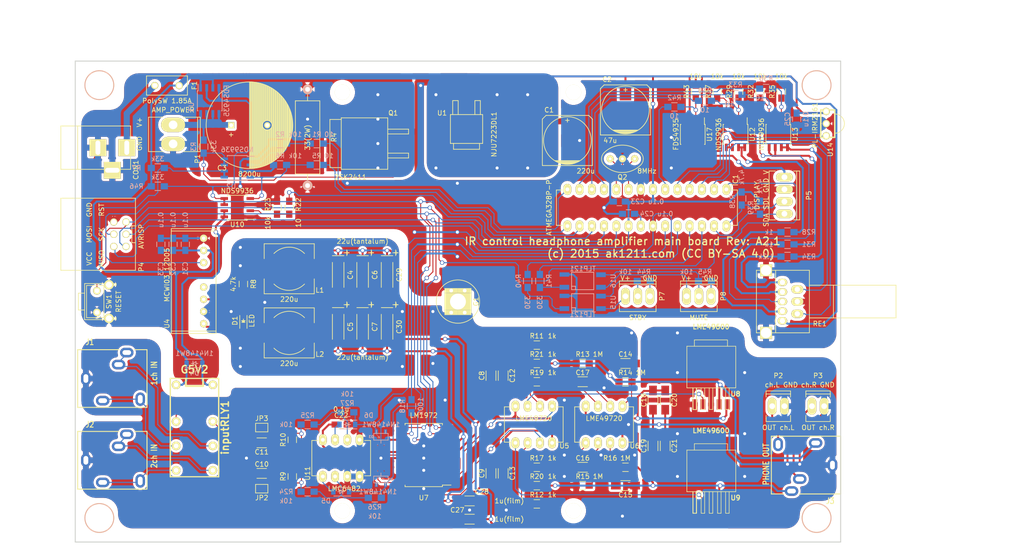
<source format=kicad_pcb>
(kicad_pcb (version 4) (host pcbnew 4.0.1-stable)
  (title_block (title "IR remote controlled amplifier main_board") (date 2015-10-21) (rev A2.1))
  (layers (0 F.Cu signal) (31 B.Cu signal) (34 B.Paste user) (35 F.Paste user) (36 B.SilkS user) (37 F.SilkS user) (38 B.Mask user) (39 F.Mask user) (44 Edge.Cuts user))
  (net 0 "")
  (net 1 +12V)
  (net 2 "Net-(C14-Pad1)")
  (net 3 "Net-(C15-Pad1)")
  (net 4 "Net-(CON1-Pad1)")
  (net 5 "Net-(D1-Pad2)")
  (net 6 "Net-(D1-Pad1)")
  (net 7 "Net-(L1-Pad1)")
  (net 8 "Net-(P5-Pad1)")
  (net 9 "Net-(R1-Pad1)")
  (net 10 "Net-(R5-Pad1)")
  (net 11 input.R)
  (net 12 input.L)
  (net 13 "Net-(R34-Pad1)")
  (net 14 "Net-(R37-Pad1)")
  (net 15 "Net-(R40-Pad1)")
  (net 16 "Net-(U5-Pad1)")
  (net 17 attenuated.L)
  (net 18 attenuated.R)
  (net 19 "Net-(Q1-Pad1)")
  (net 20 GNDD)
  (net 21 +3V3)
  (net 22 "Net-(C3-Pad1)")
  (net 23 "Net-(C3-Pad2)")
  (net 24 GNDA)
  (net 25 +5VA)
  (net 26 -5VA)
  (net 27 "Net-(C10-Pad2)")
  (net 28 "Net-(C11-Pad2)")
  (net 29 "Net-(C16-Pad1)")
  (net 30 "Net-(C16-Pad2)")
  (net 31 "Net-(C17-Pad1)")
  (net 32 "Net-(C17-Pad2)")
  (net 33 "Net-(C24-Pad1)")
  (net 34 "Net-(P7-Pad1)")
  (net 35 "Net-(P7-Pad2)")
  (net 36 "Net-(P7-Pad3)")
  (net 37 "Net-(P8-Pad1)")
  (net 38 "Net-(P8-Pad2)")
  (net 39 "Net-(P8-Pad3)")
  (net 40 "Net-(R7-Pad2)")
  (net 41 "Net-(R11-Pad1)")
  (net 42 "Net-(R12-Pad2)")
  (net 43 "Net-(R18-Pad2)")
  (net 44 "Net-(R22-Pad1)")
  (net 45 "Net-(R24-Pad1)")
  (net 46 "Net-(R25-Pad1)")
  (net 47 "Net-(R28-Pad1)")
  (net 48 "Net-(R28-Pad2)")
  (net 49 "Net-(R29-Pad1)")
  (net 50 "Net-(R31-Pad1)")
  (net 51 "Net-(R31-Pad2)")
  (net 52 "Net-(R32-Pad1)")
  (net 53 "Net-(R34-Pad2)")
  (net 54 "Net-(R35-Pad1)")
  (net 55 "Net-(R41-Pad1)")
  (net 56 "Net-(R42-Pad2)")
  (net 57 "Net-(D4-Pad2)")
  (net 58 "Net-(D5-Pad2)")
  (net 59 "Net-(D6-Pad2)")
  (net 60 "Net-(U5-Pad7)")
  (net 61 "Net-(R46-Pad2)")
  (net 62 /analog_section/|input.R|)
  (net 63 /analog_section/|input.L|)
  (net 64 /controller_section/~RESET)
  (net 65 /controller_section/ROTARYENC_B)
  (net 66 /controller_section/ROTARYENC_A)
  (net 67 /controller_section/~INPUT_SW)
  (net 68 /controller_section/~IR_RECEIVER)
  (net 69 /controller_section/~DISPLAY_PWR)
  (net 70 /controller_section/XTAL1)
  (net 71 /controller_section/XTAL2)
  (net 72 /controller_section/LED_B)
  (net 73 /controller_section/LED_G)
  (net 74 /controller_section/LED_R)
  (net 75 /controller_section/~INRUSH_CURRENT_LIMITTER)
  (net 76 /controller_section/ANALOG_PWR)
  (net 77 /analog_section/SELECT_SOURCE)
  (net 78 /analog_section/EVOL_SDI)
  (net 79 /analog_section/EVOL_SCLK)
  (net 80 /analog_section/EVOL_~CS)
  (net 81 /controller_section/~MAIN_AMP_STANDBY)
  (net 82 /controller_section/~MAIN_AMP_MUTE)
  (net 83 /controller_section/I2C_SDA)
  (net 84 /controller_section/I2C_SCL)
  (net 85 /analog_section/2ch.R)
  (net 86 /analog_section/1ch.R)
  (net 87 /analog_section/2ch.L)
  (net 88 /analog_section/1ch.L)
  (net 89 /analog_section/output.R)
  (net 90 /analog_section/LINE_OUT.R)
  (net 91 /analog_section/LINE_OUT.L)
  (net 92 /analog_section/output.L)
  (net 93 "Net-(U4-Pad5)")
  (module Housings_SOIC:SOIC-8_3.9x4.9mm_Pitch1.27mm (layer B.Cu) (at 55.94 33.255 270)
    (fp_text reference U3 (at 1.27 3.81 270) (layer B.SilkS) (effects (justify mirror)))
    (fp_text value FDS4935 (at 0 -3.5 270) (layer B.SilkS) (effects (justify mirror)))
    (pad 1 smd rect (at -2.7 1.905 270) (size 1.55 0.6) (layers B.Cu B.Paste B.Mask) (net 1 +12V))
    (pad 2 smd rect (at -2.7 0.635 270) (size 1.55 0.6) (layers B.Cu B.Paste B.Mask) (net 61 "Net-(R46-Pad2)"))
    (pad 3 smd rect (at -2.7 -0.635 270) (size 1.55 0.6) (layers B.Cu B.Paste B.Mask) (net 1 +12V))
    (pad 4 smd rect (at -2.7 -1.905 270) (size 1.55 0.6) (layers B.Cu B.Paste B.Mask) (net 61 "Net-(R46-Pad2)"))
    (pad 5 smd rect (at 2.7 -1.905 270) (size 1.55 0.6) (layers B.Cu B.Paste B.Mask) (net 22 "Net-(C3-Pad1)"))
    (pad 6 smd rect (at 2.7 -0.635 270) (size 1.55 0.6) (layers B.Cu B.Paste B.Mask) (net 22 "Net-(C3-Pad1)"))
    (pad 7 smd rect (at 2.7 0.635 270) (size 1.55 0.6) (layers B.Cu B.Paste B.Mask) (net 22 "Net-(C3-Pad1)"))
    (pad 8 smd rect (at 2.7 1.905 270) (size 1.55 0.6) (layers B.Cu B.Paste B.Mask) (net 22 "Net-(C3-Pad1)"))
  )
  (module Capacitors_SMD:c_elec_10x10.5 (layer F.Cu) (at 130.235 41.51 90)
    (fp_text reference C1 (at 6.35 -3.81 180) (layer F.SilkS))
    (fp_text value 220u (at -6.35 3.81 180) (layer F.SilkS))
    (pad 1 smd rect (at 4.0005 0 90) (size 4.0005 2.4003) (layers F.Cu F.Paste F.Mask) (net 1 +12V))
    (pad 2 smd rect (at -4.0005 0 90) (size 4.0005 2.4003) (layers F.Cu F.Paste F.Mask) (net 20 GNDD))
  )
  (module Capacitors_SMD:c_elec_10x10.5 (layer F.Cu) (at 142.3 35.16 90)
    (fp_text reference C2 (at 6.35 -3.81 180) (layer F.SilkS))
    (fp_text value 47u (at -6.35 -3.175 180) (layer F.SilkS))
    (pad 1 smd rect (at 4.0005 0 90) (size 4.0005 2.4003) (layers F.Cu F.Paste F.Mask) (net 21 +3V3))
    (pad 2 smd rect (at -4.0005 0 90) (size 4.0005 2.4003) (layers F.Cu F.Paste F.Mask) (net 20 GNDD))
  )
  (module Capacitors_SMD:C_0805_HandSoldering (layer F.Cu) (at 83.245 100.565)
    (fp_text reference C22 (at 0 -1.905) (layer F.SilkS))
    (fp_text value 0.1u (at 0 -3.175) (layer F.SilkS))
    (pad 1 smd rect (at -1.25 0) (size 1.5 1.25) (layers F.Cu F.Paste F.Mask) (net 25 +5VA))
    (pad 2 smd rect (at 1.25 0) (size 1.5 1.25) (layers F.Cu F.Paste F.Mask) (net 24 GNDA))
  )
  (module Capacitors_SMD:C_0805_HandSoldering (layer B.Cu) (at 142.935 56.75 180)
    (fp_text reference C24 (at -3.81 0 180) (layer B.SilkS) (effects (justify mirror)))
    (fp_text value 0.1u (at -7.62 0 180) (layer B.SilkS) (effects (justify mirror)))
    (pad 1 smd rect (at -1.25 0 180) (size 1.5 1.25) (layers B.Cu B.Paste B.Mask) (net 33 "Net-(C24-Pad1)"))
    (pad 2 smd rect (at 1.25 0 180) (size 1.5 1.25) (layers B.Cu B.Paste B.Mask) (net 20 GNDD))
  )
  (module Capacitors_SMD:C_0805_HandSoldering (layer B.Cu) (at 141.03 54.21 180)
    (fp_text reference C23 (at -3.81 0 180) (layer B.SilkS) (effects (justify mirror)))
    (fp_text value 0.1u (at -7.62 0 180) (layer B.SilkS) (effects (justify mirror)))
    (pad 1 smd rect (at -1.25 0 180) (size 1.5 1.25) (layers B.Cu B.Paste B.Mask) (net 21 +3V3))
    (pad 2 smd rect (at 1.25 0 180) (size 1.5 1.25) (layers B.Cu B.Paste B.Mask) (net 20 GNDD))
  )
  (module Capacitors_SMD:C_0805_HandSoldering (layer B.Cu) (at 177.86 37.065 270)
    (fp_text reference C25 (at 0 1.905 270) (layer B.SilkS) (effects (justify mirror)))
    (fp_text value 0.1u (at 0 -1.905 270) (layer B.SilkS) (effects (justify mirror)))
    (pad 1 smd rect (at -1.25 0 270) (size 1.5 1.25) (layers B.Cu B.Paste B.Mask) (net 21 +3V3))
    (pad 2 smd rect (at 1.25 0 270) (size 1.5 1.25) (layers B.Cu B.Paste B.Mask) (net 20 GNDD))
  )
  (module Fuse_Holders_and_Fuses:Fuse_TE5_Littlefuse-395Series (layer F.Cu) (at 47.05 30.08)
    (fp_text reference F1 (at 5.715 0 90) (layer F.SilkS))
    (fp_text value "PolySW 1.85A" (at 0 3.175) (layer F.SilkS))
    (pad 1 thru_hole circle (at -2.54 0) (size 1.50114 1.50114) (drill 1.00076) (layers *.Cu *.Mask F.SilkS) (net 4 "Net-(CON1-Pad1)"))
    (pad 2 thru_hole circle (at 2.54 0.01016) (size 1.50114 1.50114) (drill 1.00076) (layers *.Cu *.Mask F.SilkS) (net 1 +12V))
  )
  (module Housings_SOIC:SOIC-8_3.9x4.9mm_Pitch1.27mm (layer F.Cu) (at 61.655 55.48 180)
    (fp_text reference U10 (at 0 -3.5 180) (layer F.SilkS))
    (fp_text value NDS9936 (at 0 3.5 180) (layer F.SilkS))
    (pad 1 smd rect (at -2.7 -1.905 180) (size 1.55 0.6) (layers F.Cu F.Paste F.Mask) (net 20 GNDD))
    (pad 2 smd rect (at -2.7 -0.635 180) (size 1.55 0.6) (layers F.Cu F.Paste F.Mask) (net 44 "Net-(R22-Pad1)"))
    (pad 3 smd rect (at -2.7 0.635 180) (size 1.55 0.6) (layers F.Cu F.Paste F.Mask) (net 20 GNDD))
    (pad 4 smd rect (at -2.7 1.905 180) (size 1.55 0.6) (layers F.Cu F.Paste F.Mask) (net 10 "Net-(R5-Pad1)"))
    (pad 5 smd rect (at 2.7 1.905 180) (size 1.55 0.6) (layers F.Cu F.Paste F.Mask) (net 61 "Net-(R46-Pad2)"))
    (pad 6 smd rect (at 2.7 0.635 180) (size 1.55 0.6) (layers F.Cu F.Paste F.Mask) (net 61 "Net-(R46-Pad2)"))
    (pad 7 smd rect (at 2.7 -0.635 180) (size 1.55 0.6) (layers F.Cu F.Paste F.Mask) (net 57 "Net-(D4-Pad2)"))
    (pad 8 smd rect (at 2.7 -1.905 180) (size 1.55 0.6) (layers F.Cu F.Paste F.Mask) (net 57 "Net-(D4-Pad2)"))
  )
  (module Housings_SOIC:SOIC-8_3.9x4.9mm_Pitch1.27mm (layer F.Cu) (at 174.05 40.24 270)
    (fp_text reference U13 (at 0 -3.5 270) (layer F.SilkS))
    (fp_text value NDS9936 (at 0 3.5 270) (layer F.SilkS))
    (pad 1 smd rect (at -2.7 -1.905 270) (size 1.55 0.6) (layers F.Cu F.Paste F.Mask) (net 20 GNDD))
    (pad 2 smd rect (at -2.7 -0.635 270) (size 1.55 0.6) (layers F.Cu F.Paste F.Mask) (net 54 "Net-(R35-Pad1)"))
    (pad 3 smd rect (at -2.7 0.635 270) (size 1.55 0.6) (layers F.Cu F.Paste F.Mask) (net 20 GNDD))
    (pad 4 smd rect (at -2.7 1.905 270) (size 1.55 0.6) (layers F.Cu F.Paste F.Mask) (net 52 "Net-(R32-Pad1)"))
    (pad 5 smd rect (at 2.7 1.905 270) (size 1.55 0.6) (layers F.Cu F.Paste F.Mask) (net 51 "Net-(R31-Pad2)"))
    (pad 6 smd rect (at 2.7 0.635 270) (size 1.55 0.6) (layers F.Cu F.Paste F.Mask) (net 51 "Net-(R31-Pad2)"))
    (pad 7 smd rect (at 2.7 -0.635 270) (size 1.55 0.6) (layers F.Cu F.Paste F.Mask) (net 53 "Net-(R34-Pad2)"))
    (pad 8 smd rect (at 2.7 -1.905 270) (size 1.55 0.6) (layers F.Cu F.Paste F.Mask) (net 53 "Net-(R34-Pad2)"))
  )
  (module mylib:PL-IRM2161 (layer F.Cu) (at 184 38 90)
    (fp_text reference U14 (at -5.415 0.845 90) (layer F.SilkS))
    (fp_text value PL-IRM2161 (at -0.335 -2.33 90) (layer F.SilkS))
    (pad 2 thru_hole circle (at 0 0 90) (size 1.524 1.524) (drill 1.016) (layers *.Cu *.Mask F.SilkS) (net 20 GNDD))
    (pad 1 thru_hole circle (at -2.54 0 90) (size 1.524 1.524) (drill 1.016) (layers *.Cu *.Mask F.SilkS) (net 68 /controller_section/~IR_RECEIVER))
    (pad 3 thru_hole circle (at 2.54 0 90) (size 1.524 1.524) (drill 1.016) (layers *.Cu *.Mask F.SilkS) (net 21 +3V3))
  )
  (module Housings_SOIC:SOIC-8_3.9x4.9mm_Pitch1.27mm (layer F.Cu) (at 156.27 40.24 270)
    (fp_text reference U17 (at 0 -3.5 270) (layer F.SilkS))
    (fp_text value FDS4935 (at 0 3.5 270) (layer F.SilkS))
    (pad 1 smd rect (at -2.7 -1.905 270) (size 1.55 0.6) (layers F.Cu F.Paste F.Mask) (net 21 +3V3))
    (pad 2 smd rect (at -2.7 -0.635 270) (size 1.55 0.6) (layers F.Cu F.Paste F.Mask) (net 56 "Net-(R42-Pad2)"))
    (pad 3 smd rect (at -2.7 0.635 270) (size 1.55 0.6) (layers F.Cu F.Paste F.Mask) (net 21 +3V3))
    (pad 4 smd rect (at -2.7 1.905 270) (size 1.55 0.6) (layers F.Cu F.Paste F.Mask) (net 56 "Net-(R42-Pad2)"))
    (pad 5 smd rect (at 2.7 1.905 270) (size 1.55 0.6) (layers F.Cu F.Paste F.Mask) (net 8 "Net-(P5-Pad1)"))
    (pad 6 smd rect (at 2.7 0.635 270) (size 1.55 0.6) (layers F.Cu F.Paste F.Mask) (net 8 "Net-(P5-Pad1)"))
    (pad 7 smd rect (at 2.7 -0.635 270) (size 1.55 0.6) (layers F.Cu F.Paste F.Mask) (net 8 "Net-(P5-Pad1)"))
    (pad 8 smd rect (at 2.7 -1.905 270) (size 1.55 0.6) (layers F.Cu F.Paste F.Mask) (net 8 "Net-(P5-Pad1)"))
  )
  (module Connect:BARREL_JACK (layer F.Cu) (at 32.5 43)
    (fp_text reference CON1 (at 8.1 4.625 90) (layer F.SilkS))
    (fp_text value BARREL_JACK hide)
    (pad 1 thru_hole rect (at 6.20014 0) (size 3.50012 3.50012) (drill oval 1.00076 2.99974) (layers *.Cu *.Mask F.SilkS) (net 4 "Net-(CON1-Pad1)"))
    (pad 2 thru_hole rect (at 0.20066 0) (size 3.50012 3.50012) (drill oval 1.00076 2.99974) (layers *.Cu *.Mask F.SilkS) (net 20 GNDD))
    (pad 3 thru_hole rect (at 3.2004 4.699) (size 3.50012 3.50012) (drill oval 2.99974 1.00076) (layers *.Cu *.Mask F.SilkS) (net 20 GNDD))
  )
  (module toragi_201305:AJ-1780 (layer F.Cu) (at 28.5 91)
    (fp_text reference J1 (at 2.54 -7.58) (layer F.SilkS) (effects (font (size 1.19888 1.00076) (thickness 0.20066))))
    (fp_text value "1ch IN" (at 15.89 -1.12 90) (layer F.SilkS) (effects (font (size 1.19888 1.00076) (thickness 0.20066))))
    (pad 1 thru_hole oval (at 1.69926 0 270) (size 2.79908 1.99898) (drill oval 1.80086 1.00076) (layers *.Cu B.Mask) (net 24 GNDA))
    (pad 2 thru_hole oval (at 10.20064 -5.40004 180) (size 2.79908 1.99898) (drill oval 1.80086 1.00076) (layers *.Cu B.Mask) (net 86 /analog_section/1ch.R))
    (pad 3 thru_hole oval (at 8.49884 -2.90068 180) (size 2.79908 1.99898) (drill oval 1.80086 1.00076) (layers *.Cu B.Mask) (net 86 /analog_section/1ch.R))
    (pad 4 thru_hole oval (at 12.99972 4.30022 270) (size 2.79908 1.99898) (drill oval 1.80086 1.00076) (layers *.Cu B.Mask) (net 88 /analog_section/1ch.L))
    (pad 5 thru_hole oval (at 5.19938 4.59994 180) (size 2.79908 1.99898) (drill oval 1.80086 1.00076) (layers *.Cu B.Mask) (net 88 /analog_section/1ch.L))
  )
  (module toragi_201305:AJ-1780 (layer F.Cu) (at 28.5 108)
    (fp_text reference J2 (at 2.54 -7.435) (layer F.SilkS) (effects (font (size 1.19888 1.00076) (thickness 0.20066))))
    (fp_text value "2ch IN" (at 15.89 -0.88 90) (layer F.SilkS) (effects (font (size 1.19888 1.00076) (thickness 0.20066))))
    (pad 1 thru_hole oval (at 1.69926 0 270) (size 2.79908 1.99898) (drill oval 1.80086 1.00076) (layers *.Cu B.Mask) (net 24 GNDA))
    (pad 2 thru_hole oval (at 10.20064 -5.40004 180) (size 2.79908 1.99898) (drill oval 1.80086 1.00076) (layers *.Cu B.Mask) (net 85 /analog_section/2ch.R))
    (pad 3 thru_hole oval (at 8.49884 -2.90068 180) (size 2.79908 1.99898) (drill oval 1.80086 1.00076) (layers *.Cu B.Mask) (net 85 /analog_section/2ch.R))
    (pad 4 thru_hole oval (at 12.99972 4.30022 270) (size 2.79908 1.99898) (drill oval 1.80086 1.00076) (layers *.Cu B.Mask) (net 87 /analog_section/2ch.L))
    (pad 5 thru_hole oval (at 5.19938 4.59994 180) (size 2.79908 1.99898) (drill oval 1.80086 1.00076) (layers *.Cu B.Mask) (net 87 /analog_section/2ch.L))
  )
  (module toragi_201305:AJ-1780 (layer F.Cu) (at 187 109 180)
    (fp_text reference J3 (at 2.155 -7.44 180) (layer F.SilkS) (effects (font (size 1.19888 1.00076) (thickness 0.20066))))
    (fp_text value "PHONE OUT" (at 15.49 0.18 270) (layer F.SilkS) (effects (font (size 1.19888 1.00076) (thickness 0.20066))))
    (pad 1 thru_hole oval (at 1.69926 0 90) (size 2.79908 1.99898) (drill oval 1.80086 1.00076) (layers *.Cu B.Mask) (net 24 GNDA))
    (pad 2 thru_hole oval (at 10.20064 -5.40004) (size 2.79908 1.99898) (drill oval 1.80086 1.00076) (layers *.Cu B.Mask) (net 89 /analog_section/output.R))
    (pad 3 thru_hole oval (at 8.49884 -2.90068) (size 2.79908 1.99898) (drill oval 1.80086 1.00076) (layers *.Cu B.Mask) (net 90 /analog_section/LINE_OUT.R))
    (pad 4 thru_hole oval (at 12.99972 4.30022 90) (size 2.79908 1.99898) (drill oval 1.80086 1.00076) (layers *.Cu B.Mask) (net 91 /analog_section/LINE_OUT.L))
    (pad 5 thru_hole oval (at 5.19938 4.59994) (size 2.79908 1.99898) (drill oval 1.80086 1.00076) (layers *.Cu B.Mask) (net 92 /analog_section/output.L))
  )
  (module Choke_SMD:Choke_SMD_10.4x10.4_H4.8 (layer F.Cu) (at 72.45 68.18)
    (fp_text reference L1 (at 6.35 4.445) (layer F.SilkS))
    (fp_text value 220u (at 0 6.35) (layer F.SilkS))
    (pad 1 smd rect (at -4.15 0) (size 2.7 3.6) (layers F.Cu F.Paste F.Mask) (net 7 "Net-(L1-Pad1)"))
    (pad 2 smd rect (at 4.15 0) (size 2.7 3.6) (layers F.Cu F.Paste F.Mask) (net 25 +5VA))
  )
  (module Choke_SMD:Choke_SMD_10.4x10.4_H4.8 (layer F.Cu) (at 72.45 81.515)
    (fp_text reference L2 (at 6.35 4.445) (layer F.SilkS))
    (fp_text value 220u (at 0 6.35) (layer F.SilkS))
    (pad 1 smd rect (at -4.15 0) (size 2.7 3.6) (layers F.Cu F.Paste F.Mask) (net 6 "Net-(D1-Pad1)"))
    (pad 2 smd rect (at 4.15 0) (size 2.7 3.6) (layers F.Cu F.Paste F.Mask) (net 26 -5VA))
  )
  (module mylib:CERALOCK (layer F.Cu) (at 141.665 45.32 180)
    (fp_text reference Q2 (at 0 -3.81 180) (layer F.SilkS))
    (fp_text value 8MHz (at -5.08 -2.54 180) (layer F.SilkS))
    (pad 1 thru_hole circle (at -2.54 0 180) (size 1.5 1.5) (drill 0.6) (layers *.Cu *.Mask F.SilkS) (net 70 /controller_section/XTAL1))
    (pad 2 thru_hole circle (at 0 0 180) (size 1.5 1.5) (drill 0.6) (layers *.Cu *.Mask F.SilkS) (net 20 GNDD))
    (pad 3 thru_hole circle (at 2.54 0 180) (size 1.5 1.5) (drill 0.6) (layers *.Cu *.Mask F.SilkS) (net 71 /controller_section/XTAL2))
  )
  (module Transistors_SMD:sot428 (layer F.Cu) (at 109.28 37.7 180)
    (fp_text reference U1 (at 5.08 1.905 180) (layer F.SilkS))
    (fp_text value NJU7223DL1 (at -5.715 -2.54 450) (layer F.SilkS))
    (pad 1 smd rect (at -2.27584 3.44932 180) (size 1.50114 2.49936) (layers F.Cu F.Paste F.Mask) (net 21 +3V3))
    (pad 3 smd rect (at 2.27584 3.44932 180) (size 1.50114 2.49936) (layers F.Cu F.Paste F.Mask) (net 20 GNDD))
    (pad 2 smd rect (at 0 -3.44932 180) (size 7.00024 7.00024) (layers F.Cu F.Paste F.Mask) (net 1 +12V))
  )
  (module mylib:MINMAX_MCWI03-12x (layer F.Cu) (at 54.67 69.45 270)
    (fp_text reference U4 (at 10.16 7.62 270) (layer F.SilkS))
    (fp_text value MCWI03_12D05 (at 0 7.62 270) (layer F.SilkS))
    (pad 1 thru_hole circle (at -7.62 0 270) (size 1.524 1.524) (drill 0.762) (layers *.Cu *.Mask F.SilkS) (net 20 GNDD))
    (pad 2 thru_hole circle (at -5.08 0 270) (size 1.524 1.524) (drill 0.762) (layers *.Cu *.Mask F.SilkS) (net 1 +12V))
    (pad 3 thru_hole circle (at -2.54 0 270) (size 1.524 1.524) (drill 0.762) (layers *.Cu *.Mask F.SilkS) (net 40 "Net-(R7-Pad2)"))
    (pad 5 thru_hole circle (at 2.54 0 270) (size 1.524 1.524) (drill 0.762) (layers *.Cu *.Mask F.SilkS) (net 93 "Net-(U4-Pad5)"))
    (pad 6 thru_hole circle (at 5.08 0 270) (size 1.524 1.524) (drill 0.762) (layers *.Cu *.Mask F.SilkS) (net 7 "Net-(L1-Pad1)"))
    (pad 7 thru_hole circle (at 7.62 0 270) (size 1.524 1.524) (drill 0.762) (layers *.Cu *.Mask F.SilkS) (net 24 GNDA))
    (pad 8 thru_hole circle (at 10.16 0 270) (size 1.524 1.524) (drill 0.762) (layers *.Cu *.Mask F.SilkS) (net 6 "Net-(D1-Pad1)"))
  )
  (module Housings_DIP:DIP-8_W7.62mm_LongPads (layer F.Cu) (at 134.045 104.375 90)
    (fp_text reference U6 (at -0.635 10.16 180) (layer F.SilkS))
    (fp_text value LME49720 (at 5.08 3.81 180) (layer F.SilkS))
    (pad 1 thru_hole oval (at 0 0 90) (size 2.3 1.6) (drill 0.8) (layers *.Cu *.Mask F.SilkS) (net 29 "Net-(C16-Pad1)"))
    (pad 2 thru_hole oval (at 0 2.54 90) (size 2.3 1.6) (drill 0.8) (layers *.Cu *.Mask F.SilkS) (net 30 "Net-(C16-Pad2)"))
    (pad 3 thru_hole oval (at 0 5.08 90) (size 2.3 1.6) (drill 0.8) (layers *.Cu *.Mask F.SilkS) (net 3 "Net-(C15-Pad1)"))
    (pad 4 thru_hole oval (at 0 7.62 90) (size 2.3 1.6) (drill 0.8) (layers *.Cu *.Mask F.SilkS) (net 26 -5VA))
    (pad 5 thru_hole oval (at 7.62 7.62 90) (size 2.3 1.6) (drill 0.8) (layers *.Cu *.Mask F.SilkS) (net 2 "Net-(C14-Pad1)"))
    (pad 6 thru_hole oval (at 7.62 5.08 90) (size 2.3 1.6) (drill 0.8) (layers *.Cu *.Mask F.SilkS) (net 32 "Net-(C17-Pad2)"))
    (pad 7 thru_hole oval (at 7.62 2.54 90) (size 2.3 1.6) (drill 0.8) (layers *.Cu *.Mask F.SilkS) (net 31 "Net-(C17-Pad1)"))
    (pad 8 thru_hole oval (at 7.62 0 90) (size 2.3 1.6) (drill 0.8) (layers *.Cu *.Mask F.SilkS) (net 25 +5VA))
  )
  (module Capacitors_SMD:C_1206_HandSoldering (layer F.Cu) (at 114.36 110.725 90)
    (fp_text reference C9 (at 0 -1.905 90) (layer F.SilkS))
    (fp_text value "1u(film)" hide)
    (pad 1 smd rect (at -2 0 90) (size 2 1.6) (layers F.Cu F.Paste F.Mask) (net 24 GNDA))
    (pad 2 smd rect (at 2 0 90) (size 2 1.6) (layers F.Cu F.Paste F.Mask) (net 26 -5VA))
  )
  (module Capacitors_SMD:C_1206_HandSoldering (layer F.Cu) (at 114.36 90.405 90)
    (fp_text reference C8 (at 0 -1.905 90) (layer F.SilkS))
    (fp_text value "1u(film)" hide)
    (pad 1 smd rect (at -2 0 90) (size 2 1.6) (layers F.Cu F.Paste F.Mask) (net 25 +5VA))
    (pad 2 smd rect (at 2 0 90) (size 2 1.6) (layers F.Cu F.Paste F.Mask) (net 24 GNDA))
  )
  (module Capacitors_SMD:C_1206_HandSoldering (layer F.Cu) (at 116.9 90.405 90)
    (fp_text reference C12 (at 0 1.905 90) (layer F.SilkS))
    (fp_text value "1u(film)" hide)
    (pad 1 smd rect (at -2 0 90) (size 2 1.6) (layers F.Cu F.Paste F.Mask) (net 25 +5VA))
    (pad 2 smd rect (at 2 0 90) (size 2 1.6) (layers F.Cu F.Paste F.Mask) (net 24 GNDA))
  )
  (module Capacitors_SMD:C_1206_HandSoldering (layer F.Cu) (at 116.9 110.725 90)
    (fp_text reference C13 (at 0 1.905 90) (layer F.SilkS))
    (fp_text value "1u(film)" hide)
    (pad 1 smd rect (at -2 0 90) (size 2 1.6) (layers F.Cu F.Paste F.Mask) (net 24 GNDA))
    (pad 2 smd rect (at 2 0 90) (size 2 1.6) (layers F.Cu F.Paste F.Mask) (net 26 -5VA))
  )
  (module Capacitors_SMD:C_1206_HandSoldering (layer F.Cu) (at 142.3 87.865 180)
    (fp_text reference C14 (at 0 1.905 180) (layer F.SilkS))
    (fp_text value "1u(film)" hide)
    (pad 1 smd rect (at -2 0 180) (size 2 1.6) (layers F.Cu F.Paste F.Mask) (net 2 "Net-(C14-Pad1)"))
    (pad 2 smd rect (at 2 0 180) (size 2 1.6) (layers F.Cu F.Paste F.Mask) (net 24 GNDA))
  )
  (module Capacitors_SMD:C_1206_HandSoldering (layer F.Cu) (at 142.3 113.265)
    (fp_text reference C15 (at 0 1.905) (layer F.SilkS))
    (fp_text value "1u(film)" hide)
    (pad 1 smd rect (at -2 0) (size 2 1.6) (layers F.Cu F.Paste F.Mask) (net 3 "Net-(C15-Pad1)"))
    (pad 2 smd rect (at 2 0) (size 2 1.6) (layers F.Cu F.Paste F.Mask) (net 24 GNDA))
  )
  (module Capacitors_SMD:C_1206_HandSoldering (layer F.Cu) (at 133.41 109.455)
    (fp_text reference C16 (at 0 -1.905) (layer F.SilkS))
    (fp_text value "1u(film)" hide)
    (pad 1 smd rect (at -2 0) (size 2 1.6) (layers F.Cu F.Paste F.Mask) (net 29 "Net-(C16-Pad1)"))
    (pad 2 smd rect (at 2 0) (size 2 1.6) (layers F.Cu F.Paste F.Mask) (net 30 "Net-(C16-Pad2)"))
  )
  (module Capacitors_SMD:C_1206_HandSoldering (layer F.Cu) (at 133.41 91.675)
    (fp_text reference C17 (at 0 -1.905) (layer F.SilkS))
    (fp_text value "1u(film)" hide)
    (pad 1 smd rect (at -2 0) (size 2 1.6) (layers F.Cu F.Paste F.Mask) (net 31 "Net-(C17-Pad1)"))
    (pad 2 smd rect (at 2 0) (size 2 1.6) (layers F.Cu F.Paste F.Mask) (net 32 "Net-(C17-Pad2)"))
  )
  (module Capacitors_SMD:C_1206_HandSoldering (layer F.Cu) (at 148.015 95.485 270)
    (fp_text reference C18 (at 0 1.905 270) (layer F.SilkS))
    (fp_text value "1u(film)" hide)
    (pad 1 smd rect (at -2 0 270) (size 2 1.6) (layers F.Cu F.Paste F.Mask) (net 25 +5VA))
    (pad 2 smd rect (at 2 0 270) (size 2 1.6) (layers F.Cu F.Paste F.Mask) (net 24 GNDA))
  )
  (module Capacitors_SMD:C_1206_HandSoldering (layer F.Cu) (at 148.015 105.01 270)
    (fp_text reference C19 (at 0 1.905 270) (layer F.SilkS))
    (fp_text value "1u(film)" hide)
    (pad 1 smd rect (at -2 0 270) (size 2 1.6) (layers F.Cu F.Paste F.Mask) (net 24 GNDA))
    (pad 2 smd rect (at 2 0 270) (size 2 1.6) (layers F.Cu F.Paste F.Mask) (net 26 -5VA))
  )
  (module Capacitors_SMD:C_1206_HandSoldering (layer F.Cu) (at 150.555 95.485 270)
    (fp_text reference C20 (at 0 -1.905 270) (layer F.SilkS))
    (fp_text value "1u(film)" hide)
    (pad 1 smd rect (at -2 0 270) (size 2 1.6) (layers F.Cu F.Paste F.Mask) (net 25 +5VA))
    (pad 2 smd rect (at 2 0 270) (size 2 1.6) (layers F.Cu F.Paste F.Mask) (net 24 GNDA))
  )
  (module Capacitors_SMD:C_1206_HandSoldering (layer F.Cu) (at 150.555 105.01 270)
    (fp_text reference C21 (at 0 -1.905 270) (layer F.SilkS))
    (fp_text value "1u(film)" hide)
    (pad 1 smd rect (at -2 0 270) (size 2 1.6) (layers F.Cu F.Paste F.Mask) (net 24 GNDA))
    (pad 2 smd rect (at 2 0 270) (size 2 1.6) (layers F.Cu F.Paste F.Mask) (net 26 -5VA))
  )
  (module Capacitors_SMD:C_1206_HandSoldering (layer F.Cu) (at 66.735 110.725 180)
    (fp_text reference C10 (at 0 1.905 180) (layer F.SilkS))
    (fp_text value open hide)
    (pad 1 smd rect (at -2 0 180) (size 2 1.6) (layers F.Cu F.Paste F.Mask) (net 11 input.R))
    (pad 2 smd rect (at 2 0 180) (size 2 1.6) (layers F.Cu F.Paste F.Mask) (net 27 "Net-(C10-Pad2)"))
  )
  (module Capacitors_SMD:C_1206_HandSoldering (layer F.Cu) (at 66.735 104.375 180)
    (fp_text reference C11 (at 0 -1.905 180) (layer F.SilkS))
    (fp_text value open hide)
    (pad 1 smd rect (at -2 0 180) (size 2 1.6) (layers F.Cu F.Paste F.Mask) (net 12 input.L))
    (pad 2 smd rect (at 2 0 180) (size 2 1.6) (layers F.Cu F.Paste F.Mask) (net 28 "Net-(C11-Pad2)"))
  )
  (module Opto-Devices:Optocoupler_SMD_HandSoldering_KPC357_LTV35x_PC357_SingleChannel (layer B.Cu) (at 133.41 75.165)
    (fp_text reference U15 (at 6.35 0 90) (layer B.SilkS) (effects (justify mirror)))
    (fp_text value TLP121 (at 0 2.54) (layer B.SilkS) (effects (justify mirror)))
    (pad 2 smd rect (at -3.79984 -1.34874) (size 1.99898 0.89916) (layers B.Cu B.Paste B.Mask) (net 20 GNDD))
    (pad 1 smd rect (at -3.79984 1.30048) (size 1.99898 1.00076) (layers B.Cu B.Paste B.Mask) (net 15 "Net-(R40-Pad1)"))
    (pad 4 smd rect (at 3.79984 1.30048) (size 1.99898 1.00076) (layers B.Cu B.Paste B.Mask) (net 34 "Net-(P7-Pad1)"))
    (pad 3 smd rect (at 3.79984 -1.30048) (size 1.99898 1.00076) (layers B.Cu B.Paste B.Mask) (net 35 "Net-(P7-Pad2)"))
  )
  (module Opto-Devices:Optocoupler_SMD_HandSoldering_KPC357_LTV35x_PC357_SingleChannel (layer B.Cu) (at 133.41 70.72)
    (fp_text reference U16 (at 6.35 0 90) (layer B.SilkS) (effects (justify mirror)))
    (fp_text value TLP121 (at 0 -2.54) (layer B.SilkS) (effects (justify mirror)))
    (pad 2 smd rect (at -3.79984 -1.34874) (size 1.99898 0.89916) (layers B.Cu B.Paste B.Mask) (net 20 GNDD))
    (pad 1 smd rect (at -3.79984 1.30048) (size 1.99898 1.00076) (layers B.Cu B.Paste B.Mask) (net 55 "Net-(R41-Pad1)"))
    (pad 4 smd rect (at 3.79984 1.30048) (size 1.99898 1.00076) (layers B.Cu B.Paste B.Mask) (net 37 "Net-(P8-Pad1)"))
    (pad 3 smd rect (at 3.79984 -1.30048) (size 1.99898 1.00076) (layers B.Cu B.Paste B.Mask) (net 38 "Net-(P8-Pad2)"))
  )
  (module LEDs:LED-0805 (layer F.Cu) (at 62.925 78.975 90)
    (fp_text reference D1 (at 0 -1.75 90) (layer F.SilkS))
    (fp_text value LED (at 0 1.75 90) (layer F.SilkS))
    (pad 2 smd rect (at 1.04902 0 270) (size 1.19888 1.19888) (layers F.Cu F.Paste F.Mask) (net 5 "Net-(D1-Pad2)"))
    (pad 1 smd rect (at -1.04902 0 270) (size 1.19888 1.19888) (layers F.Cu F.Paste F.Mask) (net 6 "Net-(D1-Pad1)"))
  )
  (module mylib_legacy:SC-59 (layer B.Cu) (at 91.5 111.995 180)
    (fp_text reference D2 (at -2.032 0 180) (layer B.SilkS) (effects (font (size 0.50038 0.50038) (thickness 0.09906)) (justify mirror)))
    (fp_text value "02CZ3.3(3.3V)" hide)
    (pad 1 smd rect (at -0.9525 -1.05664 180) (size 0.59944 1.00076) (layers B.Cu B.Paste B.Mask) (net 62 /analog_section/|input.R|))
    (pad 2 smd rect (at 0 1.05664 180) (size 0.59944 1.00076) (layers B.Cu B.Paste B.Mask) (net 24 GNDA))
    (pad "" smd rect (at 0.9525 -1.05664 180) (size 0.59944 1.00076) (layers B.Cu B.Paste B.Mask))
  )
  (module mylib_legacy:SC-59 (layer B.Cu) (at 91.5 103.105)
    (fp_text reference D3 (at -2.032 0) (layer B.SilkS) (effects (font (size 0.50038 0.50038) (thickness 0.09906)) (justify mirror)))
    (fp_text value "02CZ3.3(3.3V)" hide)
    (pad 1 smd rect (at -0.9525 -1.05664) (size 0.59944 1.00076) (layers B.Cu B.Paste B.Mask) (net 63 /analog_section/|input.L|))
    (pad 2 smd rect (at 0 1.05664) (size 0.59944 1.00076) (layers B.Cu B.Paste B.Mask) (net 24 GNDA))
    (pad "" smd rect (at 0.9525 -1.05664) (size 0.59944 1.00076) (layers B.Cu B.Paste B.Mask))
  )
  (module Housings_DIP:DIP-28_W7.62mm_LongPads (layer F.Cu) (at 163.255 51.67 270)
    (fp_text reference IC1 (at -1.905 -1.905 270) (layer F.SilkS))
    (fp_text value ATMEGA328P-P (at 3.81 36.83 270) (layer F.SilkS))
    (pad 1 thru_hole oval (at 0 0 270) (size 2.3 1.6) (drill 0.8) (layers *.Cu *.Mask F.SilkS) (net 64 /controller_section/~RESET))
    (pad 2 thru_hole oval (at 0 2.54 270) (size 2.3 1.6) (drill 0.8) (layers *.Cu *.Mask F.SilkS) (net 65 /controller_section/ROTARYENC_B))
    (pad 3 thru_hole oval (at 0 5.08 270) (size 2.3 1.6) (drill 0.8) (layers *.Cu *.Mask F.SilkS) (net 66 /controller_section/ROTARYENC_A))
    (pad 4 thru_hole oval (at 0 7.62 270) (size 2.3 1.6) (drill 0.8) (layers *.Cu *.Mask F.SilkS) (net 67 /controller_section/~INPUT_SW))
    (pad 5 thru_hole oval (at 0 10.16 270) (size 2.3 1.6) (drill 0.8) (layers *.Cu *.Mask F.SilkS) (net 68 /controller_section/~IR_RECEIVER))
    (pad 6 thru_hole oval (at 0 12.7 270) (size 2.3 1.6) (drill 0.8) (layers *.Cu *.Mask F.SilkS) (net 69 /controller_section/~DISPLAY_PWR))
    (pad 7 thru_hole oval (at 0 15.24 270) (size 2.3 1.6) (drill 0.8) (layers *.Cu *.Mask F.SilkS) (net 21 +3V3))
    (pad 8 thru_hole oval (at 0 17.78 270) (size 2.3 1.6) (drill 0.8) (layers *.Cu *.Mask F.SilkS) (net 20 GNDD))
    (pad 9 thru_hole oval (at 0 20.32 270) (size 2.3 1.6) (drill 0.8) (layers *.Cu *.Mask F.SilkS) (net 70 /controller_section/XTAL1))
    (pad 10 thru_hole oval (at 0 22.86 270) (size 2.3 1.6) (drill 0.8) (layers *.Cu *.Mask F.SilkS) (net 71 /controller_section/XTAL2))
    (pad 11 thru_hole oval (at 0 25.4 270) (size 2.3 1.6) (drill 0.8) (layers *.Cu *.Mask F.SilkS) (net 72 /controller_section/LED_B))
    (pad 12 thru_hole oval (at 0 27.94 270) (size 2.3 1.6) (drill 0.8) (layers *.Cu *.Mask F.SilkS) (net 73 /controller_section/LED_G))
    (pad 13 thru_hole oval (at 0 30.48 270) (size 2.3 1.6) (drill 0.8) (layers *.Cu *.Mask F.SilkS) (net 74 /controller_section/LED_R))
    (pad 14 thru_hole oval (at 0 33.02 270) (size 2.3 1.6) (drill 0.8) (layers *.Cu *.Mask F.SilkS) (net 75 /controller_section/~INRUSH_CURRENT_LIMITTER))
    (pad 15 thru_hole oval (at 7.62 33.02 270) (size 2.3 1.6) (drill 0.8) (layers *.Cu *.Mask F.SilkS) (net 76 /controller_section/ANALOG_PWR))
    (pad 16 thru_hole oval (at 7.62 30.48 270) (size 2.3 1.6) (drill 0.8) (layers *.Cu *.Mask F.SilkS) (net 77 /analog_section/SELECT_SOURCE))
    (pad 17 thru_hole oval (at 7.62 27.94 270) (size 2.3 1.6) (drill 0.8) (layers *.Cu *.Mask F.SilkS) (net 78 /analog_section/EVOL_SDI))
    (pad 18 thru_hole oval (at 7.62 25.4 270) (size 2.3 1.6) (drill 0.8) (layers *.Cu *.Mask F.SilkS) (net 79 /analog_section/EVOL_SCLK))
    (pad 19 thru_hole oval (at 7.62 22.86 270) (size 2.3 1.6) (drill 0.8) (layers *.Cu *.Mask F.SilkS) (net 80 /analog_section/EVOL_~CS))
    (pad 20 thru_hole oval (at 7.62 20.32 270) (size 2.3 1.6) (drill 0.8) (layers *.Cu *.Mask F.SilkS) (net 21 +3V3))
    (pad 21 thru_hole oval (at 7.62 17.78 270) (size 2.3 1.6) (drill 0.8) (layers *.Cu *.Mask F.SilkS) (net 33 "Net-(C24-Pad1)"))
    (pad 22 thru_hole oval (at 7.62 15.24 270) (size 2.3 1.6) (drill 0.8) (layers *.Cu *.Mask F.SilkS) (net 20 GNDD))
    (pad 23 thru_hole oval (at 7.62 12.7 270) (size 2.3 1.6) (drill 0.8) (layers *.Cu *.Mask F.SilkS) (net 63 /analog_section/|input.L|))
    (pad 24 thru_hole oval (at 7.62 10.16 270) (size 2.3 1.6) (drill 0.8) (layers *.Cu *.Mask F.SilkS) (net 62 /analog_section/|input.R|))
    (pad 25 thru_hole oval (at 7.62 7.62 270) (size 2.3 1.6) (drill 0.8) (layers *.Cu *.Mask F.SilkS) (net 81 /controller_section/~MAIN_AMP_STANDBY))
    (pad 26 thru_hole oval (at 7.62 5.08 270) (size 2.3 1.6) (drill 0.8) (layers *.Cu *.Mask F.SilkS) (net 82 /controller_section/~MAIN_AMP_MUTE))
    (pad 27 thru_hole oval (at 7.62 2.54 270) (size 2.3 1.6) (drill 0.8) (layers *.Cu *.Mask F.SilkS) (net 83 /controller_section/I2C_SDA))
    (pad 28 thru_hole oval (at 7.62 0 270) (size 2.3 1.6) (drill 0.8) (layers *.Cu *.Mask F.SilkS) (net 84 /controller_section/I2C_SCL))
  )
  (module Sockets_MOLEX_KK-System:Socket_MOLEX-KK-RM2-54mm_Lock_2pin_straight (layer F.Cu) (at 174.05 96.755)
    (fp_text reference P2 (at 0 -6.35) (layer F.SilkS))
    (fp_text value "OUT ch.L" (at 0 4.445 180) (layer F.SilkS))
    (pad 1 thru_hole oval (at -1.27 0) (size 1.80086 3.50012) (drill 1.19888) (layers *.Cu *.Mask F.SilkS) (net 91 /analog_section/LINE_OUT.L))
    (pad 2 thru_hole oval (at 1.27 0) (size 1.80086 3.50012) (drill 1.19888) (layers *.Cu *.Mask F.SilkS) (net 24 GNDA))
  )
  (module Sockets_MOLEX_KK-System:Socket_MOLEX-KK-RM2-54mm_Lock_2pin_straight (layer F.Cu) (at 182.305 96.755)
    (fp_text reference P3 (at 0 -6.35) (layer F.SilkS))
    (fp_text value "OUT ch.R" (at 0 4.445 180) (layer F.SilkS))
    (pad 1 thru_hole oval (at -1.27 0) (size 1.80086 3.50012) (drill 1.19888) (layers *.Cu *.Mask F.SilkS) (net 90 /analog_section/LINE_OUT.R))
    (pad 2 thru_hole oval (at 1.27 0) (size 1.80086 3.50012) (drill 1.19888) (layers *.Cu *.Mask F.SilkS) (net 24 GNDA))
  )
  (module Sockets_MOLEX_KK-System:Socket_MOLEX-KK-RM2-54mm_Lock_4pin_straight (layer F.Cu) (at 175.32 52.94 270)
    (fp_text reference P5 (at 0 -5.08 270) (layer F.SilkS))
    (fp_text value DISPLAY (at 0 5.715 270) (layer F.SilkS))
    (pad 1 thru_hole oval (at -3.81 0 270) (size 1.80086 3.50012) (drill 1.19888) (layers *.Cu *.Mask F.SilkS) (net 8 "Net-(P5-Pad1)"))
    (pad 2 thru_hole oval (at -1.27 0 270) (size 1.80086 3.50012) (drill 1.19888) (layers *.Cu *.Mask F.SilkS) (net 20 GNDD))
    (pad 3 thru_hole oval (at 1.27 0 270) (size 1.80086 3.50012) (drill 1.19888) (layers *.Cu *.Mask F.SilkS) (net 84 /controller_section/I2C_SCL))
    (pad 4 thru_hole oval (at 3.81 0 270) (size 1.80086 3.50012) (drill 1.19888) (layers *.Cu *.Mask F.SilkS) (net 83 /controller_section/I2C_SDA))
  )
  (module Sockets_MOLEX_KK-System:Socket_MOLEX-KK-RM2-54mm_Lock_3pin_straight (layer F.Cu) (at 144.84 73.895)
    (fp_text reference P7 (at 5.08 0 90) (layer F.SilkS))
    (fp_text value STBY (at 0 4.445 180) (layer F.SilkS))
    (pad 1 thru_hole oval (at -2.54 0) (size 1.80086 3.50012) (drill 1.19888) (layers *.Cu *.Mask F.SilkS) (net 34 "Net-(P7-Pad1)"))
    (pad 2 thru_hole oval (at 0 0) (size 1.80086 3.50012) (drill 1.19888) (layers *.Cu *.Mask F.SilkS) (net 35 "Net-(P7-Pad2)"))
    (pad 3 thru_hole oval (at 2.54 0) (size 1.80086 3.50012) (drill 1.19888) (layers *.Cu *.Mask F.SilkS) (net 36 "Net-(P7-Pad3)"))
  )
  (module Sockets_MOLEX_KK-System:Socket_MOLEX-KK-RM2-54mm_Lock_3pin_straight (layer F.Cu) (at 157.54 73.895)
    (fp_text reference P8 (at 5.08 0 90) (layer F.SilkS))
    (fp_text value MUTE (at 0 4.445 180) (layer F.SilkS))
    (pad 1 thru_hole oval (at -2.54 0) (size 1.80086 3.50012) (drill 1.19888) (layers *.Cu *.Mask F.SilkS) (net 37 "Net-(P8-Pad1)"))
    (pad 2 thru_hole oval (at 0 0) (size 1.80086 3.50012) (drill 1.19888) (layers *.Cu *.Mask F.SilkS) (net 38 "Net-(P8-Pad2)"))
    (pad 3 thru_hole oval (at 2.54 0) (size 1.80086 3.50012) (drill 1.19888) (layers *.Cu *.Mask F.SilkS) (net 39 "Net-(P8-Pad3)"))
  )
  (module Resistors_SMD:R_0805_HandSoldering (layer B.Cu) (at 78.165 42.145)
    (fp_text reference R1 (at 0 -1.905) (layer B.SilkS) (effects (justify mirror)))
    (fp_text value 10 (at 2.54 -1.905) (layer B.SilkS) (effects (justify mirror)))
    (pad 1 smd rect (at -1.35 0) (size 1.5 1.3) (layers B.Cu B.Paste B.Mask) (net 9 "Net-(R1-Pad1)"))
    (pad 2 smd rect (at 1.35 0) (size 1.5 1.3) (layers B.Cu B.Paste B.Mask) (net 75 /controller_section/~INRUSH_CURRENT_LIMITTER))
  )
  (module Resistors_SMD:R_0805_HandSoldering (layer B.Cu) (at 70.545 42.145 180)
    (fp_text reference R2 (at 0 1.905 180) (layer B.SilkS) (effects (justify mirror)))
    (fp_text value 10k (at -3.175 1.905 180) (layer B.SilkS) (effects (justify mirror)))
    (pad 1 smd rect (at -1.35 0 180) (size 1.5 1.3) (layers B.Cu B.Paste B.Mask) (net 9 "Net-(R1-Pad1)"))
    (pad 2 smd rect (at 1.35 0 180) (size 1.5 1.3) (layers B.Cu B.Paste B.Mask) (net 20 GNDD))
  )
  (module Resistors_SMD:R_0805_HandSoldering (layer B.Cu) (at 54.67 42.78 270)
    (fp_text reference R3 (at 0 2.1 270) (layer B.SilkS) (effects (justify mirror)))
    (fp_text value 33k (at 0 -2.1 270) (layer B.SilkS) (effects (justify mirror)))
    (pad 1 smd rect (at -1.35 0 270) (size 1.5 1.3) (layers B.Cu B.Paste B.Mask) (net 22 "Net-(C3-Pad1)"))
    (pad 2 smd rect (at 1.35 0 270) (size 1.5 1.3) (layers B.Cu B.Paste B.Mask) (net 19 "Net-(Q1-Pad1)"))
  )
  (module Resistors_SMD:R_0805_HandSoldering (layer B.Cu) (at 78.165 46.59)
    (fp_text reference R5 (at 0 -1.905) (layer B.SilkS) (effects (justify mirror)))
    (fp_text value 10 (at 2.54 -1.905) (layer B.SilkS) (effects (justify mirror)))
    (pad 1 smd rect (at -1.35 0) (size 1.5 1.3) (layers B.Cu B.Paste B.Mask) (net 10 "Net-(R5-Pad1)"))
    (pad 2 smd rect (at 1.35 0) (size 1.5 1.3) (layers B.Cu B.Paste B.Mask) (net 76 /controller_section/ANALOG_PWR))
  )
  (module Resistors_SMD:R_0805_HandSoldering (layer B.Cu) (at 70.545 46.59 180)
    (fp_text reference R6 (at 0 1.905 180) (layer B.SilkS) (effects (justify mirror)))
    (fp_text value 10k (at -3.175 1.905 180) (layer B.SilkS) (effects (justify mirror)))
    (pad 1 smd rect (at -1.35 0 180) (size 1.5 1.3) (layers B.Cu B.Paste B.Mask) (net 10 "Net-(R5-Pad1)"))
    (pad 2 smd rect (at 1.35 0 180) (size 1.5 1.3) (layers B.Cu B.Paste B.Mask) (net 20 GNDD))
  )
  (module Resistors_SMD:R_0805_HandSoldering (layer B.Cu) (at 45.145 47.225)
    (fp_text reference R7 (at -4.445 0) (layer B.SilkS) (effects (justify mirror)))
    (fp_text value 33k (at 0 -1.905) (layer B.SilkS) (effects (justify mirror)))
    (pad 1 smd rect (at -1.35 0) (size 1.5 1.3) (layers B.Cu B.Paste B.Mask) (net 1 +12V))
    (pad 2 smd rect (at 1.35 0) (size 1.5 1.3) (layers B.Cu B.Paste B.Mask) (net 40 "Net-(R7-Pad2)"))
  )
  (module Resistors_SMD:R_0805_HandSoldering (layer F.Cu) (at 62.925 71.355 270)
    (fp_text reference R8 (at 0 -2.1 270) (layer F.SilkS))
    (fp_text value 4.7k (at 0 2.1 270) (layer F.SilkS))
    (pad 1 smd rect (at -1.35 0 270) (size 1.5 1.3) (layers F.Cu F.Paste F.Mask) (net 7 "Net-(L1-Pad1)"))
    (pad 2 smd rect (at 1.35 0 270) (size 1.5 1.3) (layers F.Cu F.Paste F.Mask) (net 5 "Net-(D1-Pad2)"))
  )
  (module Resistors_SMD:R_0805_HandSoldering (layer F.Cu) (at 73.085 111.36 90)
    (fp_text reference R9 (at 0 -1.905 90) (layer F.SilkS))
    (fp_text value open hide)
    (pad 1 smd rect (at -1.35 0 90) (size 1.5 1.3) (layers F.Cu F.Paste F.Mask) (net 11 input.R))
    (pad 2 smd rect (at 1.35 0 90) (size 1.5 1.3) (layers F.Cu F.Paste F.Mask) (net 24 GNDA))
  )
  (module Resistors_SMD:R_0805_HandSoldering (layer F.Cu) (at 73.085 103.74 90)
    (fp_text reference R10 (at 0 -1.905 90) (layer F.SilkS))
    (fp_text value open hide)
    (pad 1 smd rect (at -1.35 0 90) (size 1.5 1.3) (layers F.Cu F.Paste F.Mask) (net 24 GNDA))
    (pad 2 smd rect (at 1.35 0 90) (size 1.5 1.3) (layers F.Cu F.Paste F.Mask) (net 12 input.L))
  )
  (module Resistors_SMD:R_0805_HandSoldering (layer F.Cu) (at 123.885 84.055)
    (fp_text reference R11 (at 0 -1.905) (layer F.SilkS))
    (fp_text value 1k (at 3.175 -1.905) (layer F.SilkS))
    (pad 1 smd rect (at -1.35 0) (size 1.5 1.3) (layers F.Cu F.Paste F.Mask) (net 41 "Net-(R11-Pad1)"))
    (pad 2 smd rect (at 1.35 0) (size 1.5 1.3) (layers F.Cu F.Paste F.Mask) (net 24 GNDA))
  )
  (module Resistors_SMD:R_0805_HandSoldering (layer F.Cu) (at 123.885 117.075 180)
    (fp_text reference R12 (at 0 1.905 180) (layer F.SilkS))
    (fp_text value 1k (at -3.175 1.905 180) (layer F.SilkS))
    (pad 1 smd rect (at -1.35 0 180) (size 1.5 1.3) (layers F.Cu F.Paste F.Mask) (net 24 GNDA))
    (pad 2 smd rect (at 1.35 0 180) (size 1.5 1.3) (layers F.Cu F.Paste F.Mask) (net 42 "Net-(R12-Pad2)"))
  )
  (module Resistors_SMD:R_0805_HandSoldering (layer F.Cu) (at 133.41 87.865 180)
    (fp_text reference R13 (at 0 1.905 180) (layer F.SilkS))
    (fp_text value 1M (at -3.175 1.905 180) (layer F.SilkS))
    (pad 1 smd rect (at -1.35 0 180) (size 1.5 1.3) (layers F.Cu F.Paste F.Mask) (net 32 "Net-(C17-Pad2)"))
    (pad 2 smd rect (at 1.35 0 180) (size 1.5 1.3) (layers F.Cu F.Paste F.Mask) (net 24 GNDA))
  )
  (module Resistors_SMD:R_0805_HandSoldering (layer F.Cu) (at 142.3 91.675 180)
    (fp_text reference R14 (at 0 1.905 180) (layer F.SilkS))
    (fp_text value 1M (at -3.175 1.905 180) (layer F.SilkS))
    (pad 1 smd rect (at -1.35 0 180) (size 1.5 1.3) (layers F.Cu F.Paste F.Mask) (net 2 "Net-(C14-Pad1)"))
    (pad 2 smd rect (at 1.35 0 180) (size 1.5 1.3) (layers F.Cu F.Paste F.Mask) (net 92 /analog_section/output.L))
  )
  (module Resistors_SMD:R_0805_HandSoldering (layer F.Cu) (at 133.41 113.265 180)
    (fp_text reference R15 (at 0 1.905 180) (layer F.SilkS))
    (fp_text value 1M (at -3.175 1.905 180) (layer F.SilkS))
    (pad 1 smd rect (at -1.35 0 180) (size 1.5 1.3) (layers F.Cu F.Paste F.Mask) (net 30 "Net-(C16-Pad2)"))
    (pad 2 smd rect (at 1.35 0 180) (size 1.5 1.3) (layers F.Cu F.Paste F.Mask) (net 24 GNDA))
  )
  (module Resistors_SMD:R_0805_HandSoldering (layer F.Cu) (at 142.3 109.455)
    (fp_text reference R16 (at -3.175 -1.905) (layer F.SilkS))
    (fp_text value 1M (at 0 -1.905) (layer F.SilkS))
    (pad 1 smd rect (at -1.35 0) (size 1.5 1.3) (layers F.Cu F.Paste F.Mask) (net 3 "Net-(C15-Pad1)"))
    (pad 2 smd rect (at 1.35 0) (size 1.5 1.3) (layers F.Cu F.Paste F.Mask) (net 89 /analog_section/output.R))
  )
  (module Resistors_SMD:R_0805_HandSoldering (layer F.Cu) (at 123.885 109.455)
    (fp_text reference R17 (at 0 -1.905) (layer F.SilkS))
    (fp_text value 1k (at 3.175 -1.905) (layer F.SilkS))
    (pad 1 smd rect (at -1.35 0) (size 1.5 1.3) (layers F.Cu F.Paste F.Mask) (net 42 "Net-(R12-Pad2)"))
    (pad 2 smd rect (at 1.35 0) (size 1.5 1.3) (layers F.Cu F.Paste F.Mask) (net 29 "Net-(C16-Pad1)"))
  )
  (module Resistors_SMD:R_0805_HandSoldering (layer B.Cu) (at 97.85 96.755 270)
    (fp_text reference R18 (at 0 1.905 270) (layer B.SilkS) (effects (justify mirror)))
    (fp_text value 100k (at 0 -1.905 270) (layer B.SilkS) (effects (justify mirror)))
    (pad 1 smd rect (at -1.35 0 270) (size 1.5 1.3) (layers B.Cu B.Paste B.Mask) (net 20 GNDD))
    (pad 2 smd rect (at 1.35 0 270) (size 1.5 1.3) (layers B.Cu B.Paste B.Mask) (net 43 "Net-(R18-Pad2)"))
  )
  (module Resistors_SMD:R_0805_HandSoldering (layer F.Cu) (at 123.885 91.675)
    (fp_text reference R19 (at 0 -1.905) (layer F.SilkS))
    (fp_text value 1k (at 3.175 -1.905) (layer F.SilkS))
    (pad 1 smd rect (at -1.35 0) (size 1.5 1.3) (layers F.Cu F.Paste F.Mask) (net 41 "Net-(R11-Pad1)"))
    (pad 2 smd rect (at 1.35 0) (size 1.5 1.3) (layers F.Cu F.Paste F.Mask) (net 31 "Net-(C17-Pad1)"))
  )
  (module Resistors_SMD:R_0805_HandSoldering (layer F.Cu) (at 123.885 113.265 180)
    (fp_text reference R20 (at 0 1.905 180) (layer F.SilkS))
    (fp_text value 1k (at -3.175 1.905 180) (layer F.SilkS))
    (pad 1 smd rect (at -1.35 0 180) (size 1.5 1.3) (layers F.Cu F.Paste F.Mask) (net 89 /analog_section/output.R))
    (pad 2 smd rect (at 1.35 0 180) (size 1.5 1.3) (layers F.Cu F.Paste F.Mask) (net 42 "Net-(R12-Pad2)"))
  )
  (module Resistors_SMD:R_0805_HandSoldering (layer F.Cu) (at 123.885 87.865 180)
    (fp_text reference R21 (at 0 1.905 180) (layer F.SilkS))
    (fp_text value 1k (at -3.175 1.905 180) (layer F.SilkS))
    (pad 1 smd rect (at -1.35 0 180) (size 1.5 1.3) (layers F.Cu F.Paste F.Mask) (net 92 /analog_section/output.L))
    (pad 2 smd rect (at 1.35 0 180) (size 1.5 1.3) (layers F.Cu F.Paste F.Mask) (net 41 "Net-(R11-Pad1)"))
  )
  (module Resistors_SMD:R_0805_HandSoldering (layer F.Cu) (at 72.45 55.48 90)
    (fp_text reference R22 (at 0.635 1.905 90) (layer F.SilkS))
    (fp_text value 10 (at -3.175 1.905 90) (layer F.SilkS))
    (pad 1 smd rect (at -1.35 0 90) (size 1.5 1.3) (layers F.Cu F.Paste F.Mask) (net 44 "Net-(R22-Pad1)"))
    (pad 2 smd rect (at 1.35 0 90) (size 1.5 1.3) (layers F.Cu F.Paste F.Mask) (net 77 /analog_section/SELECT_SOURCE))
  )
  (module Resistors_SMD:R_0805_HandSoldering (layer F.Cu) (at 69.91 55.48 90)
    (fp_text reference R23 (at 0.635 -1.905 90) (layer F.SilkS))
    (fp_text value 10k (at -3.175 -1.905 90) (layer F.SilkS))
    (pad 1 smd rect (at -1.35 0 90) (size 1.5 1.3) (layers F.Cu F.Paste F.Mask) (net 44 "Net-(R22-Pad1)"))
    (pad 2 smd rect (at 1.35 0 90) (size 1.5 1.3) (layers F.Cu F.Paste F.Mask) (net 20 GNDD))
  )
  (module Resistors_SMD:R_0805_HandSoldering (layer B.Cu) (at 76.26 114.535 180)
    (fp_text reference R24 (at 4.445 0 180) (layer B.SilkS) (effects (justify mirror)))
    (fp_text value 10k (at 4.445 -1.905 180) (layer B.SilkS) (effects (justify mirror)))
    (pad 1 smd rect (at -1.35 0 180) (size 1.5 1.3) (layers B.Cu B.Paste B.Mask) (net 45 "Net-(R24-Pad1)"))
    (pad 2 smd rect (at 1.35 0 180) (size 1.5 1.3) (layers B.Cu B.Paste B.Mask) (net 11 input.R))
  )
  (module Resistors_SMD:R_0805_HandSoldering (layer B.Cu) (at 76.26 100.565 180)
    (fp_text reference R25 (at 0 1.905 180) (layer B.SilkS) (effects (justify mirror)))
    (fp_text value 10k (at 4.445 0 180) (layer B.SilkS) (effects (justify mirror)))
    (pad 1 smd rect (at -1.35 0 180) (size 1.5 1.3) (layers B.Cu B.Paste B.Mask) (net 46 "Net-(R25-Pad1)"))
    (pad 2 smd rect (at 1.35 0 180) (size 1.5 1.3) (layers B.Cu B.Paste B.Mask) (net 12 input.L))
  )
  (module Resistors_SMD:R_0805_HandSoldering (layer B.Cu) (at 90.23 115.805 180)
    (fp_text reference R26 (at 0 -1.905 180) (layer B.SilkS) (effects (justify mirror)))
    (fp_text value 10k (at 0 -3.81 180) (layer B.SilkS) (effects (justify mirror)))
    (pad 1 smd rect (at -1.35 0 180) (size 1.5 1.3) (layers B.Cu B.Paste B.Mask) (net 62 /analog_section/|input.R|))
    (pad 2 smd rect (at 1.35 0 180) (size 1.5 1.3) (layers B.Cu B.Paste B.Mask) (net 45 "Net-(R24-Pad1)"))
  )
  (module Resistors_SMD:R_0805_HandSoldering (layer B.Cu) (at 84.515 98.025 180)
    (fp_text reference R27 (at 0 1.905 180) (layer B.SilkS) (effects (justify mirror)))
    (fp_text value 10k (at 0 3.81 180) (layer B.SilkS) (effects (justify mirror)))
    (pad 1 smd rect (at -1.35 0 180) (size 1.5 1.3) (layers B.Cu B.Paste B.Mask) (net 63 /analog_section/|input.L|))
    (pad 2 smd rect (at 1.35 0 180) (size 1.5 1.3) (layers B.Cu B.Paste B.Mask) (net 46 "Net-(R25-Pad1)"))
  )
  (module Resistors_SMD:R_0805_HandSoldering (layer B.Cu) (at 175.955 60.56)
    (fp_text reference R28 (at 4.445 0) (layer B.SilkS) (effects (justify mirror)))
    (fp_text value 1k (at -3.81 0) (layer B.SilkS) (effects (justify mirror)))
    (pad 1 smd rect (at -1.35 0) (size 1.5 1.3) (layers B.Cu B.Paste B.Mask) (net 47 "Net-(R28-Pad1)"))
    (pad 2 smd rect (at 1.35 0) (size 1.5 1.3) (layers B.Cu B.Paste B.Mask) (net 48 "Net-(R28-Pad2)"))
  )
  (module Resistors_SMD:R_0805_HandSoldering (layer F.Cu) (at 165.795 31.35 90)
    (fp_text reference R29 (at 0 -1.905 90) (layer F.SilkS))
    (fp_text value 10k (at 3.175 0 180) (layer F.SilkS))
    (pad 1 smd rect (at -1.35 0 90) (size 1.5 1.3) (layers F.Cu F.Paste F.Mask) (net 49 "Net-(R29-Pad1)"))
    (pad 2 smd rect (at 1.35 0 90) (size 1.5 1.3) (layers F.Cu F.Paste F.Mask) (net 20 GNDD))
  )
  (module Resistors_SMD:R_0805_HandSoldering (layer B.Cu) (at 158.81 33.255 180)
    (fp_text reference R30 (at 0 2.1 180) (layer B.SilkS) (effects (justify mirror)))
    (fp_text value 10 (at 0 -1.905 180) (layer B.SilkS) (effects (justify mirror)))
    (pad 1 smd rect (at -1.35 0 180) (size 1.5 1.3) (layers B.Cu B.Paste B.Mask) (net 49 "Net-(R29-Pad1)"))
    (pad 2 smd rect (at 1.35 0 180) (size 1.5 1.3) (layers B.Cu B.Paste B.Mask) (net 72 /controller_section/LED_B))
  )
  (module Resistors_SMD:R_0805_HandSoldering (layer B.Cu) (at 175.955 63.1)
    (fp_text reference R31 (at 4.445 0) (layer B.SilkS) (effects (justify mirror)))
    (fp_text value 1k (at -3.81 0) (layer B.SilkS) (effects (justify mirror)))
    (pad 1 smd rect (at -1.35 0) (size 1.5 1.3) (layers B.Cu B.Paste B.Mask) (net 50 "Net-(R31-Pad1)"))
    (pad 2 smd rect (at 1.35 0) (size 1.5 1.3) (layers B.Cu B.Paste B.Mask) (net 51 "Net-(R31-Pad2)"))
  )
  (module Resistors_SMD:R_0805_HandSoldering (layer F.Cu) (at 170.24 31.35 90)
    (fp_text reference R32 (at 0 -1.905 90) (layer F.SilkS))
    (fp_text value 10k (at 3.175 0 180) (layer F.SilkS))
    (pad 1 smd rect (at -1.35 0 90) (size 1.5 1.3) (layers F.Cu F.Paste F.Mask) (net 52 "Net-(R32-Pad1)"))
    (pad 2 smd rect (at 1.35 0 90) (size 1.5 1.3) (layers F.Cu F.Paste F.Mask) (net 20 GNDD))
  )
  (module Resistors_SMD:R_0805_HandSoldering (layer B.Cu) (at 165.16 31.985 180)
    (fp_text reference R33 (at 0 2.1 180) (layer B.SilkS) (effects (justify mirror)))
    (fp_text value 10 (at 1.27 -1.905 180) (layer B.SilkS) (effects (justify mirror)))
    (pad 1 smd rect (at -1.35 0 180) (size 1.5 1.3) (layers B.Cu B.Paste B.Mask) (net 52 "Net-(R32-Pad1)"))
    (pad 2 smd rect (at 1.35 0 180) (size 1.5 1.3) (layers B.Cu B.Paste B.Mask) (net 73 /controller_section/LED_G))
  )
  (module Resistors_SMD:R_0805_HandSoldering (layer B.Cu) (at 175.955 65.64)
    (fp_text reference R34 (at 4.445 0) (layer B.SilkS) (effects (justify mirror)))
    (fp_text value 1.2k (at -4.445 0) (layer B.SilkS) (effects (justify mirror)))
    (pad 1 smd rect (at -1.35 0) (size 1.5 1.3) (layers B.Cu B.Paste B.Mask) (net 13 "Net-(R34-Pad1)"))
    (pad 2 smd rect (at 1.35 0) (size 1.5 1.3) (layers B.Cu B.Paste B.Mask) (net 53 "Net-(R34-Pad2)"))
  )
  (module Resistors_SMD:R_0805_HandSoldering (layer F.Cu) (at 174.685 31.35 90)
    (fp_text reference R35 (at 0 -1.905 90) (layer F.SilkS))
    (fp_text value 10k (at 3.175 0 180) (layer F.SilkS))
    (pad 1 smd rect (at -1.35 0 90) (size 1.5 1.3) (layers F.Cu F.Paste F.Mask) (net 54 "Net-(R35-Pad1)"))
    (pad 2 smd rect (at 1.35 0 90) (size 1.5 1.3) (layers F.Cu F.Paste F.Mask) (net 20 GNDD))
  )
  (module Resistors_SMD:R_0805_HandSoldering (layer B.Cu) (at 171.51 30.715 180)
    (fp_text reference R36 (at 0 2.1 180) (layer B.SilkS) (effects (justify mirror)))
    (fp_text value 10 (at 1.27 -1.905 180) (layer B.SilkS) (effects (justify mirror)))
    (pad 1 smd rect (at -1.35 0 180) (size 1.5 1.3) (layers B.Cu B.Paste B.Mask) (net 54 "Net-(R35-Pad1)"))
    (pad 2 smd rect (at 1.35 0 180) (size 1.5 1.3) (layers B.Cu B.Paste B.Mask) (net 74 /controller_section/LED_R))
  )
  (module Resistors_SMD:R_0805_HandSoldering (layer F.Cu) (at 161.35 31.35 90)
    (fp_text reference R37 (at 0 -1.905 90) (layer F.SilkS))
    (fp_text value 10k (at 3.175 0 180) (layer F.SilkS))
    (pad 1 smd rect (at -1.35 0 90) (size 1.5 1.3) (layers F.Cu F.Paste F.Mask) (net 14 "Net-(R37-Pad1)"))
    (pad 2 smd rect (at 1.35 0 90) (size 1.5 1.3) (layers F.Cu F.Paste F.Mask) (net 20 GNDD))
  )
  (module Resistors_SMD:R_0805_HandSoldering (layer B.Cu) (at 166.43 53.575 270)
    (fp_text reference R38 (at 0.635 1.905 270) (layer B.SilkS) (effects (justify mirror)))
    (fp_text value 4.7k (at -4.445 0 270) (layer B.SilkS) (effects (justify mirror)))
    (pad 1 smd rect (at -1.35 0 270) (size 1.5 1.3) (layers B.Cu B.Paste B.Mask) (net 21 +3V3))
    (pad 2 smd rect (at 1.35 0 270) (size 1.5 1.3) (layers B.Cu B.Paste B.Mask) (net 84 /controller_section/I2C_SCL))
  )
  (module Resistors_SMD:R_0805_HandSoldering (layer B.Cu) (at 170.24 55.48 270)
    (fp_text reference R39 (at 0 1.905 270) (layer B.SilkS) (effects (justify mirror)))
    (fp_text value 4.7k (at -4.445 0 270) (layer B.SilkS) (effects (justify mirror)))
    (pad 1 smd rect (at -1.35 0 270) (size 1.5 1.3) (layers B.Cu B.Paste B.Mask) (net 21 +3V3))
    (pad 2 smd rect (at 1.35 0 270) (size 1.5 1.3) (layers B.Cu B.Paste B.Mask) (net 83 /controller_section/I2C_SDA))
  )
  (module Resistors_SMD:R_0805_HandSoldering (layer B.Cu) (at 121.98 70.72 90)
    (fp_text reference R40 (at 0 -1.905 90) (layer B.SilkS) (effects (justify mirror)))
    (fp_text value 330 (at -4.445 0 90) (layer B.SilkS) (effects (justify mirror)))
    (pad 1 smd rect (at -1.35 0 90) (size 1.5 1.3) (layers B.Cu B.Paste B.Mask) (net 15 "Net-(R40-Pad1)"))
    (pad 2 smd rect (at 1.35 0 90) (size 1.5 1.3) (layers B.Cu B.Paste B.Mask) (net 81 /controller_section/~MAIN_AMP_STANDBY))
  )
  (module Resistors_SMD:R_0805_HandSoldering (layer B.Cu) (at 124.52 70.72 90)
    (fp_text reference R41 (at 0 1.905 90) (layer B.SilkS) (effects (justify mirror)))
    (fp_text value 330 (at -4.445 0 90) (layer B.SilkS) (effects (justify mirror)))
    (pad 1 smd rect (at -1.35 0 90) (size 1.5 1.3) (layers B.Cu B.Paste B.Mask) (net 55 "Net-(R41-Pad1)"))
    (pad 2 smd rect (at 1.35 0 90) (size 1.5 1.3) (layers B.Cu B.Paste B.Mask) (net 82 /controller_section/~MAIN_AMP_MUTE))
  )
  (module Resistors_SMD:R_0805_HandSoldering (layer B.Cu) (at 152.46 34.525)
    (fp_text reference R42 (at 0 -1.905) (layer B.SilkS) (effects (justify mirror)))
    (fp_text value 10 (at 0 1.905) (layer B.SilkS) (effects (justify mirror)))
    (pad 1 smd rect (at -1.35 0) (size 1.5 1.3) (layers B.Cu B.Paste B.Mask) (net 69 /controller_section/~DISPLAY_PWR))
    (pad 2 smd rect (at 1.35 0) (size 1.5 1.3) (layers B.Cu B.Paste B.Mask) (net 56 "Net-(R42-Pad2)"))
  )
  (module Resistors_SMD:R_0805_HandSoldering (layer F.Cu) (at 156.905 31.35 270)
    (fp_text reference R43 (at 0 1.905 270) (layer F.SilkS))
    (fp_text value 10k (at -3.175 0 360) (layer F.SilkS))
    (pad 1 smd rect (at -1.35 0 270) (size 1.5 1.3) (layers F.Cu F.Paste F.Mask) (net 21 +3V3))
    (pad 2 smd rect (at 1.35 0 270) (size 1.5 1.3) (layers F.Cu F.Paste F.Mask) (net 56 "Net-(R42-Pad2)"))
  )
  (module Resistors_SMD:R_0805_HandSoldering (layer B.Cu) (at 146.11 70.72 180)
    (fp_text reference R44 (at 0 1.905 180) (layer B.SilkS) (effects (justify mirror)))
    (fp_text value 10k (at 3.81 1.905 180) (layer B.SilkS) (effects (justify mirror)))
    (pad 1 smd rect (at -1.35 0 180) (size 1.5 1.3) (layers B.Cu B.Paste B.Mask) (net 36 "Net-(P7-Pad3)"))
    (pad 2 smd rect (at 1.35 0 180) (size 1.5 1.3) (layers B.Cu B.Paste B.Mask) (net 35 "Net-(P7-Pad2)"))
  )
  (module Resistors_SMD:R_0805_HandSoldering (layer B.Cu) (at 158.81 70.72 180)
    (fp_text reference R45 (at 0 1.905 180) (layer B.SilkS) (effects (justify mirror)))
    (fp_text value 10k (at 3.81 1.905 180) (layer B.SilkS) (effects (justify mirror)))
    (pad 1 smd rect (at -1.35 0 180) (size 1.5 1.3) (layers B.Cu B.Paste B.Mask) (net 39 "Net-(P8-Pad3)"))
    (pad 2 smd rect (at 1.35 0 180) (size 1.5 1.3) (layers B.Cu B.Paste B.Mask) (net 38 "Net-(P8-Pad2)"))
  )
  (module Housings_SOIC:SOIC-8_3.9x4.9mm_Pitch1.27mm (layer B.Cu) (at 61.655 47.225 180)
    (fp_text reference U2 (at 1.27 -3.81 180) (layer B.SilkS) (effects (justify mirror)))
    (fp_text value NDS9936 (at 0 3.81 180) (layer B.SilkS) (effects (justify mirror)))
    (pad 1 smd rect (at -2.7 1.905 180) (size 1.55 0.6) (layers B.Cu B.Paste B.Mask) (net 20 GNDD))
    (pad 2 smd rect (at -2.7 0.635 180) (size 1.55 0.6) (layers B.Cu B.Paste B.Mask) (net 9 "Net-(R1-Pad1)"))
    (pad 3 smd rect (at -2.7 -0.635 180) (size 1.55 0.6) (layers B.Cu B.Paste B.Mask) (net 20 GNDD))
    (pad 4 smd rect (at -2.7 -1.905 180) (size 1.55 0.6) (layers B.Cu B.Paste B.Mask) (net 10 "Net-(R5-Pad1)"))
    (pad 5 smd rect (at 2.7 -1.905 180) (size 1.55 0.6) (layers B.Cu B.Paste B.Mask) (net 40 "Net-(R7-Pad2)"))
    (pad 6 smd rect (at 2.7 -0.635 180) (size 1.55 0.6) (layers B.Cu B.Paste B.Mask) (net 40 "Net-(R7-Pad2)"))
    (pad 7 smd rect (at 2.7 0.635 180) (size 1.55 0.6) (layers B.Cu B.Paste B.Mask) (net 19 "Net-(Q1-Pad1)"))
    (pad 8 smd rect (at 2.7 1.905 180) (size 1.55 0.6) (layers B.Cu B.Paste B.Mask) (net 19 "Net-(Q1-Pad1)"))
  )
  (module Housings_DIP:DIP-8_W7.62mm_LongPads (layer F.Cu) (at 119.44 104.375 90)
    (fp_text reference U5 (at -0.635 10.16 180) (layer F.SilkS))
    (fp_text value LME49720 (at 5.08 3.81 180) (layer F.SilkS))
    (pad 1 thru_hole oval (at 0 0 90) (size 2.3 1.6) (drill 0.8) (layers *.Cu *.Mask F.SilkS) (net 16 "Net-(U5-Pad1)"))
    (pad 2 thru_hole oval (at 0 2.54 90) (size 2.3 1.6) (drill 0.8) (layers *.Cu *.Mask F.SilkS) (net 42 "Net-(R12-Pad2)"))
    (pad 3 thru_hole oval (at 0 5.08 90) (size 2.3 1.6) (drill 0.8) (layers *.Cu *.Mask F.SilkS) (net 18 attenuated.R))
    (pad 4 thru_hole oval (at 0 7.62 90) (size 2.3 1.6) (drill 0.8) (layers *.Cu *.Mask F.SilkS) (net 26 -5VA))
    (pad 5 thru_hole oval (at 7.62 7.62 90) (size 2.3 1.6) (drill 0.8) (layers *.Cu *.Mask F.SilkS) (net 17 attenuated.L))
    (pad 6 thru_hole oval (at 7.62 5.08 90) (size 2.3 1.6) (drill 0.8) (layers *.Cu *.Mask F.SilkS) (net 41 "Net-(R11-Pad1)"))
    (pad 7 thru_hole oval (at 7.62 2.54 90) (size 2.3 1.6) (drill 0.8) (layers *.Cu *.Mask F.SilkS) (net 60 "Net-(U5-Pad7)"))
    (pad 8 thru_hole oval (at 7.62 0 90) (size 2.3 1.6) (drill 0.8) (layers *.Cu *.Mask F.SilkS) (net 25 +5VA))
  )
  (module Housings_SOIC:SOIC-20_7.5x12.8mm_Pitch1.27mm (layer F.Cu) (at 100.39 106.915 180)
    (fp_text reference U7 (at 0 -8.89 180) (layer F.SilkS))
    (fp_text value LM1972 (at 0 8.255 180) (layer F.SilkS))
    (pad 1 smd rect (at -4.7 -5.715 180) (size 1.95 0.6) (layers F.Cu F.Paste F.Mask) (net 24 GNDA))
    (pad 2 smd rect (at -4.7 -4.445 180) (size 1.95 0.6) (layers F.Cu F.Paste F.Mask) (net 17 attenuated.L))
    (pad 3 smd rect (at -4.7 -3.175 180) (size 1.95 0.6) (layers F.Cu F.Paste F.Mask) (net 24 GNDA))
    (pad 4 smd rect (at -4.7 -1.905 180) (size 1.95 0.6) (layers F.Cu F.Paste F.Mask) (net 12 input.L))
    (pad 5 smd rect (at -4.7 -0.635 180) (size 1.95 0.6) (layers F.Cu F.Paste F.Mask) (net 24 GNDA))
    (pad 6 smd rect (at -4.7 0.635 180) (size 1.95 0.6) (layers F.Cu F.Paste F.Mask) (net 24 GNDA))
    (pad 7 smd rect (at -4.7 1.905 180) (size 1.95 0.6) (layers F.Cu F.Paste F.Mask) (net 26 -5VA))
    (pad 8 smd rect (at -4.7 3.175 180) (size 1.95 0.6) (layers F.Cu F.Paste F.Mask) (net 20 GNDD))
    (pad 9 smd rect (at -4.7 4.445 180) (size 1.95 0.6) (layers F.Cu F.Paste F.Mask) (net 79 /analog_section/EVOL_SCLK))
    (pad 10 smd rect (at -4.7 5.715 180) (size 1.95 0.6) (layers F.Cu F.Paste F.Mask) (net 80 /analog_section/EVOL_~CS))
    (pad 11 smd rect (at 4.7 5.715 180) (size 1.95 0.6) (layers F.Cu F.Paste F.Mask) (net 78 /analog_section/EVOL_SDI))
    (pad 12 smd rect (at 4.7 4.445 180) (size 1.95 0.6) (layers F.Cu F.Paste F.Mask) (net 43 "Net-(R18-Pad2)"))
    (pad 13 smd rect (at 4.7 3.175 180) (size 1.95 0.6) (layers F.Cu F.Paste F.Mask) (net 25 +5VA))
    (pad 14 smd rect (at 4.7 1.905 180) (size 1.95 0.6) (layers F.Cu F.Paste F.Mask) (net 24 GNDA))
    (pad 15 smd rect (at 4.7 0.635 180) (size 1.95 0.6) (layers F.Cu F.Paste F.Mask) (net 25 +5VA))
    (pad 16 smd rect (at 4.7 -0.635 180) (size 1.95 0.6) (layers F.Cu F.Paste F.Mask) (net 24 GNDA))
    (pad 17 smd rect (at 4.7 -1.905 180) (size 1.95 0.6) (layers F.Cu F.Paste F.Mask) (net 18 attenuated.R))
    (pad 18 smd rect (at 4.7 -3.175 180) (size 1.95 0.6) (layers F.Cu F.Paste F.Mask) (net 26 -5VA))
    (pad 19 smd rect (at 4.7 -4.445 180) (size 1.95 0.6) (layers F.Cu F.Paste F.Mask) (net 24 GNDA))
    (pad 20 smd rect (at 4.7 -5.715 180) (size 1.95 0.6) (layers F.Cu F.Paste F.Mask) (net 11 input.R))
  )
  (module mylib:LME49600 (layer F.Cu) (at 160.08 92.945)
    (fp_text reference U8 (at 5.08 1.27) (layer F.SilkS) (effects (font (size 1.00076 1.00076) (thickness 0.20066))))
    (fp_text value LME49600 (at 0 -12.7) (layer F.SilkS) (effects (font (size 1.00076 1.00076) (thickness 0.20066))))
    (pad 2 smd rect (at -1.7018 3.44932) (size 1.07 2.16) (layers F.Cu F.Paste F.Mask) (net 60 "Net-(U5-Pad7)"))
    (pad 3 smd rect (at 0 3.44932) (size 1.07 2.16) (layers F.Cu F.Paste F.Mask) (net 26 -5VA))
    (pad 3 smd rect (at 0 -7.1882) (size 10.795 8.5) (layers F.Cu F.Paste F.Mask) (net 26 -5VA))
    (pad 4 smd rect (at 1.7018 3.44932) (size 1.07 2.16) (layers F.Cu F.Paste F.Mask) (net 92 /analog_section/output.L))
    (pad 1 smd rect (at -3.4036 3.44932) (size 1.07 2.16) (layers F.Cu F.Paste F.Mask) (net 26 -5VA))
    (pad 5 smd rect (at 3.4036 3.44932) (size 1.07 2.16) (layers F.Cu F.Paste F.Mask) (net 25 +5VA))
  )
  (module mylib:LME49600 (layer F.Cu) (at 160.08 114.535)
    (fp_text reference U9 (at 5.08 1.27) (layer F.SilkS) (effects (font (size 1.00076 1.00076) (thickness 0.20066))))
    (fp_text value LME49600 (at 0 -12.7) (layer F.SilkS) (effects (font (size 1.00076 1.00076) (thickness 0.20066))))
    (pad 2 smd rect (at -1.7018 3.44932) (size 1.07 2.16) (layers F.Cu F.Paste F.Mask) (net 16 "Net-(U5-Pad1)"))
    (pad 3 smd rect (at 0 3.44932) (size 1.07 2.16) (layers F.Cu F.Paste F.Mask) (net 26 -5VA))
    (pad 3 smd rect (at 0 -7.1882) (size 10.795 8.5) (layers F.Cu F.Paste F.Mask) (net 26 -5VA))
    (pad 4 smd rect (at 1.7018 3.44932) (size 1.07 2.16) (layers F.Cu F.Paste F.Mask) (net 89 /analog_section/output.R))
    (pad 1 smd rect (at -3.4036 3.44932) (size 1.07 2.16) (layers F.Cu F.Paste F.Mask) (net 26 -5VA))
    (pad 5 smd rect (at 3.4036 3.44932) (size 1.07 2.16) (layers F.Cu F.Paste F.Mask) (net 25 +5VA))
  )
  (module Diodes_SMD:SOD-123 (layer B.Cu) (at 52.765 87.865)
    (fp_text reference D4 (at 0 2) (layer B.SilkS) (effects (justify mirror)))
    (fp_text value 1N4148W1 (at 0 -2.1) (layer B.SilkS) (effects (justify mirror)))
    (pad 1 smd rect (at -1.635 0) (size 0.91 1.22) (layers B.Cu B.Paste B.Mask) (net 1 +12V))
    (pad 2 smd rect (at 1.635 0) (size 0.91 1.22) (layers B.Cu B.Paste B.Mask) (net 57 "Net-(D4-Pad2)"))
  )
  (module Diodes_SMD:SOD-123 (layer B.Cu) (at 83.245 114.535 180)
    (fp_text reference D5 (at 3.175 -1.905 180) (layer B.SilkS) (effects (justify mirror)))
    (fp_text value 1N4148W1 (at -7.62 0 180) (layer B.SilkS) (effects (justify mirror)))
    (pad 1 smd rect (at -1.635 0 180) (size 0.91 1.22) (layers B.Cu B.Paste B.Mask) (net 62 /analog_section/|input.R|))
    (pad 2 smd rect (at 1.635 0 180) (size 0.91 1.22) (layers B.Cu B.Paste B.Mask) (net 58 "Net-(D5-Pad2)"))
  )
  (module Diodes_SMD:SOD-123 (layer B.Cu) (at 84.515 100.565 180)
    (fp_text reference D6 (at -4.445 1.905 180) (layer B.SilkS) (effects (justify mirror)))
    (fp_text value 1N4148W1 (at -6.985 0 180) (layer B.SilkS) (effects (justify mirror)))
    (pad 1 smd rect (at -1.635 0 180) (size 0.91 1.22) (layers B.Cu B.Paste B.Mask) (net 63 /analog_section/|input.L|))
    (pad 2 smd rect (at 1.635 0 180) (size 0.91 1.22) (layers B.Cu B.Paste B.Mask) (net 59 "Net-(D6-Pad2)"))
  )
  (module Housings_SOIC:SOIC-8_3.9x4.9mm_Pitch1.27mm (layer F.Cu) (at 165.16 40.24 270)
    (fp_text reference U12 (at 0 -3.5 270) (layer F.SilkS))
    (fp_text value NDS9936 (at 0 3.5 270) (layer F.SilkS))
    (pad 1 smd rect (at -2.7 -1.905 270) (size 1.55 0.6) (layers F.Cu F.Paste F.Mask) (net 20 GNDD))
    (pad 2 smd rect (at -2.7 -0.635 270) (size 1.55 0.6) (layers F.Cu F.Paste F.Mask) (net 49 "Net-(R29-Pad1)"))
    (pad 3 smd rect (at -2.7 0.635 270) (size 1.55 0.6) (layers F.Cu F.Paste F.Mask) (net 20 GNDD))
    (pad 4 smd rect (at -2.7 1.905 270) (size 1.55 0.6) (layers F.Cu F.Paste F.Mask) (net 14 "Net-(R37-Pad1)"))
    (pad 5 smd rect (at 2.7 1.905 270) (size 1.55 0.6) (layers F.Cu F.Paste F.Mask) (net 67 /controller_section/~INPUT_SW))
    (pad 6 smd rect (at 2.7 0.635 270) (size 1.55 0.6) (layers F.Cu F.Paste F.Mask) (net 67 /controller_section/~INPUT_SW))
    (pad 7 smd rect (at 2.7 -0.635 270) (size 1.55 0.6) (layers F.Cu F.Paste F.Mask) (net 48 "Net-(R28-Pad2)"))
    (pad 8 smd rect (at 2.7 -1.905 270) (size 1.55 0.6) (layers F.Cu F.Paste F.Mask) (net 48 "Net-(R28-Pad2)"))
  )
  (module Housings_DIP:DIP-8_W7.62mm_LongPads (layer F.Cu) (at 79.435 111.36 90)
    (fp_text reference U11 (at 0.635 -3.175 90) (layer F.SilkS))
    (fp_text value LMC6482 (at -2.54 4.445 180) (layer F.SilkS))
    (pad 1 thru_hole oval (at 0 0 90) (size 2.3 1.6) (drill 0.8) (layers *.Cu *.Mask F.SilkS) (net 58 "Net-(D5-Pad2)"))
    (pad 2 thru_hole oval (at 0 2.54 90) (size 2.3 1.6) (drill 0.8) (layers *.Cu *.Mask F.SilkS) (net 45 "Net-(R24-Pad1)"))
    (pad 3 thru_hole oval (at 0 5.08 90) (size 2.3 1.6) (drill 0.8) (layers *.Cu *.Mask F.SilkS) (net 24 GNDA))
    (pad 4 thru_hole oval (at 0 7.62 90) (size 2.3 1.6) (drill 0.8) (layers *.Cu *.Mask F.SilkS) (net 24 GNDA))
    (pad 5 thru_hole oval (at 7.62 7.62 90) (size 2.3 1.6) (drill 0.8) (layers *.Cu *.Mask F.SilkS) (net 24 GNDA))
    (pad 6 thru_hole oval (at 7.62 5.08 90) (size 2.3 1.6) (drill 0.8) (layers *.Cu *.Mask F.SilkS) (net 46 "Net-(R25-Pad1)"))
    (pad 7 thru_hole oval (at 7.62 2.54 90) (size 2.3 1.6) (drill 0.8) (layers *.Cu *.Mask F.SilkS) (net 59 "Net-(D6-Pad2)"))
    (pad 8 thru_hole oval (at 7.62 0 90) (size 2.3 1.6) (drill 0.8) (layers *.Cu *.Mask F.SilkS) (net 25 +5VA))
  )
  (module mylib:G5V-2 (layer F.Cu) (at 52.765 101.2 270)
    (fp_text reference inputRLY1 (at 0 -6.35 270) (layer F.SilkS) (effects (font (thickness 0.3048))))
    (fp_text value G5V2 (at -12.065 0 360) (layer F.SilkS) (effects (font (thickness 0.3048))))
    (pad 9 thru_hole circle (at 8.89 -3.81 270) (size 1.79832 1.79832) (drill 0.99568) (layers *.Cu *.Mask F.SilkS) (net 85 /analog_section/2ch.R))
    (pad 11 thru_hole circle (at 3.81 -3.81 270) (size 1.79832 1.79832) (drill 0.99568) (layers *.Cu *.Mask F.SilkS) (net 86 /analog_section/1ch.R))
    (pad 13 thru_hole circle (at -1.27 -3.81 270) (size 1.79832 1.79832) (drill 0.99568) (layers *.Cu *.Mask F.SilkS) (net 27 "Net-(C10-Pad2)"))
    (pad 8 thru_hole circle (at 8.89 3.81 270) (size 1.79832 1.79832) (drill 0.99568) (layers *.Cu *.Mask F.SilkS) (net 87 /analog_section/2ch.L))
    (pad 6 thru_hole circle (at 3.81 3.81 270) (size 1.79832 1.79832) (drill 0.99568) (layers *.Cu *.Mask F.SilkS) (net 88 /analog_section/1ch.L))
    (pad 4 thru_hole circle (at -1.27 3.81 270) (size 1.79832 1.79832) (drill 0.99568) (layers *.Cu *.Mask F.SilkS) (net 28 "Net-(C11-Pad2)"))
    (pad 16 thru_hole circle (at -8.89 -3.81 270) (size 1.79832 1.79832) (drill 0.99568) (layers *.Cu *.Mask F.SilkS) (net 57 "Net-(D4-Pad2)"))
    (pad 1 thru_hole circle (at -8.89 3.81 270) (size 1.79832 1.79832) (drill 0.99568) (layers *.Cu *.Mask F.SilkS) (net 1 +12V))
  )
  (module Capacitors_Tantalum_SMD:TantalC_SizeA_EIA-3216_HandSoldering (layer F.Cu) (at 82.61 69.45 270)
    (fp_text reference C4 (at 0 -2.54 270) (layer F.SilkS))
    (fp_text value "22u(tantalum)" hide)
    (fp_text user + (at -4.59994 -1.80086 270) (layer F.SilkS))
    (pad 2 smd rect (at 1.99898 0 270) (size 2.99974 1.50114) (layers F.Cu F.Paste F.Mask) (net 24 GNDA))
    (pad 1 smd rect (at -1.99898 0 270) (size 2.99974 1.50114) (layers F.Cu F.Paste F.Mask) (net 25 +5VA))
  )
  (module Capacitors_Tantalum_SMD:TantalC_SizeA_EIA-3216_HandSoldering (layer F.Cu) (at 82.61 80.245 270)
    (fp_text reference C5 (at 0 -2.54 270) (layer F.SilkS))
    (fp_text value "22u(tantalum)" hide)
    (fp_text user + (at -4.59994 -1.80086 270) (layer F.SilkS))
    (pad 2 smd rect (at 1.99898 0 270) (size 2.99974 1.50114) (layers F.Cu F.Paste F.Mask) (net 26 -5VA))
    (pad 1 smd rect (at -1.99898 0 270) (size 2.99974 1.50114) (layers F.Cu F.Paste F.Mask) (net 24 GNDA))
  )
  (module Capacitors_Tantalum_SMD:TantalC_SizeA_EIA-3216_HandSoldering (layer F.Cu) (at 87.69 69.45 270)
    (fp_text reference C6 (at 0 -2.54 270) (layer F.SilkS))
    (fp_text value "22u(tantalum)" (at -6.985 0 360) (layer F.SilkS))
    (fp_text user + (at -4.59994 -1.80086 270) (layer F.SilkS))
    (pad 2 smd rect (at 1.99898 0 270) (size 2.99974 1.50114) (layers F.Cu F.Paste F.Mask) (net 24 GNDA))
    (pad 1 smd rect (at -1.99898 0 270) (size 2.99974 1.50114) (layers F.Cu F.Paste F.Mask) (net 25 +5VA))
  )
  (module Capacitors_Tantalum_SMD:TantalC_SizeA_EIA-3216_HandSoldering (layer F.Cu) (at 87.69 80.245 270)
    (fp_text reference C7 (at 0 -2.54 270) (layer F.SilkS))
    (fp_text value "22u(tantalum)" (at 6.35 0 360) (layer F.SilkS))
    (fp_text user + (at -4.59994 -1.80086 270) (layer F.SilkS))
    (pad 2 smd rect (at 1.99898 0 270) (size 2.99974 1.50114) (layers F.Cu F.Paste F.Mask) (net 26 -5VA))
    (pad 1 smd rect (at -1.99898 0 270) (size 2.99974 1.50114) (layers F.Cu F.Paste F.Mask) (net 24 GNDA))
  )
  (module toragi_201305:hole_m3 (layer F.Cu) (at 33 120)
    (fp_text reference hole_m3 hide)
    (fp_text value P*** hide)
    (pad "" np_thru_hole circle (at 0 0) (size 2.99974 2.99974) (drill 2.99974) (layers *.Cu *.Mask))
  )
  (module toragi_201305:hole_m3 (layer F.Cu) (at 182 120)
    (fp_text reference hole_m3 hide)
    (fp_text value P*** hide)
    (pad "" np_thru_hole circle (at 0 0) (size 2.99974 2.99974) (drill 2.99974) (layers *.Cu *.Mask))
  )
  (module toragi_201305:hole_m3 (layer F.Cu) (at 182 30)
    (fp_text reference hole_m3 hide)
    (fp_text value P*** hide)
    (pad "" np_thru_hole circle (at 0 0) (size 2.99974 2.99974) (drill 2.99974) (layers *.Cu *.Mask))
  )
  (module toragi_201305:hole_m3 (layer F.Cu) (at 33 30)
    (fp_text reference hole_m3 hide)
    (fp_text value P*** hide)
    (pad "" np_thru_hole circle (at 0 0) (size 2.99974 2.99974) (drill 2.99974) (layers *.Cu *.Mask))
  )
  (module Capacitors_SMD:C_1206_HandSoldering (layer F.Cu) (at 109.915 120.25 180)
    (fp_text reference C27 (at 2.54 1.905 180) (layer F.SilkS))
    (fp_text value "1u(film)" (at -8.255 0 180) (layer F.SilkS))
    (pad 1 smd rect (at -2 0 180) (size 2 1.6) (layers F.Cu F.Paste F.Mask) (net 25 +5VA))
    (pad 2 smd rect (at 2 0 180) (size 2 1.6) (layers F.Cu F.Paste F.Mask) (net 24 GNDA))
  )
  (module Capacitors_SMD:C_1206_HandSoldering (layer F.Cu) (at 109.915 116.44 180)
    (fp_text reference C28 (at -2.54 1.905 180) (layer F.SilkS))
    (fp_text value "1u(film)" (at -8.255 0 180) (layer F.SilkS))
    (pad 1 smd rect (at -2 0 180) (size 2 1.6) (layers F.Cu F.Paste F.Mask) (net 24 GNDA))
    (pad 2 smd rect (at 2 0 180) (size 2 1.6) (layers F.Cu F.Paste F.Mask) (net 26 -5VA))
  )
  (module Connect:GS2 (layer F.Cu) (at 66.735 113.9 90)
    (fp_text reference JP2 (at -1.905 0 180) (layer F.SilkS))
    (fp_text value Jumper_NC_Small hide)
    (pad 1 smd rect (at 0 -0.635 90) (size 1.27 0.9652) (layers F.Cu F.Paste F.Mask) (net 27 "Net-(C10-Pad2)"))
    (pad 2 smd rect (at 0 0.635 90) (size 1.27 0.9652) (layers F.Cu F.Paste F.Mask) (net 11 input.R))
  )
  (module Connect:GS2 (layer F.Cu) (at 66.735 101.2 90)
    (fp_text reference JP3 (at 1.905 0 180) (layer F.SilkS))
    (fp_text value Jumper_NC_Small hide)
    (pad 1 smd rect (at 0 -0.635 90) (size 1.27 0.9652) (layers F.Cu F.Paste F.Mask) (net 28 "Net-(C11-Pad2)"))
    (pad 2 smd rect (at 0 0.635 90) (size 1.27 0.9652) (layers F.Cu F.Paste F.Mask) (net 12 input.L))
  )
  (module Capacitors_ThroughHole:C_Radial_D18_L36_P7.5 (layer F.Cu) (at 60.385 38.335)
    (fp_text reference C3 (at -1.905 8.89) (layer F.SilkS))
    (fp_text value 8200u (at 3.81 10.16) (layer F.SilkS))
    (pad 1 thru_hole rect (at 0 0) (size 1.3 1.3) (drill 0.8) (layers *.Cu *.Mask F.SilkS) (net 22 "Net-(C3-Pad1)"))
    (pad 2 thru_hole circle (at 7.5 0) (size 1.3 1.3) (drill 0.8) (layers *.Cu *.Mask F.SilkS) (net 23 "Net-(C3-Pad2)"))
  )
  (module Capacitors_Tantalum_SMD:TantalC_SizeA_EIA-3216_HandSoldering (layer F.Cu) (at 92.77 69.45 270)
    (fp_text reference C29 (at 0 -2.54 270) (layer F.SilkS))
    (fp_text value "22u(tantalum)" hide)
    (fp_text user + (at -4.59994 -1.80086 270) (layer F.SilkS))
    (pad 2 smd rect (at 1.99898 0 270) (size 2.99974 1.50114) (layers F.Cu F.Paste F.Mask) (net 24 GNDA))
    (pad 1 smd rect (at -1.99898 0 270) (size 2.99974 1.50114) (layers F.Cu F.Paste F.Mask) (net 25 +5VA))
  )
  (module Capacitors_Tantalum_SMD:TantalC_SizeA_EIA-3216_HandSoldering (layer F.Cu) (at 92.77 80.245 270)
    (fp_text reference C30 (at 0 -2.54 270) (layer F.SilkS))
    (fp_text value "22u(tantalum)" hide)
    (fp_text user + (at -4.59994 -1.80086 270) (layer F.SilkS))
    (pad 2 smd rect (at 1.99898 0 270) (size 2.99974 1.50114) (layers F.Cu F.Paste F.Mask) (net 26 -5VA))
    (pad 1 smd rect (at -1.99898 0 270) (size 2.99974 1.50114) (layers F.Cu F.Paste F.Mask) (net 24 GNDA))
  )
  (module Transistors_SMD:sot404 (layer F.Cu) (at 90.23 42.145 90)
    (fp_text reference Q1 (at 6.35 3.81 180) (layer F.SilkS))
    (fp_text value 2SK2411 (at -6.985 -5.08 180) (layer F.SilkS))
    (pad 1 smd rect (at -2.49936 5.5499 90) (size 1.99898 3.79984) (layers F.Cu F.Paste F.Mask) (net 19 "Net-(Q1-Pad1)"))
    (pad 3 smd rect (at 2.49936 5.5499 90) (size 1.99898 3.79984) (layers F.Cu F.Paste F.Mask) (net 20 GNDD))
    (pad 2 smd rect (at 0 -5.5499 90) (size 11.50112 8.99922) (layers F.Cu F.Paste F.Mask) (net 23 "Net-(C3-Pad2)"))
  )
  (module mylib:EC12PLRGBSDHF (layer F.Cu) (at 178 75)
    (fp_text reference RE1 (at 4.67 4.61 180) (layer F.SilkS))
    (fp_text value R_ENC_SW_RGB_LED hide)
    (pad "" thru_hole rect (at -6.5 -6.5) (size 2.5 2.5) (drill 2.2) (layers *.Cu *.Mask F.SilkS) (net 20 GNDD))
    (pad "" thru_hole rect (at -6.5 6.5) (size 2.5 2.5) (drill 2.2) (layers *.Cu *.Mask F.SilkS) (net 20 GNDD))
    (pad A1 thru_hole oval (at 0 2.54) (size 2.5 1.72) (drill 1.1) (layers *.Cu *.Mask F.SilkS) (net 66 /controller_section/ROTARYENC_A))
    (pad C1 thru_hole oval (at 0 0) (size 2.5 1.72) (drill 1.1) (layers *.Cu *.Mask F.SilkS) (net 20 GNDD))
    (pad B1 thru_hole oval (at 0 -2.54) (size 2.5 1.72) (drill 1.1) (layers *.Cu *.Mask F.SilkS) (net 65 /controller_section/ROTARYENC_B))
    (pad V+ thru_hole oval (at -3.1 4) (size 2 1.5) (drill 1.1) (layers *.Cu *.Mask F.SilkS) (net 1 +12V))
    (pad B thru_hole oval (at -3.1 2) (size 2 1.5) (drill 1.1) (layers *.Cu *.Mask F.SilkS) (net 47 "Net-(R28-Pad1)"))
    (pad S thru_hole oval (at -3.1 0) (size 2 1.5) (drill 1.1) (layers *.Cu *.Mask F.SilkS) (net 14 "Net-(R37-Pad1)"))
    (pad G thru_hole oval (at -3.1 -2) (size 2 1.5) (drill 1.1) (layers *.Cu *.Mask F.SilkS) (net 50 "Net-(R31-Pad1)"))
    (pad R thru_hole oval (at -3.1 -4) (size 2 1.5) (drill 1.1) (layers *.Cu *.Mask F.SilkS) (net 13 "Net-(R34-Pad1)"))
  )
  (module Sockets_MOLEX_KK-System:Socket_MOLEX-KK-RM3-96mm_Lock_2pin_straight (layer F.Cu) (at 48.32 40.24 270)
    (fp_text reference P1 (at 5.08 -5.08 270) (layer F.SilkS))
    (fp_text value AMP_POWER (at -5.08 0 360) (layer F.SilkS))
    (pad 1 thru_hole oval (at -1.9812 0 270) (size 2.99974 5.00126) (drill 1.80086) (layers *.Cu *.Mask F.SilkS) (net 22 "Net-(C3-Pad1)"))
    (pad 2 thru_hole oval (at 1.9812 0 270) (size 2.99974 5.00126) (drill 1.80086) (layers *.Cu *.Mask F.SilkS) (net 20 GNDD))
  )
  (module Capacitors_SMD:C_0805_HandSoldering (layer B.Cu) (at 50.86 63.1 270)
    (fp_text reference C31 (at 5.08 0 270) (layer B.SilkS) (effects (justify mirror)))
    (fp_text value 0.1u (at -5.08 0 270) (layer B.SilkS) (effects (justify mirror)))
    (pad 1 smd rect (at -1.25 0 270) (size 1.5 1.25) (layers B.Cu B.Paste B.Mask) (net 20 GNDD))
    (pad 2 smd rect (at 1.25 0 270) (size 1.5 1.25) (layers B.Cu B.Paste B.Mask) (net 1 +12V))
  )
  (module Capacitors_SMD:C_0805_HandSoldering (layer B.Cu) (at 48.32 63.1 270)
    (fp_text reference C32 (at 5.08 0 270) (layer B.SilkS) (effects (justify mirror)))
    (fp_text value 0.1u (at -5.08 0 270) (layer B.SilkS) (effects (justify mirror)))
    (pad 1 smd rect (at -1.25 0 270) (size 1.5 1.25) (layers B.Cu B.Paste B.Mask) (net 20 GNDD))
    (pad 2 smd rect (at 1.25 0 270) (size 1.5 1.25) (layers B.Cu B.Paste B.Mask) (net 1 +12V))
  )
  (module mylib:ALPS_TACT_SW_SKHHL (layer F.Cu) (at 35 75 270)
    (fp_text reference SW1 (at 0 0 270) (layer F.SilkS))
    (fp_text value RESET (at 0 -2 270) (layer F.SilkS))
    (pad "" thru_hole circle (at -3.5 0 270) (size 2 2) (drill 1.3) (layers *.Cu *.Mask F.SilkS) (net 20 GNDD))
    (pad "" thru_hole circle (at 3.5 0 270) (size 2 2) (drill 1.3) (layers *.Cu *.Mask F.SilkS) (net 20 GNDD))
    (pad 1 thru_hole circle (at -2.25 2.5 270) (size 1.6 1.6) (drill 1) (layers *.Cu *.Mask F.SilkS) (net 64 /controller_section/~RESET))
    (pad 2 thru_hole circle (at 2.25 2.5 270) (size 1.6 1.6) (drill 1) (layers *.Cu *.Mask F.SilkS) (net 20 GNDD))
  )
  (module mylib:TDA7491KIT (layer F.Cu) (at 107.5 75 90)
    (fp_text reference REF** hide)
    (fp_text value TDA7491KIT hide)
    (pad "" np_thru_hole circle (at -43.5 24 90) (size 3.2 3.2) (drill 3.2) (layers *.Cu *.Mask F.SilkS) (clearance 1.016))
    (pad "" np_thru_hole circle (at 43.5 24 90) (size 3.2 3.2) (drill 3.2) (layers *.Cu *.Mask F.SilkS) (clearance 1.016))
    (pad "" np_thru_hole circle (at 43.5 -24 90) (size 3.2 3.2) (drill 3.2) (layers *.Cu *.Mask F.SilkS) (clearance 1.016))
    (pad "" np_thru_hole circle (at -43.5 -24 90) (size 3.2 3.2) (drill 3.2) (layers *.Cu *.Mask F.SilkS) (clearance 1.016))
  )
  (module Capacitors_SMD:C_0805_HandSoldering (layer B.Cu) (at 45.78 63.1 270)
    (fp_text reference C33 (at 5.08 0 270) (layer B.SilkS) (effects (justify mirror)))
    (fp_text value 0.1u (at -5.08 0 270) (layer B.SilkS) (effects (justify mirror)))
    (pad 1 smd rect (at -1.25 0 270) (size 1.5 1.25) (layers B.Cu B.Paste B.Mask) (net 20 GNDD))
    (pad 2 smd rect (at 1.25 0 270) (size 1.5 1.25) (layers B.Cu B.Paste B.Mask) (net 1 +12V))
  )
  (module Resistors_ThroughHole:Resistor_Horizontal_RM20mm (layer F.Cu) (at 76.26 40.875 270)
    (fp_text reference R4 (at 0 -5.4991 270) (layer F.SilkS))
    (fp_text value "33(2W)" (at 0 0 270) (layer F.SilkS))
    (pad 1 thru_hole circle (at -10 0 270) (size 1.99898 1.99898) (drill 1.00076) (layers *.Cu *.SilkS *.Mask) (net 23 "Net-(C3-Pad2)"))
    (pad 2 thru_hole circle (at 10 0 270) (size 1.99898 1.99898) (drill 1.00076) (layers *.Cu *.SilkS *.Mask) (net 20 GNDD))
  )
  (module mylib:GND_SUMMING_PT (layer F.Cu) (at 107.5 75 90)
    (fp_text reference G1 (at 0 3.75 90) (layer F.SilkS))
    (fp_text value GND_SUMMING_PT hide)
    (pad 2 thru_hole rect (at 2.286 1.397 90) (size 1.016 2.794) (drill 0.762) (layers *.Cu *.Mask F.SilkS) (net 20 GNDD) (clearance 0.001))
    (pad 1 thru_hole rect (at -2.286 1.397 90) (size 1.016 2.794) (drill 0.762) (layers *.Cu *.Mask F.SilkS) (net 24 GNDA) (clearance 0.00001))
    (pad 2 thru_hole rect (at 2.286 -1.397 90) (size 1.016 2.794) (drill 0.762) (layers *.Cu *.Mask F.SilkS) (net 20 GNDD) (clearance 0.001))
    (pad 1 thru_hole rect (at -2.286 -1.397 90) (size 1.016 2.794) (drill 0.762) (layers *.Cu *.Mask F.SilkS) (net 24 GNDA) (clearance 0.00001))
    (pad "" thru_hole rect (at 0 0 90) (size 3.55 5.588) (drill 3.3) (layers *.Cu *.Mask F.SilkS) (clearance 0.00001))
  )
  (module Resistors_SMD:R_0805_HandSoldering (layer B.Cu) (at 45.145 51.035)
    (fp_text reference R46 (at -4.445 0) (layer B.SilkS) (effects (justify mirror)))
    (fp_text value 33k (at 0 -1.905) (layer B.SilkS) (effects (justify mirror)))
    (pad 1 smd rect (at -1.35 0) (size 1.5 1.3) (layers B.Cu B.Paste B.Mask) (net 1 +12V))
    (pad 2 smd rect (at 1.35 0) (size 1.5 1.3) (layers B.Cu B.Paste B.Mask) (net 61 "Net-(R46-Pad2)"))
  )
  (module mylib:AVRISP_Angled (layer F.Cu) (at 36 61 270)
    (fp_text reference P4 (at 6.81 -5.715 270) (layer F.SilkS))
    (fp_text value AVRISP (at 0.46 -5.715 450) (layer F.SilkS))
    (fp_text user SCK (at 0 2.54 270) (layer F.SilkS))
    (fp_text user MOSI (at 0 5.08 270) (layer F.SilkS))
    (fp_text user GND (at -5.08 5.08 270) (layer F.SilkS))
    (fp_text user RST (at -5.08 2.54 270) (layer F.SilkS))
    (fp_text user VCC (at 5.08 5.08 270) (layer F.SilkS))
    (fp_text user MISO (at 5.08 2.54 270) (layer F.SilkS))
    (pad 1 thru_hole circle (at 2.54 -2.54 270) (size 1.5 1.5) (drill 1.1) (layers *.Cu *.Mask F.SilkS) (net 79 /analog_section/EVOL_SCLK))
    (pad 4 thru_hole circle (at 0 0 270) (size 1.5 1.5) (drill 1.1) (layers *.Cu *.Mask F.SilkS) (net 78 /analog_section/EVOL_SDI))
    (pad 5 thru_hole circle (at -2.54 -2.54 270) (size 1.5 1.5) (drill 1.1) (layers *.Cu *.Mask F.SilkS) (net 64 /controller_section/~RESET))
    (pad 2 thru_hole circle (at 2.54 0 270) (size 1.5 1.5) (drill 1.1) (layers *.Cu *.Mask F.SilkS) (net 21 +3V3))
    (pad 6 thru_hole circle (at -2.54 0 270) (size 1.5 1.5) (drill 1.1) (layers *.Cu *.Mask F.SilkS) (net 20 GNDD))
    (pad 3 thru_hole circle (at 0 -2.54 270) (size 1.5 1.5) (drill 1.1) (layers *.Cu *.Mask F.SilkS) (net 80 /analog_section/EVOL_~CS))
  )
  (gr_text V+ (at 142.3 70.085) (layer F.SilkS) (effects (font (size 1 1))))
  (gr_text GND (at 147.38 70.085) (layer F.SilkS) (effects (font (size 1 1))))
  (gr_line (start 187 25) (end 187 125) (angle 90) (layer Edge.Cuts) (width 0.2))
  (gr_text "SDA SDL GND V" (at 171.51 53.575 90) (layer F.SilkS) (effects (font (size 1 1))))
  (gr_text ch.L (at 172.78 92.31) (layer F.SilkS) (effects (font (size 1 1))))
  (gr_text GND (at 184.21 92.31) (layer F.SilkS) (effects (font (size 1 1))))
  (gr_text GND (at 176.59 92.31) (layer F.SilkS) (effects (font (size 1 1))))
  (gr_text ch.R (at 180.4 92.31) (layer F.SilkS) (effects (font (size 1 1))))
  (gr_text GND (at 41.335 42.145 90) (layer F.SilkS) (effects (font (size 1 1))))
  (gr_text V+ (at 155 70.085) (layer F.SilkS) (effects (font (size 1 1))))
  (gr_text GND (at 160.08 70.085) (layer F.SilkS) (effects (font (size 1 1))))
  (gr_text V+ (at 41.335 37.7 90) (layer F.SilkS) (effects (font (size 1 1))))
  (gr_text + (at 60.385 40.24) (layer F.SilkS) (effects (font (size 1 1)) (justify mirror)))
  (gr_text "IR control headphone amplifier main board Rev: A2.1\n(c) 2015 ak1211.com (CC BY-SA 4.0) " (at 174.685 63.735) (layer F.SilkS) (effects (font (size 1.6 1.6) (thickness 0.254)) (justify right)))
  (gr_line (start 28 25) (end 187 25) (angle 90) (layer Edge.Cuts) (width 0.2))
  (gr_line (start 187 125) (end 28 125) (angle 90) (layer Edge.Cuts) (width 0.2))
  (gr_line (start 28 25) (end 28 125) (angle 90) (layer Edge.Cuts) (width 0.2))
  (segment (start 121.98 47.225) (end 125.155 47.225) (width 1.27) (layer F.Cu) (net 1))
  (via (at 121.98 47.225) (size 1.6) (drill 0.635) (layers F.Cu B.Cu) (net 1))
  (via (at 121.98 31.985) (size 1.6) (drill 0.635) (layers F.Cu B.Cu) (net 1))
  (segment (start 121.98 31.985) (end 115.63 31.985) (width 1.27) (layer F.Cu) (net 1))
  (segment (start 115.63 47.225) (end 115.63 31.985) (width 1.27) (layer F.Cu) (net 1))
  (segment (start 109.28 47.225) (end 115.63 47.225) (width 1.27) (layer F.Cu) (net 1))
  (via (at 115.63 47.225) (size 1.6) (drill 0.635) (layers F.Cu B.Cu) (net 1))
  (via (at 115.63 31.985) (size 1.6) (drill 0.635) (layers F.Cu B.Cu) (net 1))
  (segment (start 121.98 47.225) (end 121.98 31.985) (width 1.27) (layer F.Cu) (net 1))
  (segment (start 125.3455 37.5095) (end 130.235 37.5095) (width 1.27) (layer F.Cu) (net 1))
  (segment (start 125.155 37.7) (end 125.3455 37.5095) (width 1.27) (layer F.Cu) (net 1))
  (segment (start 125.155 47.225) (end 125.155 37.7) (width 1.27) (layer F.Cu) (net 1))
  (segment (start 102.93 47.225) (end 102.93 31.985) (width 1.27) (layer F.Cu) (net 1))
  (via (at 102.93 31.985) (size 1.6) (drill 0.635) (layers F.Cu B.Cu) (net 1))
  (segment (start 109.28 28.175) (end 64.195 28.175) (width 1.27) (layer B.Cu) (net 1))
  (segment (start 57.845 28.175) (end 62.925 28.175) (width 1.27) (layer B.Cu) (net 1))
  (segment (start 63.56 28.175) (end 62.925 28.175) (width 1.27) (layer B.Cu) (net 1))
  (segment (start 64.195 28.175) (end 63.56 28.175) (width 1.27) (layer B.Cu) (net 1))
  (segment (start 43.795 47.225) (end 43.795 33.97) (width 0.4064) (layer B.Cu) (net 1))
  (segment (start 47.67484 30.09016) (end 43.795 33.97) (width 0.4064) (layer B.Cu) (net 1))
  (segment (start 47.67484 30.09016) (end 49.59 30.09016) (width 0.4064) (layer B.Cu) (net 1))
  (segment (start 43.795 51.035) (end 43.795 47.225) (width 0.4064) (layer B.Cu) (net 1))
  (segment (start 40.065 54.21) (end 40.065 54.13) (width 0.4064) (layer B.Cu) (net 1))
  (segment (start 40.065 54.21) (end 32.445 54.21) (width 0.4064) (layer B.Cu) (net 1))
  (segment (start 31.81 54.845) (end 31.81 61.195) (width 0.4064) (layer B.Cu) (net 1))
  (segment (start 31.81 61.195) (end 33.08 62.465) (width 0.4064) (layer B.Cu) (net 1))
  (segment (start 33.08 62.465) (end 33.08 67.545) (width 0.4064) (layer B.Cu) (net 1))
  (segment (start 34.35 68.815) (end 33.08 67.545) (width 0.4064) (layer B.Cu) (net 1))
  (segment (start 48.32 68.815) (end 34.35 68.815) (width 0.4064) (layer B.Cu) (net 1))
  (segment (start 31.81 54.845) (end 32.445 54.21) (width 0.4064) (layer B.Cu) (net 1))
  (segment (start 40.065 54.13) (end 43.16 51.035) (width 0.4064) (layer B.Cu) (net 1))
  (segment (start 43.16 51.035) (end 43.795 51.035) (width 0.4064) (layer B.Cu) (net 1))
  (segment (start 43.24 50.955) (end 43.16 51.035) (width 0.4064) (layer B.Cu) (net 1))
  (segment (start 43.24 50.955) (end 43.16 51.035) (width 0.4064) (layer B.Cu) (net 1))
  (segment (start 48.955 69.45) (end 49.59 68.815) (width 0.4064) (layer B.Cu) (net 1))
  (segment (start 48.955 69.45) (end 48.32 68.815) (width 0.4064) (layer B.Cu) (net 1))
  (segment (start 51.13 87.865) (end 51.13 86.865) (width 0.4064) (layer B.Cu) (net 1))
  (segment (start 48.955 84.69) (end 48.955 69.45) (width 0.4064) (layer B.Cu) (net 1))
  (segment (start 48.955 69.45) (end 48.955 68.815) (width 0.4064) (layer B.Cu) (net 1))
  (segment (start 51.13 86.865) (end 48.955 84.69) (width 0.4064) (layer B.Cu) (net 1))
  (segment (start 53.4 28.175) (end 54.035 28.81) (width 0.4064) (layer B.Cu) (net 1))
  (segment (start 57.21 28.175) (end 57.845 28.175) (width 0.4064) (layer B.Cu) (net 1))
  (segment (start 56.575 28.81) (end 57.21 28.175) (width 0.4064) (layer B.Cu) (net 1))
  (segment (start 54.035 28.81) (end 56.575 28.81) (width 0.4064) (layer B.Cu) (net 1))
  (segment (start 51.13 87.865) (end 51.13 91.405) (width 0.4064) (layer B.Cu) (net 1))
  (segment (start 51.13 91.405) (end 50.225 92.31) (width 0.4064) (layer B.Cu) (net 1))
  (segment (start 50.225 92.31) (end 48.955 92.31) (width 0.4064) (layer B.Cu) (net 1))
  (segment (start 48.32 68.815) (end 49.59 68.815) (width 0.4064) (layer B.Cu) (net 1))
  (segment (start 49.59 68.815) (end 55.94 68.815) (width 0.4064) (layer B.Cu) (net 1))
  (segment (start 55.94 68.815) (end 56.575 68.18) (width 0.4064) (layer B.Cu) (net 1))
  (segment (start 56.575 68.18) (end 56.575 65.005) (width 0.4064) (layer B.Cu) (net 1))
  (segment (start 56.575 65.005) (end 55.94 64.37) (width 0.4064) (layer B.Cu) (net 1))
  (segment (start 55.94 64.37) (end 54.67 64.37) (width 0.4064) (layer B.Cu) (net 1))
  (segment (start 54.035 28.175) (end 53.4 28.175) (width 1.27) (layer B.Cu) (net 1))
  (segment (start 53.4 28.175) (end 51.50516 28.175) (width 1.27) (layer B.Cu) (net 1))
  (segment (start 51.50516 28.175) (end 49.59 30.09016) (width 1.27) (layer B.Cu) (net 1))
  (segment (start 177.86 29.445) (end 176.59 28.175) (width 0.4064) (layer B.Cu) (net 1))
  (segment (start 176.59 79.61) (end 175.955 79.61) (width 0.4064) (layer B.Cu) (net 1))
  (segment (start 175.345 79) (end 175.955 79.61) (width 0.4064) (layer B.Cu) (net 1))
  (segment (start 183.575 79.61) (end 186.115 77.07) (width 0.4064) (layer B.Cu) (net 1))
  (segment (start 186.115 77.07) (end 186.115 35.16) (width 0.4064) (layer B.Cu) (net 1))
  (segment (start 186.115 35.16) (end 184.845 33.89) (width 0.4064) (layer B.Cu) (net 1))
  (segment (start 184.845 33.89) (end 179.13 33.89) (width 0.4064) (layer B.Cu) (net 1))
  (segment (start 179.13 33.89) (end 177.86 32.62) (width 0.4064) (layer B.Cu) (net 1))
  (segment (start 177.86 32.62) (end 177.86 29.445) (width 0.4064) (layer B.Cu) (net 1))
  (segment (start 183.575 79.61) (end 176.59 79.61) (width 0.4064) (layer B.Cu) (net 1))
  (segment (start 176.59 28.175) (end 109.28 28.175) (width 0.4064) (layer B.Cu) (net 1))
  (segment (start 109.28 47.225) (end 102.93 47.225) (width 1.27) (layer B.Cu) (net 1))
  (via (at 102.93 47.225) (size 1.6) (drill 0.635) (layers F.Cu B.Cu) (net 1))
  (segment (start 109.28 28.175) (end 109.28 47.225) (width 1.27) (layer B.Cu) (net 1))
  (segment (start 109.28 47.225) (end 109.28 41.14932) (width 1.27) (layer F.Cu) (net 1))
  (segment (start 102.93 47.225) (end 109.28 47.225) (width 1.27) (layer F.Cu) (net 1))
  (segment (start 48.32 64.35) (end 45.78 64.35) (width 0.4064) (layer B.Cu) (net 1))
  (segment (start 175.345 79) (end 174.9 79) (width 0.4064) (layer B.Cu) (net 1))
  (segment (start 109.28 41.14932) (end 109.64068 41.14932) (width 1.27) (layer F.Cu) (net 1))
  (segment (start 109.28 41.14932) (end 109.28 43.415) (width 1.27) (layer F.Cu) (net 1))
  (segment (start 109.28 42.78) (end 109.28 41.14932) (width 1.27) (layer F.Cu) (net 1))
  (segment (start 50.86 64.35) (end 48.32 64.35) (width 0.4064) (layer B.Cu) (net 1))
  (segment (start 54.67 64.37) (end 50.88 64.37) (width 0.4064) (layer B.Cu) (net 1))
  (segment (start 50.88 64.37) (end 50.86 64.35) (width 0.4064) (layer B.Cu) (net 1))
  (segment (start 56.575 30.555) (end 56.575 28.175) (width 0.4064) (layer B.Cu) (net 1))
  (segment (start 54.035 30.555) (end 54.035 28.175) (width 0.4064) (layer B.Cu) (net 1))
  (segment (start 54.035 28.175) (end 56.575 28.175) (width 1.27) (layer B.Cu) (net 1))
  (segment (start 56.575 28.175) (end 57.845 28.175) (width 1.27) (layer B.Cu) (net 1))
  (segment (start 107.45882 41.7005) (end 109.28 39.87932) (width 0.4064) (layer F.Cu) (net 1))
  (segment (start 144.3 87.865) (end 144.3 88.405) (width 0.2032) (layer F.Cu) (net 2))
  (segment (start 144.3 88.405) (end 143.57 89.135) (width 0.2032) (layer F.Cu) (net 2))
  (segment (start 143.57 90.405) (end 143.57 91.04) (width 0.2032) (layer F.Cu) (net 2))
  (segment (start 143.57 89.135) (end 143.57 90.405) (width 0.2032) (layer F.Cu) (net 2))
  (segment (start 143.57 91.04) (end 143.65 91.12) (width 0.2032) (layer F.Cu) (net 2))
  (segment (start 143.65 91.12) (end 143.65 91.675) (width 0.2032) (layer F.Cu) (net 2))
  (segment (start 141.665 96.755) (end 143.57 94.85) (width 0.2032) (layer F.Cu) (net 2))
  (segment (start 143.57 94.85) (end 143.57 91.755) (width 0.2032) (layer F.Cu) (net 2))
  (segment (start 144.3 87.865) (end 144.84 87.865) (width 0.2032) (layer F.Cu) (net 2))
  (segment (start 143.65 91.675) (end 143.65 91.755) (width 0.2032) (layer F.Cu) (net 2))
  (segment (start 139.379 109.455) (end 139.125 109.709) (width 0.2032) (layer F.Cu) (net 3))
  (segment (start 139.125 109.201) (end 139.379 109.455) (width 0.2032) (layer F.Cu) (net 3))
  (segment (start 140.95 109.455) (end 139.379 109.455) (width 0.2032) (layer F.Cu) (net 3))
  (segment (start 139.379 109.455) (end 139.125 109.455) (width 0.2032) (layer F.Cu) (net 3))
  (segment (start 139.125 104.375) (end 139.125 109.201) (width 0.2032) (layer F.Cu) (net 3))
  (segment (start 139.125 109.201) (end 139.125 109.455) (width 0.2032) (layer F.Cu) (net 3))
  (segment (start 139.125 109.455) (end 139.125 109.709) (width 0.2032) (layer F.Cu) (net 3))
  (segment (start 139.125 109.709) (end 139.125 112.09) (width 0.2032) (layer F.Cu) (net 3))
  (segment (start 139.125 112.09) (end 140.3 113.265) (width 0.2032) (layer F.Cu) (net 3))
  (segment (start 38.70014 43) (end 38.70014 35.88986) (width 1.27) (layer B.Cu) (net 4))
  (segment (start 38.70014 35.88986) (end 44.51 30.08) (width 1.27) (layer B.Cu) (net 4))
  (segment (start 62.925 72.705) (end 62.925 77.92598) (width 0.4064) (layer F.Cu) (net 5))
  (segment (start 68.3 81.515) (end 64.41598 81.515) (width 0.4064) (layer F.Cu) (net 6))
  (segment (start 64.41598 81.515) (end 62.925 80.02402) (width 0.4064) (layer F.Cu) (net 6))
  (segment (start 54.67 79.61) (end 55.305 80.245) (width 0.4064) (layer F.Cu) (net 6))
  (segment (start 55.305 80.245) (end 62.70402 80.245) (width 0.4064) (layer F.Cu) (net 6))
  (segment (start 62.70402 80.245) (end 62.925 80.02402) (width 0.4064) (layer F.Cu) (net 6))
  (segment (start 54.67 74.53) (end 60.385 74.53) (width 0.4064) (layer F.Cu) (net 7))
  (segment (start 61.02 70.72) (end 61.02 73.895) (width 0.4064) (layer F.Cu) (net 7))
  (segment (start 61.02 73.895) (end 60.385 74.53) (width 0.4064) (layer F.Cu) (net 7))
  (segment (start 61.735 70.005) (end 62.925 70.005) (width 0.4064) (layer F.Cu) (net 7))
  (segment (start 61.735 70.005) (end 61.02 70.72) (width 0.4064) (layer F.Cu) (net 7))
  (segment (start 68.3 68.18) (end 64.195 68.18) (width 0.4064) (layer F.Cu) (net 7))
  (segment (start 64.195 68.18) (end 62.925 69.45) (width 0.4064) (layer F.Cu) (net 7))
  (segment (start 62.925 70.005) (end 62.925 69.45) (width 0.4064) (layer F.Cu) (net 7))
  (segment (start 164.525 44.685) (end 160.715 44.685) (width 0.4064) (layer F.Cu) (net 8))
  (segment (start 167.065 47.225) (end 165.795 45.955) (width 0.4064) (layer B.Cu) (net 8))
  (segment (start 165.795 45.955) (end 164.525 44.685) (width 0.4064) (layer F.Cu) (net 8))
  (via (at 165.795 45.955) (size 0.889) (drill 0.635) (layers F.Cu B.Cu) (net 8))
  (segment (start 175.32 47.86) (end 174.685 47.225) (width 0.4064) (layer B.Cu) (net 8))
  (segment (start 175.32 49.13) (end 175.32 47.86) (width 0.4064) (layer B.Cu) (net 8))
  (segment (start 174.685 47.225) (end 167.065 47.225) (width 0.4064) (layer B.Cu) (net 8))
  (segment (start 158.65 43.415) (end 158.175 42.94) (width 0.4064) (layer F.Cu) (net 8))
  (segment (start 159.445 43.415) (end 158.65 43.415) (width 0.4064) (layer F.Cu) (net 8))
  (segment (start 160.715 44.685) (end 159.445 43.415) (width 0.4064) (layer F.Cu) (net 8))
  (segment (start 154.365 42.94) (end 155.635 42.94) (width 0.4064) (layer F.Cu) (net 8))
  (segment (start 155.635 42.94) (end 156.905 42.94) (width 0.4064) (layer F.Cu) (net 8))
  (segment (start 156.905 42.94) (end 158.175 42.94) (width 0.4064) (layer F.Cu) (net 8))
  (segment (start 64.355 46.59) (end 66.1 46.59) (width 0.2032) (layer B.Cu) (net 9))
  (segment (start 71.815 43.415) (end 71.815 42.225) (width 0.2032) (layer B.Cu) (net 9))
  (segment (start 71.18 44.05) (end 71.815 43.415) (width 0.2032) (layer B.Cu) (net 9))
  (segment (start 68.64 44.05) (end 71.18 44.05) (width 0.2032) (layer B.Cu) (net 9))
  (segment (start 66.1 46.59) (end 68.64 44.05) (width 0.2032) (layer B.Cu) (net 9))
  (segment (start 71.815 42.225) (end 71.895 42.145) (width 0.2032) (layer B.Cu) (net 9))
  (segment (start 71.815 42.225) (end 71.895 42.145) (width 0.2032) (layer B.Cu) (net 9))
  (segment (start 76.815 42.145) (end 71.895 42.145) (width 0.2032) (layer B.Cu) (net 9))
  (segment (start 71.895 42.145) (end 71.895 42.7) (width 0.2032) (layer B.Cu) (net 9))
  (segment (start 66.735 49.384) (end 66.989 49.13) (width 0.2032) (layer B.Cu) (net 10))
  (segment (start 66.481 49.13) (end 66.735 49.384) (width 0.2032) (layer B.Cu) (net 10))
  (segment (start 64.355 53.575) (end 66.1 53.575) (width 0.2032) (layer F.Cu) (net 10))
  (segment (start 66.1 53.575) (end 66.735 52.94) (width 0.2032) (layer F.Cu) (net 10))
  (via (at 66.735 52.94) (size 0.889) (drill 0.635) (layers F.Cu B.Cu) (net 10))
  (segment (start 66.735 52.94) (end 66.735 49.384) (width 0.2032) (layer B.Cu) (net 10))
  (segment (start 66.735 49.384) (end 66.735 49.13) (width 0.2032) (layer B.Cu) (net 10))
  (segment (start 64.355 49.13) (end 66.481 49.13) (width 0.2032) (layer B.Cu) (net 10))
  (segment (start 66.481 49.13) (end 66.735 49.13) (width 0.2032) (layer B.Cu) (net 10))
  (segment (start 66.735 49.13) (end 66.989 49.13) (width 0.2032) (layer B.Cu) (net 10))
  (segment (start 66.989 49.13) (end 70.545 49.13) (width 0.2032) (layer B.Cu) (net 10))
  (segment (start 70.545 49.13) (end 71.895 47.78) (width 0.2032) (layer B.Cu) (net 10))
  (segment (start 71.895 47.78) (end 71.895 46.59) (width 0.2032) (layer B.Cu) (net 10))
  (segment (start 76.815 46.59) (end 71.895 46.59) (width 0.2032) (layer B.Cu) (net 10))
  (segment (start 74.99 108.82) (end 75.625 108.185) (width 0.2032) (layer F.Cu) (net 11))
  (segment (start 75.625 108.185) (end 90.23 108.185) (width 0.2032) (layer F.Cu) (net 11))
  (segment (start 74.99 112.63) (end 74.99 108.82) (width 0.2032) (layer F.Cu) (net 11))
  (segment (start 91.5 112.63) (end 95.69 112.63) (width 0.2032) (layer F.Cu) (net 11))
  (segment (start 90.865 111.995) (end 91.5 112.63) (width 0.2032) (layer F.Cu) (net 11))
  (segment (start 90.865 108.82) (end 90.865 111.995) (width 0.2032) (layer F.Cu) (net 11))
  (segment (start 90.23 108.185) (end 90.865 108.82) (width 0.2032) (layer F.Cu) (net 11))
  (segment (start 73.085 112.71) (end 74.91 112.71) (width 0.2032) (layer F.Cu) (net 11))
  (segment (start 74.91 112.71) (end 74.99 112.63) (width 0.2032) (layer F.Cu) (net 11))
  (via (at 74.99 112.63) (size 0.889) (drill 0.635) (layers F.Cu B.Cu) (net 11))
  (segment (start 74.99 112.63) (end 74.91 112.71) (width 0.2032) (layer B.Cu) (net 11))
  (segment (start 74.91 112.71) (end 74.91 114.535) (width 0.2032) (layer B.Cu) (net 11))
  (segment (start 73.085 112.71) (end 73.64 112.71) (width 0.2032) (layer F.Cu) (net 11))
  (segment (start 68.735 110.725) (end 69.91 110.725) (width 0.2032) (layer F.Cu) (net 11))
  (segment (start 71.815 112.63) (end 73.005 112.63) (width 0.2032) (layer F.Cu) (net 11))
  (segment (start 69.91 110.725) (end 71.815 112.63) (width 0.2032) (layer F.Cu) (net 11))
  (segment (start 73.005 112.63) (end 73.085 112.71) (width 0.2032) (layer F.Cu) (net 11))
  (segment (start 67.37 113.9) (end 67.37 111.995) (width 0.2032) (layer F.Cu) (net 11))
  (segment (start 67.37 111.995) (end 68.64 110.725) (width 0.2032) (layer F.Cu) (net 11))
  (segment (start 68.64 110.725) (end 68.735 110.725) (width 0.2032) (layer F.Cu) (net 11))
  (segment (start 68.735 110.725) (end 69.275 110.725) (width 0.2032) (layer F.Cu) (net 11))
  (segment (start 75.625 106.915) (end 74.99 106.28) (width 0.2032) (layer F.Cu) (net 12))
  (segment (start 74.99 102.47) (end 74.99 106.28) (width 0.2032) (layer F.Cu) (net 12))
  (segment (start 90.865 106.28) (end 90.23 106.915) (width 0.2032) (layer F.Cu) (net 12))
  (segment (start 90.23 106.915) (end 75.625 106.915) (width 0.2032) (layer F.Cu) (net 12))
  (segment (start 92.77 106.915) (end 98.485 106.915) (width 0.2032) (layer F.Cu) (net 12))
  (segment (start 92.135 106.28) (end 92.77 106.915) (width 0.2032) (layer F.Cu) (net 12))
  (segment (start 100.39 108.82) (end 105.09 108.82) (width 0.2032) (layer F.Cu) (net 12))
  (segment (start 98.485 106.915) (end 100.39 108.82) (width 0.2032) (layer F.Cu) (net 12))
  (segment (start 92.135 106.28) (end 90.865 106.28) (width 0.2032) (layer F.Cu) (net 12))
  (segment (start 74.91 100.565) (end 74.91 102.39) (width 0.2032) (layer B.Cu) (net 12))
  (segment (start 74.91 102.39) (end 74.99 102.47) (width 0.2032) (layer B.Cu) (net 12))
  (via (at 74.99 102.47) (size 0.889) (drill 0.635) (layers F.Cu B.Cu) (net 12))
  (segment (start 73.085 102.39) (end 74.91 102.39) (width 0.2032) (layer F.Cu) (net 12))
  (segment (start 74.91 102.39) (end 74.99 102.47) (width 0.2032) (layer F.Cu) (net 12))
  (segment (start 73.085 102.39) (end 73.64 102.39) (width 0.2032) (layer F.Cu) (net 12))
  (segment (start 73.085 102.39) (end 71.895 102.39) (width 0.2032) (layer F.Cu) (net 12))
  (segment (start 69.91 104.375) (end 68.735 104.375) (width 0.2032) (layer F.Cu) (net 12))
  (segment (start 71.895 102.39) (end 69.91 104.375) (width 0.2032) (layer F.Cu) (net 12))
  (segment (start 67.37 101.2) (end 67.37 103.01) (width 0.2032) (layer F.Cu) (net 12))
  (segment (start 67.37 103.01) (end 68.735 104.375) (width 0.2032) (layer F.Cu) (net 12))
  (segment (start 69.275 104.375) (end 68.735 104.375) (width 0.2032) (layer F.Cu) (net 12))
  (segment (start 174.605 65.64) (end 167.7 65.64) (width 0.4064) (layer B.Cu) (net 13))
  (segment (start 167.7 71.99) (end 171.51 71.99) (width 0.4064) (layer B.Cu) (net 13))
  (segment (start 171.51 71.99) (end 172.5 71) (width 0.4064) (layer B.Cu) (net 13))
  (segment (start 172.5 71) (end 173.9 71) (width 0.4064) (layer B.Cu) (net 13))
  (segment (start 166.43 70.72) (end 166.43 66.91) (width 0.4064) (layer B.Cu) (net 13))
  (segment (start 166.43 66.91) (end 167.7 65.64) (width 0.4064) (layer B.Cu) (net 13))
  (segment (start 166.43 70.72) (end 167.7 71.99) (width 0.4064) (layer B.Cu) (net 13))
  (segment (start 174.9 75) (end 172.615 75) (width 0.2032) (layer B.Cu) (net 14))
  (segment (start 165.16 74.53) (end 172.145 74.53) (width 0.2032) (layer B.Cu) (net 14))
  (segment (start 170.875 44.685) (end 170.24 44.05) (width 0.2032) (layer F.Cu) (net 14))
  (segment (start 179.765 61.83) (end 180.4 61.195) (width 0.2032) (layer B.Cu) (net 14))
  (segment (start 180.4 61.195) (end 180.4 46.59) (width 0.2032) (layer B.Cu) (net 14))
  (segment (start 180.4 46.59) (end 178.495 44.685) (width 0.2032) (layer B.Cu) (net 14))
  (segment (start 178.495 44.685) (end 170.875 44.685) (width 0.2032) (layer B.Cu) (net 14))
  (segment (start 163.89 66.275) (end 168.335 61.83) (width 0.2032) (layer B.Cu) (net 14))
  (segment (start 168.335 61.83) (end 179.765 61.83) (width 0.2032) (layer B.Cu) (net 14))
  (segment (start 163.255 38.335) (end 163.89 38.97) (width 0.2032) (layer F.Cu) (net 14))
  (segment (start 163.89 38.97) (end 168.97 38.97) (width 0.2032) (layer F.Cu) (net 14))
  (segment (start 163.255 38.335) (end 163.255 37.54) (width 0.2032) (layer F.Cu) (net 14))
  (via (at 170.875 44.685) (size 0.889) (drill 0.635) (layers F.Cu B.Cu) (net 14))
  (segment (start 165.16 74.53) (end 163.89 73.26) (width 0.2032) (layer B.Cu) (net 14))
  (segment (start 163.89 73.26) (end 163.89 66.275) (width 0.2032) (layer B.Cu) (net 14))
  (segment (start 170.24 44.05) (end 170.24 40.24) (width 0.2032) (layer F.Cu) (net 14))
  (segment (start 170.24 40.24) (end 168.97 38.97) (width 0.2032) (layer F.Cu) (net 14))
  (segment (start 172.145 74.53) (end 172.615 75) (width 0.2032) (layer B.Cu) (net 14))
  (segment (start 163.255 37.54) (end 163.255 33.255) (width 0.2032) (layer F.Cu) (net 14))
  (segment (start 162.7 32.7) (end 161.35 32.7) (width 0.2032) (layer F.Cu) (net 14))
  (segment (start 163.255 33.255) (end 162.7 32.7) (width 0.2032) (layer F.Cu) (net 14))
  (segment (start 129.61016 76.46548) (end 127.72548 76.46548) (width 0.2032) (layer B.Cu) (net 15))
  (segment (start 121.98 73.26) (end 121.98 72.07) (width 0.2032) (layer B.Cu) (net 15))
  (segment (start 122.615 73.895) (end 121.98 73.26) (width 0.2032) (layer B.Cu) (net 15))
  (segment (start 126.425 73.895) (end 122.615 73.895) (width 0.2032) (layer B.Cu) (net 15))
  (segment (start 127.06 74.53) (end 126.425 73.895) (width 0.2032) (layer B.Cu) (net 15))
  (segment (start 127.06 75.8) (end 127.06 74.53) (width 0.2032) (layer B.Cu) (net 15))
  (segment (start 127.72548 76.46548) (end 127.06 75.8) (width 0.2032) (layer B.Cu) (net 15))
  (segment (start 129.57968 76.435) (end 129.61016 76.46548) (width 0.2032) (layer B.Cu) (net 15))
  (via (at 157.54 115.17) (size 0.889) (drill 0.635) (layers F.Cu B.Cu) (net 16))
  (segment (start 120.71 115.17) (end 157.54 115.17) (width 0.2032) (layer B.Cu) (net 16))
  (segment (start 119.44 104.375) (end 119.44 113.9) (width 0.2032) (layer B.Cu) (net 16))
  (segment (start 119.44 113.9) (end 120.71 115.17) (width 0.2032) (layer B.Cu) (net 16))
  (segment (start 158.302 115.932) (end 158.302 117.90812) (width 0.2032) (layer F.Cu) (net 16))
  (segment (start 157.54 115.17) (end 158.302 115.932) (width 0.2032) (layer F.Cu) (net 16))
  (segment (start 158.302 117.90812) (end 158.3782 117.98432) (width 0.2032) (layer F.Cu) (net 16))
  (segment (start 125.79 99.295) (end 115.63 99.295) (width 0.2032) (layer B.Cu) (net 17))
  (segment (start 108.645 106.28) (end 114.36 100.565) (width 0.2032) (layer F.Cu) (net 17))
  (segment (start 107.375 111.36) (end 108.645 110.09) (width 0.2032) (layer F.Cu) (net 17))
  (segment (start 105.09 111.36) (end 107.375 111.36) (width 0.2032) (layer F.Cu) (net 17))
  (via (at 114.36 100.565) (size 0.889) (drill 0.635) (layers F.Cu B.Cu) (net 17))
  (segment (start 127.06 98.025) (end 127.06 96.755) (width 0.2032) (layer B.Cu) (net 17))
  (segment (start 125.79 99.295) (end 127.06 98.025) (width 0.2032) (layer B.Cu) (net 17))
  (segment (start 108.645 110.09) (end 108.645 106.28) (width 0.2032) (layer F.Cu) (net 17))
  (segment (start 115.63 99.295) (end 114.36 100.565) (width 0.2032) (layer B.Cu) (net 17))
  (segment (start 111.185 111.995) (end 111.185 108.82) (width 0.2032) (layer F.Cu) (net 18))
  (segment (start 118.17 101.835) (end 114.36 105.645) (width 0.2032) (layer B.Cu) (net 18))
  (via (at 114.36 105.645) (size 0.889) (drill 0.635) (layers F.Cu B.Cu) (net 18))
  (segment (start 108.01 115.17) (end 111.185 111.995) (width 0.2032) (layer F.Cu) (net 18))
  (segment (start 95.69 108.82) (end 97.85 108.82) (width 0.2032) (layer F.Cu) (net 18))
  (segment (start 97.85 108.82) (end 104.2 115.17) (width 0.2032) (layer F.Cu) (net 18))
  (segment (start 104.2 115.17) (end 108.01 115.17) (width 0.2032) (layer F.Cu) (net 18))
  (segment (start 124.52 103.105) (end 124.52 104.375) (width 0.2032) (layer B.Cu) (net 18))
  (segment (start 123.25 101.835) (end 124.52 103.105) (width 0.2032) (layer B.Cu) (net 18))
  (segment (start 123.25 101.835) (end 118.17 101.835) (width 0.2032) (layer B.Cu) (net 18))
  (segment (start 111.185 108.82) (end 114.36 105.645) (width 0.2032) (layer F.Cu) (net 18))
  (segment (start 95.7799 44.64436) (end 95.7799 47.3901) (width 0.2032) (layer F.Cu) (net 19))
  (segment (start 54.67 46.59) (end 54.67 44.13) (width 0.2032) (layer B.Cu) (net 19))
  (via (at 54.67 46.59) (size 0.889) (drill 0.635) (layers F.Cu B.Cu) (net 19))
  (segment (start 54.67 48.495) (end 54.67 46.59) (width 0.2032) (layer F.Cu) (net 19))
  (segment (start 55.94 49.765) (end 54.67 48.495) (width 0.2032) (layer F.Cu) (net 19))
  (segment (start 69.275 49.765) (end 55.94 49.765) (width 0.2032) (layer F.Cu) (net 19))
  (segment (start 69.91 49.13) (end 69.275 49.765) (width 0.2032) (layer F.Cu) (net 19))
  (segment (start 94.04 49.13) (end 69.91 49.13) (width 0.2032) (layer F.Cu) (net 19))
  (segment (start 95.7799 47.3901) (end 94.04 49.13) (width 0.2032) (layer F.Cu) (net 19))
  (segment (start 54.67 44.13) (end 58.4 44.13) (width 0.2032) (layer B.Cu) (net 19))
  (segment (start 58.955 44.685) (end 58.955 45.32) (width 0.2032) (layer B.Cu) (net 19))
  (segment (start 58.4 44.13) (end 58.955 44.685) (width 0.2032) (layer B.Cu) (net 19))
  (segment (start 95.90436 44.64436) (end 95.7799 44.64436) (width 0.2032) (layer F.Cu) (net 19))
  (segment (start 95.7799 44.64436) (end 96.53936 44.64436) (width 0.2032) (layer F.Cu) (net 19))
  (segment (start 58.955 46.59) (end 58.955 45.32) (width 0.4064) (layer B.Cu) (net 19))
  (segment (start 113.09 77.705) (end 113.09 71.99) (width 0.4064) (layer B.Cu) (net 20))
  (segment (start 132.14 74.53) (end 132.14 77.07) (width 0.4064) (layer B.Cu) (net 20))
  (segment (start 132.14 77.07) (end 131.505 77.705) (width 0.4064) (layer B.Cu) (net 20))
  (segment (start 131.505 77.705) (end 113.09 77.705) (width 0.4064) (layer B.Cu) (net 20))
  (segment (start 107.375 71.99) (end 108.099 72.714) (width 0.4064) (layer B.Cu) (net 20))
  (segment (start 113.09 71.99) (end 107.375 71.99) (width 0.4064) (layer B.Cu) (net 20))
  (segment (start 107.375 65.64) (end 106.74 65.005) (width 0.4064) (layer B.Cu) (net 20))
  (segment (start 101.025 65.005) (end 100.39 65.64) (width 0.4064) (layer B.Cu) (net 20))
  (segment (start 106.74 65.005) (end 101.025 65.005) (width 0.4064) (layer B.Cu) (net 20))
  (segment (start 107.375 60.56) (end 109.28 60.56) (width 0.2032) (layer B.Cu) (net 20))
  (segment (start 110.55 63.1) (end 111.82 64.37) (width 0.2032) (layer B.Cu) (net 20))
  (segment (start 110.55 61.83) (end 110.55 63.1) (width 0.2032) (layer B.Cu) (net 20))
  (segment (start 109.28 60.56) (end 110.55 61.83) (width 0.2032) (layer B.Cu) (net 20))
  (segment (start 108.01 63.1) (end 110.55 65.64) (width 0.2032) (layer B.Cu) (net 20))
  (segment (start 148.65 56.75) (end 151.19 56.75) (width 0.2032) (layer B.Cu) (net 20))
  (segment (start 151.19 56.75) (end 151.825 57.385) (width 0.2032) (layer B.Cu) (net 20))
  (segment (start 150.555 65.64) (end 110.55 65.64) (width 0.2032) (layer B.Cu) (net 20))
  (segment (start 151.825 64.37) (end 150.555 65.64) (width 0.2032) (layer B.Cu) (net 20))
  (segment (start 151.825 64.37) (end 151.825 57.385) (width 0.2032) (layer B.Cu) (net 20))
  (segment (start 148.015 59.29) (end 148.015 57.385) (width 0.2032) (layer B.Cu) (net 20))
  (segment (start 148.015 57.385) (end 148.65 56.75) (width 0.2032) (layer B.Cu) (net 20))
  (segment (start 108.01 63.1) (end 107.375 63.1) (width 0.2032) (layer B.Cu) (net 20))
  (segment (start 148.015 63.1) (end 146.745 64.37) (width 0.2032) (layer B.Cu) (net 20))
  (segment (start 146.745 64.37) (end 111.82 64.37) (width 0.2032) (layer B.Cu) (net 20))
  (segment (start 148.015 59.29) (end 148.015 63.1) (width 0.2032) (layer B.Cu) (net 20))
  (segment (start 99.755 50.4) (end 99.755 30.08) (width 1.27) (layer F.Cu) (net 20))
  (segment (start 99.755 50.4) (end 127.06 50.4) (width 1.27) (layer F.Cu) (net 20))
  (segment (start 99.755 30.08) (end 99.755 29.445) (width 0.4064) (layer F.Cu) (net 20))
  (via (at 99.755 30.08) (size 0.889) (drill 0.635) (layers F.Cu B.Cu) (net 20))
  (segment (start 107.375 60.56) (end 98.485 60.56) (width 0.4064) (layer B.Cu) (net 20))
  (via (at 98.485 60.56) (size 0.889) (drill 0.635) (layers F.Cu B.Cu) (net 20))
  (via (at 84.515 50.4) (size 0.889) (drill 0.635) (layers F.Cu B.Cu) (net 20))
  (via (at 107.375 65.64) (size 0.889) (drill 0.635) (layers F.Cu B.Cu) (net 20))
  (segment (start 48.32 51.035) (end 35.62 51.035) (width 1.27) (layer F.Cu) (net 20))
  (segment (start 107.375 60.56) (end 107.375 50.4) (width 0.4064) (layer F.Cu) (net 20))
  (via (at 107.375 50.4) (size 0.889) (drill 0.635) (layers F.Cu B.Cu) (net 20))
  (via (at 107.375 63.1) (size 0.889) (drill 0.635) (layers F.Cu B.Cu) (net 20))
  (segment (start 108.099 72.714) (end 108.897 72.714) (width 0.4064) (layer B.Cu) (net 20))
  (segment (start 107.375 66.91) (end 107.375 71.99) (width 0.4064) (layer F.Cu) (net 20))
  (segment (start 107.375 71.99) (end 106.651 72.714) (width 0.4064) (layer F.Cu) (net 20))
  (segment (start 106.651 72.714) (end 106.103 72.714) (width 0.4064) (layer F.Cu) (net 20))
  (segment (start 99.12 92.31) (end 99.12 66.91) (width 0.2032) (layer B.Cu) (net 20))
  (segment (start 100.39 93.58) (end 99.12 92.31) (width 0.2032) (layer B.Cu) (net 20))
  (segment (start 100.39 96.755) (end 100.39 93.58) (width 0.2032) (layer B.Cu) (net 20))
  (segment (start 99.12 98.025) (end 99.12 103.105) (width 0.2032) (layer B.Cu) (net 20))
  (segment (start 105.09 103.74) (end 98.485 103.74) (width 0.2032) (layer F.Cu) (net 20))
  (via (at 98.485 103.74) (size 0.889) (drill 0.635) (layers F.Cu B.Cu) (net 20))
  (segment (start 100.39 96.755) (end 99.12 98.025) (width 0.2032) (layer B.Cu) (net 20))
  (segment (start 99.12 103.105) (end 98.485 103.74) (width 0.2032) (layer B.Cu) (net 20))
  (segment (start 99.12 66.91) (end 100.39 65.64) (width 0.2032) (layer B.Cu) (net 20))
  (segment (start 107.375 61.83) (end 107.375 62.465) (width 0.4064) (layer F.Cu) (net 20))
  (segment (start 107.375 62.465) (end 107.375 63.1) (width 0.4064) (layer F.Cu) (net 20))
  (segment (start 107.375 60.56) (end 107.375 61.83) (width 0.4064) (layer F.Cu) (net 20))
  (segment (start 107.375 63.1) (end 107.375 65.64) (width 0.4064) (layer F.Cu) (net 20))
  (segment (start 107.375 65.64) (end 107.375 66.275) (width 0.4064) (layer F.Cu) (net 20))
  (segment (start 107.375 66.275) (end 107.375 66.91) (width 0.4064) (layer F.Cu) (net 20))
  (via (at 107.375 60.56) (size 0.889) (drill 0.635) (layers F.Cu B.Cu) (net 20))
  (segment (start 76.26 50.875) (end 76.26 50.704802) (width 1.27) (layer F.Cu) (net 20))
  (segment (start 76.26 50.704802) (end 75.955198 50.4) (width 1.27) (layer F.Cu) (net 20))
  (segment (start 75.955198 50.4) (end 70.545 50.4) (width 1.27) (layer F.Cu) (net 20))
  (segment (start 70.545 50.4) (end 69.91 51.035) (width 1.27) (layer F.Cu) (net 20))
  (segment (start 99.12 50.4) (end 99.755 50.4) (width 1.27) (layer F.Cu) (net 20))
  (segment (start 97.85 64.37) (end 97.85 95.405) (width 0.2032) (layer B.Cu) (net 20))
  (segment (start 99.12 63.1) (end 107.375 63.1) (width 0.4064) (layer B.Cu) (net 20))
  (segment (start 97.85 64.37) (end 99.12 63.1) (width 0.2032) (layer B.Cu) (net 20))
  (segment (start 30.54 75.29) (end 36.89 75.29) (width 0.4064) (layer F.Cu) (net 20))
  (segment (start 35 71.5) (end 35 72.005) (width 0.4064) (layer F.Cu) (net 20))
  (segment (start 35 72.005) (end 36.89 73.895) (width 0.4064) (layer F.Cu) (net 20))
  (segment (start 36.89 73.895) (end 36.89 75.29) (width 0.4064) (layer F.Cu) (net 20))
  (segment (start 36.89 75.29) (end 36.89 76.61) (width 0.4064) (layer F.Cu) (net 20))
  (segment (start 36.89 76.61) (end 35 78.5) (width 0.4064) (layer F.Cu) (net 20))
  (segment (start 32.445 51.035) (end 30.54 52.94) (width 0.4064) (layer F.Cu) (net 20))
  (segment (start 30.54 75.29) (end 30.54 75.29) (width 0.4064) (layer F.Cu) (net 20))
  (segment (start 30.54 75.29) (end 32.5 77.25) (width 0.4064) (layer F.Cu) (net 20))
  (segment (start 30.54 52.94) (end 30.54 75.29) (width 0.4064) (layer F.Cu) (net 20))
  (segment (start 32.445 51.035) (end 31.965 51.035) (width 0.4064) (layer F.Cu) (net 20))
  (segment (start 132.14 73.26) (end 131.98252 73.26) (width 0.4064) (layer B.Cu) (net 20))
  (segment (start 131.98252 73.26) (end 131.42626 73.81626) (width 0.4064) (layer B.Cu) (net 20))
  (segment (start 131.42626 73.81626) (end 132.14 73.81626) (width 0.4064) (layer B.Cu) (net 20))
  (segment (start 129.61016 73.81626) (end 131.42626 73.81626) (width 0.4064) (layer B.Cu) (net 20))
  (segment (start 131.42626 73.81626) (end 132.14 74.53) (width 0.4064) (layer B.Cu) (net 20))
  (segment (start 131.42626 69.37126) (end 129.61016 69.37126) (width 0.4064) (layer B.Cu) (net 20))
  (segment (start 132.14 70.085) (end 132.14 73.26) (width 0.4064) (layer B.Cu) (net 20))
  (segment (start 132.14 73.26) (end 132.14 73.81626) (width 0.4064) (layer B.Cu) (net 20))
  (segment (start 131.42626 69.37126) (end 132.14 70.085) (width 0.4064) (layer B.Cu) (net 20))
  (segment (start 132.14 73.81626) (end 132.14 74.53) (width 0.4064) (layer B.Cu) (net 20))
  (segment (start 62.925 54.845) (end 62.29 54.21) (width 0.4064) (layer F.Cu) (net 20))
  (segment (start 62.925 54.845) (end 62.29 55.48) (width 0.4064) (layer F.Cu) (net 20))
  (segment (start 64.355 54.845) (end 62.925 54.845) (width 0.4064) (layer F.Cu) (net 20))
  (segment (start 62.925 54.845) (end 62.29 54.845) (width 0.4064) (layer F.Cu) (net 20))
  (segment (start 62.29 51.035) (end 62.29 54.21) (width 0.4064) (layer F.Cu) (net 20))
  (segment (start 62.29 54.21) (end 62.29 54.845) (width 0.4064) (layer F.Cu) (net 20))
  (segment (start 62.29 54.845) (end 62.29 55.48) (width 0.4064) (layer F.Cu) (net 20))
  (segment (start 62.29 55.48) (end 62.29 56.75) (width 0.4064) (layer F.Cu) (net 20))
  (segment (start 62.29 56.75) (end 62.925 57.385) (width 0.4064) (layer F.Cu) (net 20))
  (segment (start 62.925 57.385) (end 64.355 57.385) (width 0.4064) (layer F.Cu) (net 20))
  (segment (start 62.925 47.86) (end 62.29 47.86) (width 0.4064) (layer B.Cu) (net 20))
  (segment (start 62.29 47.225) (end 62.925 47.86) (width 0.4064) (layer B.Cu) (net 20))
  (segment (start 64.355 47.86) (end 62.925 47.86) (width 0.4064) (layer B.Cu) (net 20))
  (segment (start 62.925 47.86) (end 62.29 48.495) (width 0.4064) (layer B.Cu) (net 20))
  (via (at 62.29 51.035) (size 0.889) (drill 0.635) (layers F.Cu B.Cu) (net 20))
  (segment (start 62.29 48.495) (end 62.29 51.035) (width 0.4064) (layer B.Cu) (net 20))
  (segment (start 64.355 45.32) (end 62.925 45.32) (width 0.4064) (layer B.Cu) (net 20))
  (segment (start 62.29 45.955) (end 62.29 47.225) (width 0.4064) (layer B.Cu) (net 20))
  (segment (start 62.29 47.225) (end 62.29 47.86) (width 0.4064) (layer B.Cu) (net 20))
  (segment (start 62.29 47.86) (end 62.29 48.495) (width 0.4064) (layer B.Cu) (net 20))
  (segment (start 62.29 45.955) (end 62.925 45.32) (width 0.4064) (layer B.Cu) (net 20))
  (segment (start 127.06 50.4) (end 129.6 47.86) (width 1.27) (layer F.Cu) (net 20))
  (segment (start 129.6 47.86) (end 129.6 46.1455) (width 1.27) (layer F.Cu) (net 20))
  (segment (start 129.6 46.1455) (end 130.235 45.5105) (width 1.27) (layer F.Cu) (net 20))
  (segment (start 99.12 50.4) (end 99.12 39.64564) (width 1.27) (layer F.Cu) (net 20))
  (segment (start 76.26 50.704802) (end 76.564802 50.4) (width 1.27) (layer F.Cu) (net 20))
  (segment (start 76.564802 50.4) (end 83.88 50.4) (width 1.27) (layer F.Cu) (net 20))
  (segment (start 83.88 50.4) (end 84.515 50.4) (width 1.27) (layer F.Cu) (net 20))
  (segment (start 84.515 50.4) (end 99.12 50.4) (width 1.27) (layer F.Cu) (net 20))
  (segment (start 36 58.46) (end 36 51.415) (width 0.4064) (layer F.Cu) (net 20))
  (segment (start 36 51.415) (end 35.62 51.035) (width 0.4064) (layer F.Cu) (net 20))
  (segment (start 35.62 51.035) (end 32.445 51.035) (width 1.27) (layer F.Cu) (net 20))
  (segment (start 32.70066 45.06434) (end 32.70066 43) (width 1.27) (layer F.Cu) (net 20))
  (segment (start 32.445 45.32) (end 32.70066 45.06434) (width 1.27) (layer F.Cu) (net 20))
  (segment (start 32.445 51.035) (end 32.445 45.32) (width 1.27) (layer F.Cu) (net 20))
  (segment (start 35.7004 50.9546) (end 35.7004 47.699) (width 1.27) (layer F.Cu) (net 20))
  (segment (start 35.62 51.035) (end 35.7004 50.9546) (width 1.27) (layer F.Cu) (net 20))
  (segment (start 48.32 42.2212) (end 48.32 51.035) (width 1.27) (layer F.Cu) (net 20))
  (segment (start 54.67 61.83) (end 54.67 51.035) (width 1.27) (layer F.Cu) (net 20))
  (segment (start 177.86 38.315) (end 182.92 38.315) (width 0.4064) (layer B.Cu) (net 20))
  (segment (start 182.94 38.335) (end 183.665 38.335) (width 0.4064) (layer B.Cu) (net 20))
  (segment (start 182.92 38.315) (end 182.94 38.335) (width 0.4064) (layer B.Cu) (net 20))
  (segment (start 183.665 38.335) (end 184 38) (width 0.4064) (layer B.Cu) (net 20))
  (segment (start 99.12 29.445) (end 99.755 29.445) (width 1.27) (layer F.Cu) (net 20))
  (segment (start 99.12 39.64564) (end 99.12 29.445) (width 1.2) (layer F.Cu) (net 20))
  (segment (start 99.755 29.445) (end 106.74 29.445) (width 1.27) (layer F.Cu) (net 20))
  (segment (start 107.00416 29.70916) (end 107.00416 34.25068) (width 1.27) (layer F.Cu) (net 20))
  (segment (start 106.74 29.445) (end 107.00416 29.70916) (width 1.27) (layer F.Cu) (net 20))
  (segment (start 69.91 54.13) (end 69.91 51.035) (width 0.4064) (layer F.Cu) (net 20))
  (segment (start 69.91 51.035) (end 67.21 51.035) (width 1.27) (layer F.Cu) (net 20))
  (segment (start 67.21 51.035) (end 62.29 51.035) (width 1.27) (layer F.Cu) (net 20))
  (segment (start 62.29 51.035) (end 62.925 51.035) (width 1.27) (layer F.Cu) (net 20))
  (segment (start 62.925 51.035) (end 54.67 51.035) (width 1.27) (layer F.Cu) (net 20))
  (segment (start 54.67 51.035) (end 48.32 51.035) (width 1.27) (layer F.Cu) (net 20))
  (segment (start 76.1 51.035) (end 76.26 50.875) (width 1.27) (layer F.Cu) (net 20))
  (segment (start 76.1 51.035) (end 76.26 50.875) (width 1.27) (layer F.Cu) (net 20))
  (segment (start 48.32 61.85) (end 45.78 61.85) (width 0.4064) (layer B.Cu) (net 20))
  (via (at 132.775 41.51) (size 0.889) (drill 0.635) (layers F.Cu B.Cu) (net 20))
  (segment (start 132.775 45.5105) (end 132.775 41.51) (width 0.4064) (layer F.Cu) (net 20))
  (segment (start 97.85 95.405) (end 97.81 95.445) (width 0.2032) (layer B.Cu) (net 20))
  (segment (start 141.665 43.415) (end 148.015 43.415) (width 0.2032) (layer F.Cu) (net 20))
  (via (at 151.825 40.875) (size 0.889) (drill 0.635) (layers F.Cu B.Cu) (net 20))
  (segment (start 151.825 47.225) (end 151.825 40.875) (width 0.2032) (layer B.Cu) (net 20))
  (via (at 151.825 47.225) (size 0.889) (drill 0.635) (layers F.Cu B.Cu) (net 20))
  (segment (start 148.015 43.415) (end 151.825 47.225) (width 0.2032) (layer F.Cu) (net 20))
  (segment (start 141.665 45.32) (end 141.665 55.48) (width 0.2032) (layer F.Cu) (net 20))
  (segment (start 137.855 55.48) (end 141.665 55.48) (width 0.4064) (layer F.Cu) (net 20))
  (segment (start 141.665 55.48) (end 148.015 55.48) (width 0.4064) (layer F.Cu) (net 20))
  (segment (start 148.015 55.48) (end 148.015 59.29) (width 0.4064) (layer F.Cu) (net 20))
  (segment (start 145.475 51.67) (end 145.475 47.86) (width 0.4064) (layer B.Cu) (net 20))
  (segment (start 139.125 49.765) (end 139.125 54.21) (width 0.4064) (layer B.Cu) (net 20))
  (segment (start 137.22 47.86) (end 139.125 49.765) (width 0.4064) (layer B.Cu) (net 20))
  (segment (start 137.22 44.685) (end 137.22 47.86) (width 0.4064) (layer B.Cu) (net 20))
  (segment (start 138.49 43.415) (end 137.22 44.685) (width 0.4064) (layer B.Cu) (net 20))
  (segment (start 146.11 43.415) (end 138.49 43.415) (width 0.4064) (layer B.Cu) (net 20))
  (segment (start 146.745 44.05) (end 146.11 43.415) (width 0.4064) (layer B.Cu) (net 20))
  (segment (start 146.745 46.59) (end 146.745 44.05) (width 0.4064) (layer B.Cu) (net 20))
  (segment (start 145.475 47.86) (end 146.745 46.59) (width 0.4064) (layer B.Cu) (net 20))
  (segment (start 139.125 54.21) (end 139.78 54.21) (width 0.4064) (layer B.Cu) (net 20))
  (segment (start 158.175 40.875) (end 151.825 40.875) (width 0.4064) (layer F.Cu) (net 20))
  (segment (start 160.16 30) (end 159.445 30.715) (width 0.4064) (layer F.Cu) (net 20))
  (segment (start 159.445 30.715) (end 159.445 39.605) (width 0.4064) (layer F.Cu) (net 20))
  (segment (start 159.445 39.605) (end 158.175 40.875) (width 0.4064) (layer F.Cu) (net 20))
  (segment (start 161.35 30) (end 160.16 30) (width 0.4064) (layer F.Cu) (net 20))
  (segment (start 151.825 40.875) (end 148.015 40.875) (width 0.4064) (layer F.Cu) (net 20))
  (segment (start 148.015 40.875) (end 146.3005 39.1605) (width 0.4064) (layer F.Cu) (net 20))
  (segment (start 146.3005 39.1605) (end 142.3 39.1605) (width 0.4064) (layer F.Cu) (net 20))
  (segment (start 142.3 39.1605) (end 142.3 42.145) (width 1.27) (layer F.Cu) (net 20))
  (segment (start 142.3 42.145) (end 142.3 42.78) (width 1.27) (layer F.Cu) (net 20))
  (segment (start 142.3 42.78) (end 141.665 43.415) (width 1.27) (layer F.Cu) (net 20))
  (segment (start 141.665 43.415) (end 141.665 45.32) (width 1.27) (layer F.Cu) (net 20))
  (segment (start 130.235 45.5105) (end 132.775 45.5105) (width 1.27) (layer F.Cu) (net 20))
  (segment (start 132.775 45.5105) (end 134.4895 45.5105) (width 1.27) (layer F.Cu) (net 20))
  (segment (start 134.4895 45.5105) (end 140.8395 39.1605) (width 1.27) (layer F.Cu) (net 20))
  (segment (start 140.8395 39.1605) (end 142.3 39.1605) (width 1.27) (layer F.Cu) (net 20))
  (segment (start 185.48 68.18) (end 180.4 68.18) (width 0.4064) (layer F.Cu) (net 20))
  (segment (start 180.4 68.18) (end 170.82 68.18) (width 0.4064) (layer F.Cu) (net 20))
  (segment (start 170.82 68.18) (end 170.5 68.5) (width 0.4064) (layer F.Cu) (net 20))
  (segment (start 177 75) (end 185.48 75) (width 0.4064) (layer F.Cu) (net 20))
  (segment (start 185.48 51.67) (end 185.48 68.18) (width 0.4064) (layer F.Cu) (net 20))
  (segment (start 185.48 68.18) (end 185.48 68.5) (width 0.4064) (layer F.Cu) (net 20))
  (segment (start 185.48 68.5) (end 185.48 75) (width 0.4064) (layer F.Cu) (net 20))
  (segment (start 185.48 75) (end 185.48 80.245) (width 0.4064) (layer F.Cu) (net 20))
  (segment (start 180.385 81.5) (end 180.4 81.515) (width 0.4064) (layer F.Cu) (net 20))
  (segment (start 180.385 81.5) (end 170.5 81.5) (width 0.4064) (layer F.Cu) (net 20))
  (segment (start 184.21 81.515) (end 180.4 81.515) (width 0.4064) (layer F.Cu) (net 20))
  (segment (start 185.48 80.245) (end 184.21 81.515) (width 0.4064) (layer F.Cu) (net 20))
  (segment (start 97.77 95.485) (end 97.85 95.405) (width 0.2032) (layer B.Cu) (net 20))
  (segment (start 175.955 37.54) (end 175.955 37.7) (width 0.4064) (layer F.Cu) (net 20))
  (segment (start 175.955 37.7) (end 176.59 38.335) (width 0.4064) (layer F.Cu) (net 20))
  (segment (start 176.59 38.335) (end 183.665 38.335) (width 0.4064) (layer F.Cu) (net 20))
  (segment (start 183.665 38.335) (end 184 38) (width 0.4064) (layer F.Cu) (net 20))
  (segment (start 184 38) (end 183.91 38) (width 0.4064) (layer B.Cu) (net 20))
  (segment (start 183.91 38) (end 183.575 38.335) (width 0.4064) (layer B.Cu) (net 20))
  (segment (start 177.86 38.97) (end 177.86 38.335) (width 0.4064) (layer B.Cu) (net 20))
  (segment (start 177.86 38.335) (end 177.86 38.315) (width 0.4064) (layer B.Cu) (net 20))
  (segment (start 183.7 37.7) (end 184 38) (width 0.4064) (layer F.Cu) (net 20))
  (segment (start 64.355 45.32) (end 66.02 45.32) (width 0.4064) (layer B.Cu) (net 20))
  (segment (start 66.02 45.32) (end 69.195 42.145) (width 0.4064) (layer B.Cu) (net 20))
  (segment (start 164.525 37.54) (end 164.525 30) (width 0.4064) (layer F.Cu) (net 20))
  (segment (start 167.065 37.54) (end 167.065 30) (width 0.4064) (layer F.Cu) (net 20))
  (segment (start 173.415 37.54) (end 173.415 30) (width 0.4064) (layer F.Cu) (net 20))
  (segment (start 175.955 37.54) (end 175.955 30.08) (width 0.4064) (layer F.Cu) (net 20))
  (segment (start 175.955 30.08) (end 175.875 30) (width 0.4064) (layer F.Cu) (net 20))
  (segment (start 174.685 30) (end 173.415 30) (width 0.4064) (layer F.Cu) (net 20))
  (segment (start 173.415 30) (end 170.24 30) (width 0.4064) (layer F.Cu) (net 20))
  (segment (start 170.24 30) (end 167.065 30) (width 0.4064) (layer F.Cu) (net 20))
  (segment (start 167.065 30) (end 165.795 30) (width 0.4064) (layer F.Cu) (net 20))
  (segment (start 165.795 30) (end 164.525 30) (width 0.4064) (layer F.Cu) (net 20))
  (segment (start 164.525 30) (end 161.35 30) (width 0.4064) (layer F.Cu) (net 20))
  (segment (start 161.35 30) (end 161.27 30.08) (width 0.4064) (layer F.Cu) (net 20))
  (segment (start 175.875 30) (end 174.685 30) (width 0.4064) (layer F.Cu) (net 20))
  (segment (start 175.955 30.08) (end 175.875 30) (width 0.4064) (layer F.Cu) (net 20))
  (segment (start 165.795 30) (end 165.795 29.445) (width 0.4064) (layer F.Cu) (net 20))
  (segment (start 161.35 30) (end 161.35 29.445) (width 0.4064) (layer F.Cu) (net 20))
  (segment (start 161.35 30) (end 161.35 29.445) (width 0.4064) (layer F.Cu) (net 20))
  (segment (start 170.24 30) (end 170.24 29.445) (width 0.4064) (layer F.Cu) (net 20))
  (segment (start 170.24 30) (end 170.24 29.445) (width 0.4064) (layer F.Cu) (net 20))
  (segment (start 174.685 30) (end 174.685 29.445) (width 0.4064) (layer F.Cu) (net 20))
  (segment (start 130.235 45.5105) (end 130.235 44.05) (width 0.4064) (layer F.Cu) (net 20))
  (segment (start 178.18 38.635) (end 177.86 38.315) (width 0.4064) (layer B.Cu) (net 20))
  (segment (start 130.235 47.225) (end 130.235 45.5105) (width 0.4064) (layer F.Cu) (net 20))
  (segment (start 54.67 61.83) (end 50.88 61.83) (width 0.4064) (layer B.Cu) (net 20))
  (segment (start 50.88 61.83) (end 50.86 61.85) (width 0.4064) (layer B.Cu) (net 20))
  (segment (start 50.86 61.85) (end 48.32 61.85) (width 0.4064) (layer B.Cu) (net 20))
  (segment (start 64.355 47.86) (end 68.64 47.86) (width 0.4064) (layer B.Cu) (net 20))
  (segment (start 69.195 47.305) (end 69.195 46.59) (width 0.4064) (layer B.Cu) (net 20))
  (segment (start 68.64 47.86) (end 69.195 47.305) (width 0.4064) (layer B.Cu) (net 20))
  (segment (start 95.7799 39.64564) (end 99.12 39.64564) (width 1.2) (layer F.Cu) (net 20))
  (segment (start 76.42 51.035) (end 76.26 50.875) (width 1.2) (layer F.Cu) (net 20))
  (segment (start 161.35 30) (end 161.35 29.445) (width 0.4064) (layer F.Cu) (net 20))
  (segment (start 174.685 30) (end 174.685 29.445) (width 0.4064) (layer F.Cu) (net 20))
  (segment (start 176.095 37.68) (end 175.955 37.54) (width 0.4064) (layer F.Cu) (net 20))
  (segment (start 175.32 51.67) (end 185.48 51.67) (width 0.4064) (layer F.Cu) (net 20))
  (segment (start 137.855 55.48) (end 137.855 56.115) (width 0.4064) (layer B.Cu) (net 20))
  (segment (start 137.855 56.115) (end 138.49 56.75) (width 0.4064) (layer B.Cu) (net 20))
  (segment (start 138.49 56.75) (end 141.685 56.75) (width 0.4064) (layer B.Cu) (net 20))
  (segment (start 137.855 55.48) (end 139.125 54.21) (width 0.4064) (layer B.Cu) (net 20))
  (via (at 137.855 55.48) (size 0.889) (drill 0.635) (layers F.Cu B.Cu) (net 20))
  (segment (start 139.125 54.21) (end 139.78 54.21) (width 0.4064) (layer B.Cu) (net 20))
  (segment (start 185.48 39.48) (end 184 38) (width 0.4064) (layer F.Cu) (net 20))
  (segment (start 185.48 51.67) (end 185.48 39.48) (width 0.4064) (layer F.Cu) (net 20))
  (segment (start 183.68 37.68) (end 184 38) (width 0.4064) (layer F.Cu) (net 20))
  (segment (start 141.665 39.7955) (end 142.3 39.1605) (width 0.4064) (layer F.Cu) (net 20))
  (segment (start 165.795 30) (end 165.795 29.445) (width 0.4064) (layer F.Cu) (net 20))
  (segment (start 170.24 30) (end 170.24 29.445) (width 0.4064) (layer F.Cu) (net 20))
  (segment (start 111.185 60.56) (end 111.185 62.465) (width 0.2032) (layer B.Cu) (net 21))
  (segment (start 43.24 59.29) (end 40.7 61.83) (width 0.2032) (layer B.Cu) (net 21))
  (segment (start 109.915 59.29) (end 43.24 59.29) (width 0.2032) (layer B.Cu) (net 21))
  (segment (start 111.185 62.465) (end 112.455 63.735) (width 0.2032) (layer B.Cu) (net 21))
  (segment (start 112.455 63.735) (end 141.665 63.735) (width 0.2032) (layer B.Cu) (net 21))
  (segment (start 141.665 63.735) (end 142.935 62.465) (width 0.2032) (layer B.Cu) (net 21))
  (segment (start 142.935 59.29) (end 142.935 62.465) (width 0.2032) (layer B.Cu) (net 21))
  (segment (start 36.255 65.005) (end 36.255 63.795) (width 0.2032) (layer B.Cu) (net 21))
  (segment (start 36.89 65.64) (end 36.255 65.005) (width 0.2032) (layer B.Cu) (net 21))
  (segment (start 40.065 65.64) (end 36.89 65.64) (width 0.2032) (layer B.Cu) (net 21))
  (segment (start 40.7 65.005) (end 40.065 65.64) (width 0.2032) (layer B.Cu) (net 21))
  (segment (start 40.7 61.83) (end 40.7 65.005) (width 0.2032) (layer B.Cu) (net 21))
  (segment (start 111.185 60.56) (end 109.915 59.29) (width 0.2032) (layer B.Cu) (net 21))
  (segment (start 143.57 54.21) (end 142.935 54.845) (width 0.4064) (layer B.Cu) (net 21))
  (segment (start 148.65 54.21) (end 148.015 53.575) (width 0.4064) (layer B.Cu) (net 21))
  (segment (start 147.38 54.21) (end 148.015 53.575) (width 0.4064) (layer B.Cu) (net 21))
  (segment (start 148.015 54.21) (end 148.65 54.21) (width 0.4064) (layer B.Cu) (net 21))
  (segment (start 148.65 54.21) (end 163.89 54.21) (width 0.4064) (layer B.Cu) (net 21))
  (segment (start 163.89 54.21) (end 165.875 52.225) (width 0.4064) (layer B.Cu) (net 21))
  (segment (start 165.875 52.225) (end 166.43 52.225) (width 0.4064) (layer B.Cu) (net 21))
  (segment (start 142.28 54.21) (end 143.57 54.21) (width 0.4064) (layer B.Cu) (net 21))
  (segment (start 143.57 54.21) (end 147.38 54.21) (width 0.4064) (layer B.Cu) (net 21))
  (segment (start 147.38 54.21) (end 148.015 54.21) (width 0.4064) (layer B.Cu) (net 21))
  (segment (start 36.255 63.795) (end 36 63.54) (width 0.2032) (layer B.Cu) (net 21))
  (segment (start 177.86 34.525) (end 179.13 35.795) (width 0.4064) (layer F.Cu) (net 21))
  (segment (start 158.175 28.175) (end 176.59 28.175) (width 0.4064) (layer F.Cu) (net 21))
  (segment (start 177.86 29.445) (end 176.59 28.175) (width 0.4064) (layer F.Cu) (net 21))
  (segment (start 177.86 34.525) (end 177.86 29.445) (width 0.4064) (layer F.Cu) (net 21))
  (segment (start 179.13 35.795) (end 183.665 35.795) (width 0.4064) (layer F.Cu) (net 21))
  (segment (start 183.665 35.795) (end 184 35.46) (width 0.4064) (layer F.Cu) (net 21))
  (segment (start 177.86 35.815) (end 177.88 35.815) (width 0.4064) (layer B.Cu) (net 21))
  (segment (start 177.88 35.815) (end 178.495 35.795) (width 0.4064) (layer B.Cu) (net 21))
  (segment (start 178.495 35.795) (end 183.665 35.795) (width 0.4064) (layer B.Cu) (net 21))
  (segment (start 183.665 35.795) (end 184 35.46) (width 0.4064) (layer B.Cu) (net 21))
  (segment (start 111.82 33.98652) (end 111.82 29.445) (width 0.4064) (layer F.Cu) (net 21))
  (segment (start 113.09 28.175) (end 111.82 29.445) (width 0.4064) (layer F.Cu) (net 21))
  (segment (start 113.09 28.175) (end 142.3 28.175) (width 0.4064) (layer F.Cu) (net 21))
  (segment (start 111.82 33.98652) (end 111.55584 34.25068) (width 0.4064) (layer F.Cu) (net 21))
  (segment (start 111.82 33.98652) (end 111.55584 34.25068) (width 0.4064) (layer F.Cu) (net 21))
  (segment (start 166.43 52.225) (end 168.335 52.225) (width 0.4064) (layer B.Cu) (net 21))
  (segment (start 168.335 52.225) (end 170.24 54.13) (width 0.4064) (layer B.Cu) (net 21))
  (segment (start 166.43 52.305) (end 166.43 52.225) (width 0.2032) (layer B.Cu) (net 21))
  (segment (start 148.015 51.67) (end 148.015 53.575) (width 0.4064) (layer B.Cu) (net 21))
  (segment (start 148.015 53.575) (end 148.015 54.21) (width 0.4064) (layer B.Cu) (net 21))
  (segment (start 142.28 54.21) (end 142.935 54.21) (width 0.4064) (layer B.Cu) (net 21))
  (segment (start 148.015 51.67) (end 148.015 33.89) (width 0.4064) (layer B.Cu) (net 21))
  (segment (start 148.015 33.89) (end 148.015 28.175) (width 0.4064) (layer F.Cu) (net 21))
  (via (at 148.015 33.89) (size 0.889) (drill 0.635) (layers F.Cu B.Cu) (net 21))
  (segment (start 178.14 36.095) (end 177.86 35.815) (width 0.4064) (layer B.Cu) (net 21))
  (segment (start 142.935 59.29) (end 142.935 54.845) (width 0.4064) (layer B.Cu) (net 21))
  (segment (start 142.935 54.845) (end 142.935 54.21) (width 0.4064) (layer B.Cu) (net 21))
  (segment (start 183.72 35.18) (end 184 35.46) (width 0.4064) (layer F.Cu) (net 21))
  (segment (start 142.3 31.1595) (end 142.3 28.175) (width 0.4064) (layer F.Cu) (net 21))
  (segment (start 148.015 28.175) (end 142.3 28.175) (width 0.4064) (layer F.Cu) (net 21))
  (segment (start 155.635 28.175) (end 148.015 28.175) (width 0.4064) (layer F.Cu) (net 21))
  (segment (start 155.635 37.54) (end 155.635 28.175) (width 0.4064) (layer F.Cu) (net 21))
  (segment (start 158.175 37.54) (end 158.175 28.175) (width 0.4064) (layer F.Cu) (net 21))
  (segment (start 156.905 28.175) (end 156.905 30) (width 0.4064) (layer F.Cu) (net 21))
  (segment (start 158.175 28.175) (end 156.905 28.175) (width 0.4064) (layer F.Cu) (net 21))
  (segment (start 156.905 28.175) (end 155.635 28.175) (width 0.4064) (layer F.Cu) (net 21))
  (segment (start 55.305 38.2588) (end 55.305 38.335) (width 0.4064) (layer B.Cu) (net 22))
  (segment (start 55.305 38.335) (end 54.67 38.97) (width 0.4064) (layer B.Cu) (net 22))
  (segment (start 54.035 38.2588) (end 54.035 38.335) (width 0.4064) (layer B.Cu) (net 22))
  (segment (start 54.035 38.335) (end 54.67 38.97) (width 0.4064) (layer B.Cu) (net 22))
  (segment (start 54.67 41.43) (end 54.67 38.97) (width 0.4064) (layer B.Cu) (net 22))
  (segment (start 54.67 38.97) (end 54.67 37.7) (width 0.4064) (layer B.Cu) (net 22))
  (segment (start 57.845 37.7) (end 54.67 37.7) (width 1.27) (layer B.Cu) (net 22))
  (segment (start 54.67 37.7) (end 54.035 37.7) (width 1.27) (layer B.Cu) (net 22))
  (segment (start 54.035 37.7) (end 54.035 38.2588) (width 1.27) (layer B.Cu) (net 22))
  (segment (start 54.035 38.2588) (end 54.035 38.2588) (width 1.27) (layer B.Cu) (net 22))
  (segment (start 54.035 38.2588) (end 48.32 38.2588) (width 1.27) (layer B.Cu) (net 22))
  (segment (start 57.845 35.955) (end 57.845 37.7) (width 0.4064) (layer B.Cu) (net 22))
  (segment (start 57.845 37.7) (end 57.845 38.2588) (width 0.4064) (layer B.Cu) (net 22))
  (segment (start 56.575 35.955) (end 56.575 38.2588) (width 0.4064) (layer B.Cu) (net 22))
  (segment (start 55.305 35.955) (end 55.305 38.2588) (width 0.4064) (layer B.Cu) (net 22))
  (segment (start 54.035 35.955) (end 54.035 38.2588) (width 0.4064) (layer B.Cu) (net 22))
  (segment (start 54.035 38.2588) (end 54.67 38.2588) (width 1.2) (layer B.Cu) (net 22))
  (segment (start 54.67 38.2588) (end 55.305 38.2588) (width 1.2) (layer B.Cu) (net 22))
  (segment (start 55.305 38.2588) (end 56.575 38.2588) (width 1.2) (layer B.Cu) (net 22))
  (segment (start 56.575 38.2588) (end 57.845 38.2588) (width 1.2) (layer B.Cu) (net 22))
  (segment (start 57.845 38.2588) (end 60.3088 38.2588) (width 1.2) (layer B.Cu) (net 22))
  (segment (start 60.3088 38.2588) (end 60.385 38.335) (width 1.2) (layer B.Cu) (net 22))
  (via (at 76.26 37.065) (size 1.6) (drill 0.635) (layers F.Cu B.Cu) (net 23))
  (via (at 90.865 37.065) (size 1.6) (drill 0.635) (layers F.Cu B.Cu) (net 23))
  (segment (start 90.865 42.145) (end 90.865 37.065) (width 1.27) (layer F.Cu) (net 23))
  (segment (start 90.865 37.065) (end 90.865 31.985) (width 1.27) (layer F.Cu) (net 23))
  (via (at 90.865 42.145) (size 1.6) (drill 0.635) (layers F.Cu B.Cu) (net 23))
  (via (at 90.865 31.985) (size 1.6) (drill 0.635) (layers F.Cu B.Cu) (net 23))
  (segment (start 90.865 47.225) (end 90.865 42.145) (width 1.27) (layer F.Cu) (net 23))
  (segment (start 90.865 42.145) (end 84.6801 42.145) (width 1.27) (layer F.Cu) (net 23))
  (via (at 90.865 47.225) (size 1.6) (drill 0.635) (layers F.Cu B.Cu) (net 23))
  (segment (start 76.26 42.145) (end 76.26 37.065) (width 1.27) (layer F.Cu) (net 23))
  (segment (start 76.26 37.065) (end 76.26 30.875) (width 1.27) (layer F.Cu) (net 23))
  (segment (start 84.6801 42.145) (end 76.26 42.145) (width 1.27) (layer F.Cu) (net 23))
  (segment (start 76.26 42.145) (end 71.695 42.145) (width 1.27) (layer F.Cu) (net 23))
  (segment (start 71.695 42.145) (end 67.885 38.335) (width 1.27) (layer F.Cu) (net 23))
  (segment (start 84.6801 42.145) (end 80.705 42.145) (width 1.27) (layer F.Cu) (net 23))
  (segment (start 84.6801 42.145) (end 85.785 42.145) (width 1.27) (layer F.Cu) (net 23))
  (segment (start 84.6801 42.145) (end 84.6801 41.9799) (width 1.27) (layer F.Cu) (net 23))
  (segment (start 80.8701 38.335) (end 84.6801 42.145) (width 1.2) (layer F.Cu) (net 23))
  (via (at 62.29 67.545) (size 0.889) (drill 0.635) (layers F.Cu B.Cu) (net 24))
  (via (at 62.29 84.69) (size 0.889) (drill 0.635) (layers F.Cu B.Cu) (net 24))
  (via (at 60.385 77.07) (size 0.889) (drill 0.635) (layers F.Cu B.Cu) (net 24))
  (segment (start 54.67 77.07) (end 60.385 77.07) (width 0.4064) (layer B.Cu) (net 24))
  (segment (start 60.385 77.07) (end 62.29 77.07) (width 0.4064) (layer B.Cu) (net 24))
  (segment (start 62.29 75.165) (end 62.29 77.07) (width 0.4064) (layer B.Cu) (net 24))
  (segment (start 62.29 77.07) (end 62.29 84.69) (width 0.4064) (layer B.Cu) (net 24))
  (segment (start 62.29 84.69) (end 62.29 88.5) (width 0.4064) (layer B.Cu) (net 24))
  (via (at 95.945 77.07) (size 0.889) (drill 0.635) (layers F.Cu B.Cu) (net 24))
  (segment (start 95.945 77.07) (end 102.295 77.07) (width 0.4064) (layer F.Cu) (net 24))
  (segment (start 102.295 77.07) (end 102.295 79.61) (width 0.4064) (layer B.Cu) (net 24))
  (via (at 102.295 77.07) (size 0.889) (drill 0.635) (layers F.Cu B.Cu) (net 24))
  (segment (start 95.945 88.5) (end 62.29 88.5) (width 0.4064) (layer B.Cu) (net 24))
  (via (at 62.29 88.5) (size 0.889) (drill 0.635) (layers F.Cu B.Cu) (net 24))
  (via (at 95.945 88.5) (size 0.889) (drill 0.635) (layers F.Cu B.Cu) (net 24))
  (segment (start 95.945 88.5) (end 95.945 77.07) (width 0.4064) (layer B.Cu) (net 24))
  (segment (start 62.29 63.735) (end 62.29 67.545) (width 0.4064) (layer B.Cu) (net 24))
  (segment (start 62.29 67.545) (end 62.29 75.165) (width 0.4064) (layer B.Cu) (net 24))
  (via (at 62.29 63.735) (size 0.889) (drill 0.635) (layers F.Cu B.Cu) (net 24))
  (segment (start 95.31 95.485) (end 104.835 95.485) (width 0.4064) (layer F.Cu) (net 24))
  (via (at 102.295 87.865) (size 0.889) (drill 0.635) (layers F.Cu B.Cu) (net 24))
  (segment (start 104.2 87.865) (end 102.295 87.865) (width 0.4064) (layer B.Cu) (net 24))
  (segment (start 104.835 88.5) (end 104.2 87.865) (width 0.4064) (layer B.Cu) (net 24))
  (segment (start 104.835 95.485) (end 104.835 88.5) (width 0.4064) (layer B.Cu) (net 24))
  (via (at 104.835 95.485) (size 0.889) (drill 0.635) (layers F.Cu B.Cu) (net 24))
  (segment (start 102.295 83.42) (end 102.295 79.61) (width 0.4064) (layer B.Cu) (net 24))
  (segment (start 102.93 84.055) (end 102.295 83.42) (width 0.4064) (layer B.Cu) (net 24))
  (segment (start 106.105 84.055) (end 102.93 84.055) (width 0.4064) (layer B.Cu) (net 24))
  (segment (start 109.915 101.2) (end 107.375 98.66) (width 0.4064) (layer B.Cu) (net 24))
  (via (at 109.915 118.345) (size 0.889) (drill 0.635) (layers F.Cu B.Cu) (net 24))
  (segment (start 109.915 118.345) (end 109.915 101.2) (width 0.4064) (layer B.Cu) (net 24))
  (segment (start 107.375 98.66) (end 107.375 85.325) (width 0.4064) (layer B.Cu) (net 24))
  (segment (start 107.375 85.325) (end 106.105 84.055) (width 0.4064) (layer B.Cu) (net 24))
  (segment (start 105.09 107.55) (end 106.74 107.55) (width 0.2032) (layer F.Cu) (net 24))
  (segment (start 106.74 110.09) (end 105.09 110.09) (width 0.2032) (layer F.Cu) (net 24))
  (segment (start 107.375 109.455) (end 106.74 110.09) (width 0.2032) (layer F.Cu) (net 24))
  (segment (start 107.375 108.185) (end 107.375 109.455) (width 0.2032) (layer F.Cu) (net 24))
  (segment (start 106.74 107.55) (end 107.375 108.185) (width 0.2032) (layer F.Cu) (net 24))
  (segment (start 107.375 79.61) (end 102.295 79.61) (width 0.4064) (layer B.Cu) (net 24))
  (segment (start 175.955 108.82) (end 175.955 100.565) (width 0.4064) (layer F.Cu) (net 24))
  (via (at 175.955 108.82) (size 0.889) (drill 0.635) (layers F.Cu B.Cu) (net 24))
  (segment (start 175.955 100.565) (end 175.32 99.93) (width 0.4064) (layer F.Cu) (net 24))
  (segment (start 175.32 99.93) (end 175.32 96.755) (width 0.4064) (layer F.Cu) (net 24))
  (segment (start 106.103 77.286) (end 106.103 77.703) (width 0.4064) (layer B.Cu) (net 24))
  (segment (start 106.103 77.703) (end 107.375 78.975) (width 0.4064) (layer B.Cu) (net 24))
  (segment (start 107.375 79.61) (end 107.375 78.975) (width 0.4064) (layer B.Cu) (net 24))
  (segment (start 107.375 78.975) (end 108.897 77.453) (width 0.4064) (layer B.Cu) (net 24))
  (segment (start 108.897 77.453) (end 108.897 77.286) (width 0.4064) (layer B.Cu) (net 24))
  (segment (start 106.103 77.703) (end 107.375 78.975) (width 0.4064) (layer F.Cu) (net 24))
  (segment (start 108.897 77.286) (end 108.897 77.453) (width 0.4064) (layer F.Cu) (net 24))
  (segment (start 108.897 77.453) (end 107.375 78.975) (width 0.4064) (layer F.Cu) (net 24))
  (segment (start 115.63 81.515) (end 111.82 81.515) (width 0.4064) (layer F.Cu) (net 24))
  (segment (start 111.82 81.515) (end 109.915 79.61) (width 0.4064) (layer F.Cu) (net 24))
  (segment (start 109.915 79.61) (end 107.375 79.61) (width 0.4064) (layer F.Cu) (net 24))
  (segment (start 107.375 78.975) (end 107.375 79.61) (width 0.4064) (layer F.Cu) (net 24))
  (segment (start 95.31 95.485) (end 90.865 95.485) (width 0.2032) (layer F.Cu) (net 24))
  (segment (start 91.5 100.565) (end 92.77 99.295) (width 0.2032) (layer B.Cu) (net 24))
  (segment (start 92.77 99.295) (end 92.77 97.39) (width 0.2032) (layer B.Cu) (net 24))
  (segment (start 92.77 97.39) (end 94.675 95.485) (width 0.2032) (layer B.Cu) (net 24))
  (segment (start 94.675 95.485) (end 95.31 95.485) (width 0.2032) (layer B.Cu) (net 24))
  (via (at 95.31 95.485) (size 0.889) (drill 0.635) (layers F.Cu B.Cu) (net 24))
  (segment (start 91.5 104.16164) (end 91.5 100.565) (width 0.2032) (layer B.Cu) (net 24))
  (segment (start 90.865 95.485) (end 85.785 100.565) (width 0.2032) (layer F.Cu) (net 24))
  (segment (start 123.885 94.215) (end 123.885 82.15) (width 0.4064) (layer F.Cu) (net 24))
  (segment (start 123.885 82.15) (end 123.25 81.515) (width 0.4064) (layer F.Cu) (net 24))
  (segment (start 129.6 94.215) (end 123.885 94.215) (width 0.4064) (layer F.Cu) (net 24))
  (segment (start 129.6 95.485) (end 129.6 94.215) (width 0.4064) (layer F.Cu) (net 24))
  (segment (start 142.3 111.36) (end 142.3 106.915) (width 0.4064) (layer F.Cu) (net 24))
  (segment (start 143.57 111.36) (end 144.3 112.09) (width 0.4064) (layer F.Cu) (net 24))
  (segment (start 144.3 113.265) (end 144.3 112.09) (width 0.4064) (layer F.Cu) (net 24))
  (via (at 137.22 106.915) (size 0.889) (drill 0.635) (layers F.Cu B.Cu) (net 24))
  (segment (start 144.205 106.915) (end 137.22 106.915) (width 0.4064) (layer B.Cu) (net 24))
  (via (at 144.205 106.915) (size 0.889) (drill 0.635) (layers F.Cu B.Cu) (net 24))
  (segment (start 142.3 111.36) (end 143.57 111.36) (width 0.4064) (layer F.Cu) (net 24))
  (segment (start 142.3 106.915) (end 144.205 106.915) (width 0.4064) (layer F.Cu) (net 24))
  (segment (start 142.935 100.565) (end 129.6 100.565) (width 0.4064) (layer B.Cu) (net 24))
  (segment (start 149.285 100.565) (end 142.935 100.565) (width 0.4064) (layer B.Cu) (net 24))
  (via (at 142.935 100.565) (size 0.889) (drill 0.635) (layers F.Cu B.Cu) (net 24))
  (segment (start 137.855 85.285) (end 137.855 92.945) (width 0.4064) (layer F.Cu) (net 24))
  (via (at 137.855 92.945) (size 0.889) (drill 0.635) (layers F.Cu B.Cu) (net 24))
  (segment (start 178.495 108.82) (end 178.495 99.93) (width 0.4064) (layer F.Cu) (net 24))
  (via (at 178.495 108.82) (size 0.889) (drill 0.635) (layers F.Cu B.Cu) (net 24))
  (segment (start 182.305 99.295) (end 183.575 98.025) (width 0.4064) (layer F.Cu) (net 24))
  (segment (start 179.13 99.295) (end 182.305 99.295) (width 0.4064) (layer F.Cu) (net 24))
  (segment (start 178.495 99.93) (end 179.13 99.295) (width 0.4064) (layer F.Cu) (net 24))
  (segment (start 183.575 98.025) (end 183.575 96.755) (width 0.4064) (layer F.Cu) (net 24))
  (segment (start 67.37 75.165) (end 82.61 75.165) (width 0.4064) (layer F.Cu) (net 24))
  (segment (start 82.61 75.165) (end 87.69 75.165) (width 0.4064) (layer F.Cu) (net 24))
  (segment (start 87.69 75.165) (end 92.77 75.165) (width 0.4064) (layer F.Cu) (net 24))
  (segment (start 107.375 79.61) (end 109.915 79.61) (width 0.4064) (layer B.Cu) (net 24))
  (segment (start 109.915 79.61) (end 111.82 81.515) (width 0.4064) (layer B.Cu) (net 24))
  (segment (start 111.82 81.515) (end 143.57 81.515) (width 0.4064) (layer B.Cu) (net 24))
  (via (at 143.57 81.515) (size 0.889) (drill 0.635) (layers F.Cu B.Cu) (net 24))
  (segment (start 82.61 78.24602) (end 82.61 75.165) (width 0.4064) (layer F.Cu) (net 24))
  (segment (start 82.61 75.165) (end 82.61 71.44898) (width 0.4064) (layer F.Cu) (net 24))
  (segment (start 129.6 100.565) (end 129.6 95.485) (width 0.4064) (layer B.Cu) (net 24))
  (via (at 129.6 95.485) (size 0.889) (drill 0.635) (layers F.Cu B.Cu) (net 24))
  (via (at 129.6 106.915) (size 0.889) (drill 0.635) (layers F.Cu B.Cu) (net 24))
  (via (at 129.6 111.36) (size 0.889) (drill 0.635) (layers F.Cu B.Cu) (net 24))
  (segment (start 129.6 106.915) (end 129.6 100.565) (width 0.4064) (layer B.Cu) (net 24))
  (segment (start 129.6 111.36) (end 129.6 106.915) (width 0.4064) (layer B.Cu) (net 24))
  (segment (start 129.6 113.265) (end 129.6 111.36) (width 0.4064) (layer F.Cu) (net 24))
  (segment (start 141.665 115.17) (end 141.665 119.615) (width 0.4064) (layer F.Cu) (net 24))
  (via (at 141.665 119.615) (size 0.889) (drill 0.635) (layers F.Cu B.Cu) (net 24))
  (via (at 116.265 100.565) (size 0.889) (drill 0.635) (layers F.Cu B.Cu) (net 24))
  (segment (start 116.265 100.565) (end 129.6 100.565) (width 0.4064) (layer B.Cu) (net 24))
  (segment (start 109.915 106.915) (end 116.265 100.565) (width 0.4064) (layer F.Cu) (net 24))
  (segment (start 108.01 112.63) (end 109.915 110.725) (width 0.4064) (layer F.Cu) (net 24))
  (segment (start 109.915 110.725) (end 109.915 106.915) (width 0.4064) (layer F.Cu) (net 24))
  (segment (start 108.01 112.63) (end 105.09 112.63) (width 0.4064) (layer F.Cu) (net 24))
  (segment (start 116.265 100.565) (end 116.265 100.565) (width 0.4064) (layer F.Cu) (net 24))
  (via (at 117.535 118.345) (size 0.889) (drill 0.635) (layers F.Cu B.Cu) (net 24))
  (segment (start 63.56 107.55) (end 58.48 112.63) (width 0.2032) (layer B.Cu) (net 24))
  (segment (start 58.48 112.63) (end 53.4 112.63) (width 0.2032) (layer B.Cu) (net 24))
  (segment (start 50.225 108.185) (end 31.175 108.185) (width 0.2032) (layer B.Cu) (net 24))
  (segment (start 51.495 110.725) (end 53.4 112.63) (width 0.2032) (layer B.Cu) (net 24))
  (segment (start 51.495 109.455) (end 51.495 110.725) (width 0.2032) (layer B.Cu) (net 24))
  (segment (start 51.495 109.455) (end 50.225 108.185) (width 0.2032) (layer B.Cu) (net 24))
  (segment (start 31.175 108.185) (end 30.54 108.185) (width 0.2032) (layer B.Cu) (net 24))
  (segment (start 51.495 106.915) (end 62.925 106.915) (width 0.2032) (layer B.Cu) (net 24))
  (segment (start 62.925 106.915) (end 63.56 107.55) (width 0.2032) (layer B.Cu) (net 24))
  (segment (start 87.69 78.24602) (end 87.69 75.165) (width 0.4064) (layer F.Cu) (net 24))
  (segment (start 87.69 75.165) (end 87.69 71.44898) (width 0.4064) (layer F.Cu) (net 24))
  (segment (start 92.77 78.24602) (end 92.77 75.165) (width 0.4064) (layer F.Cu) (net 24))
  (segment (start 92.77 75.165) (end 92.77 71.44898) (width 0.4064) (layer F.Cu) (net 24))
  (segment (start 62.29 75.165) (end 67.37 75.165) (width 0.4064) (layer B.Cu) (net 24))
  (via (at 67.37 75.165) (size 0.889) (drill 0.635) (layers F.Cu B.Cu) (net 24))
  (segment (start 43.875 101.2) (end 43.875 93.58) (width 0.2032) (layer B.Cu) (net 24))
  (segment (start 45.78 103.105) (end 43.875 101.2) (width 0.2032) (layer B.Cu) (net 24))
  (segment (start 50.225 103.105) (end 45.78 103.105) (width 0.2032) (layer B.Cu) (net 24))
  (segment (start 51.495 104.375) (end 50.225 103.105) (width 0.2032) (layer B.Cu) (net 24))
  (segment (start 51.495 106.915) (end 51.495 104.375) (width 0.2032) (layer B.Cu) (net 24))
  (segment (start 31.135 91) (end 29.69926 91) (width 0.2032) (layer B.Cu) (net 24))
  (segment (start 31.175 91.04) (end 31.135 91) (width 0.2032) (layer B.Cu) (net 24))
  (segment (start 41.335 91.04) (end 31.175 91.04) (width 0.2032) (layer B.Cu) (net 24))
  (segment (start 43.875 93.58) (end 41.335 91.04) (width 0.2032) (layer B.Cu) (net 24))
  (segment (start 41.97 104.375) (end 41.97 102.47) (width 0.2032) (layer B.Cu) (net 24))
  (segment (start 50.86 106.915) (end 44.51 106.915) (width 0.2032) (layer B.Cu) (net 24))
  (segment (start 51.495 106.915) (end 50.86 106.915) (width 0.2032) (layer B.Cu) (net 24))
  (segment (start 44.51 106.915) (end 41.97 104.375) (width 0.2032) (layer B.Cu) (net 24))
  (segment (start 29.69926 105.85074) (end 29.69926 108) (width 0.2032) (layer B.Cu) (net 24))
  (segment (start 34.35 101.2) (end 29.69926 105.85074) (width 0.2032) (layer B.Cu) (net 24))
  (segment (start 40.7 101.2) (end 34.35 101.2) (width 0.2032) (layer B.Cu) (net 24))
  (segment (start 41.97 102.47) (end 40.7 101.2) (width 0.2032) (layer B.Cu) (net 24))
  (segment (start 63.56 107.55) (end 63.56 107.55) (width 0.2032) (layer B.Cu) (net 24))
  (segment (start 73.085 107.55) (end 63.56 107.55) (width 0.4064) (layer F.Cu) (net 24))
  (via (at 63.56 107.55) (size 0.889) (drill 0.635) (layers F.Cu B.Cu) (net 24))
  (segment (start 30.54 108.185) (end 30.355 108) (width 0.2032) (layer B.Cu) (net 24))
  (segment (start 30.355 108) (end 29.69926 108) (width 0.2032) (layer B.Cu) (net 24))
  (segment (start 30.14926 107.55) (end 29.69926 108) (width 0.4064) (layer B.Cu) (net 24))
  (segment (start 115.63 85.96) (end 115.63 81.515) (width 0.4064) (layer F.Cu) (net 24))
  (segment (start 150.555 100.565) (end 149.285 100.565) (width 0.4064) (layer F.Cu) (net 24))
  (segment (start 150.555 103.01) (end 150.555 100.565) (width 0.4064) (layer F.Cu) (net 24))
  (segment (start 150.555 100.565) (end 150.555 97.485) (width 0.4064) (layer F.Cu) (net 24))
  (segment (start 148.015 100.565) (end 149.285 100.565) (width 0.4064) (layer F.Cu) (net 24))
  (segment (start 149.285 100.565) (end 162.62 100.565) (width 0.4064) (layer B.Cu) (net 24))
  (segment (start 162.62 100.565) (end 163.89 101.835) (width 0.4064) (layer B.Cu) (net 24))
  (segment (start 163.89 101.835) (end 163.89 106.28) (width 0.4064) (layer B.Cu) (net 24))
  (segment (start 163.89 106.28) (end 166.43 108.82) (width 0.4064) (layer B.Cu) (net 24))
  (segment (start 166.43 108.82) (end 175.955 108.82) (width 0.4064) (layer B.Cu) (net 24))
  (via (at 149.285 100.565) (size 0.889) (drill 0.635) (layers F.Cu B.Cu) (net 24))
  (segment (start 148.015 103.01) (end 148.015 100.565) (width 0.4064) (layer F.Cu) (net 24))
  (segment (start 148.015 100.565) (end 148.015 97.485) (width 0.4064) (layer F.Cu) (net 24))
  (segment (start 126.465 85.285) (end 137.855 85.285) (width 0.4064) (layer F.Cu) (net 24))
  (segment (start 137.855 85.285) (end 139.085 85.285) (width 0.4064) (layer F.Cu) (net 24))
  (segment (start 140.3 86.5) (end 139.125 85.325) (width 0.4064) (layer F.Cu) (net 24))
  (segment (start 140.3 86.5) (end 140.3 87.865) (width 0.4064) (layer F.Cu) (net 24))
  (segment (start 139.085 85.285) (end 139.125 85.325) (width 0.4064) (layer F.Cu) (net 24))
  (segment (start 144.3 113.265) (end 144.3 114.44) (width 0.4064) (layer F.Cu) (net 24))
  (segment (start 143.57 115.17) (end 142.3 115.17) (width 0.4064) (layer F.Cu) (net 24))
  (segment (start 142.3 115.17) (end 141.665 115.17) (width 0.4064) (layer F.Cu) (net 24))
  (segment (start 141.665 115.17) (end 127.695 115.17) (width 0.4064) (layer F.Cu) (net 24))
  (segment (start 144.3 114.44) (end 143.57 115.17) (width 0.4064) (layer F.Cu) (net 24))
  (segment (start 143.65 112.615) (end 144.3 113.265) (width 0.2032) (layer F.Cu) (net 24))
  (segment (start 183.575 96.755) (end 183.575 97.39) (width 0.4064) (layer F.Cu) (net 24))
  (segment (start 175.955 108.82) (end 178.495 108.82) (width 0.4064) (layer B.Cu) (net 24))
  (segment (start 178.495 108.82) (end 182.94 108.82) (width 0.4064) (layer B.Cu) (net 24))
  (segment (start 183.755 109) (end 185.30074 109) (width 0.4064) (layer B.Cu) (net 24))
  (segment (start 183.575 108.82) (end 183.755 109) (width 0.4064) (layer B.Cu) (net 24))
  (segment (start 182.94 108.82) (end 183.575 108.82) (width 0.4064) (layer B.Cu) (net 24))
  (segment (start 125.235 84.055) (end 125.235 83.5) (width 0.4064) (layer F.Cu) (net 24))
  (segment (start 125.235 83.5) (end 123.25 81.515) (width 0.4064) (layer F.Cu) (net 24))
  (segment (start 123.25 81.515) (end 115.63 81.515) (width 0.4064) (layer F.Cu) (net 24))
  (segment (start 132.06 87.865) (end 129.045 87.865) (width 0.4064) (layer F.Cu) (net 24))
  (segment (start 129.045 87.865) (end 127.14 85.96) (width 0.4064) (layer F.Cu) (net 24))
  (segment (start 127.14 85.96) (end 126.465 85.285) (width 0.4064) (layer F.Cu) (net 24))
  (segment (start 126.465 85.285) (end 125.235 84.055) (width 0.4064) (layer F.Cu) (net 24))
  (segment (start 125.235 117.075) (end 125.79 117.075) (width 0.4064) (layer F.Cu) (net 24))
  (segment (start 125.79 117.075) (end 127.695 115.17) (width 0.4064) (layer F.Cu) (net 24))
  (segment (start 127.695 115.17) (end 129.6 113.265) (width 0.4064) (layer F.Cu) (net 24))
  (segment (start 129.6 113.265) (end 132.06 113.265) (width 0.4064) (layer F.Cu) (net 24))
  (segment (start 115.63 112.725) (end 115.63 118.345) (width 0.4064) (layer F.Cu) (net 24))
  (segment (start 125.235 117.075) (end 125.235 118.265) (width 0.4064) (layer F.Cu) (net 24))
  (segment (start 125.235 118.265) (end 125.155 118.345) (width 0.4064) (layer F.Cu) (net 24))
  (segment (start 125.155 118.345) (end 117.535 118.345) (width 0.4064) (layer F.Cu) (net 24))
  (segment (start 117.535 118.345) (end 115.63 118.345) (width 0.4064) (layer F.Cu) (net 24))
  (segment (start 115.63 118.345) (end 114.36 118.345) (width 0.4064) (layer F.Cu) (net 24))
  (segment (start 114.36 118.345) (end 111.185 118.345) (width 0.4064) (layer F.Cu) (net 24))
  (segment (start 114.36 88.405) (end 114.36 85.96) (width 0.4064) (layer F.Cu) (net 24))
  (segment (start 114.36 85.96) (end 115.63 85.96) (width 0.4064) (layer F.Cu) (net 24))
  (segment (start 115.63 85.96) (end 116.265 85.96) (width 0.4064) (layer F.Cu) (net 24))
  (segment (start 116.9 86.595) (end 116.9 88.405) (width 0.4064) (layer F.Cu) (net 24))
  (segment (start 116.265 85.96) (end 116.9 86.595) (width 0.4064) (layer F.Cu) (net 24))
  (segment (start 116.9 112.725) (end 115.63 112.725) (width 0.4064) (layer F.Cu) (net 24))
  (segment (start 115.63 112.725) (end 114.36 112.725) (width 0.4064) (layer F.Cu) (net 24))
  (segment (start 114.36 112.725) (end 114.265 112.63) (width 0.4064) (layer F.Cu) (net 24))
  (segment (start 111.915 116.44) (end 111.915 117.615) (width 0.4064) (layer F.Cu) (net 24))
  (segment (start 111.915 117.615) (end 111.185 118.345) (width 0.4064) (layer F.Cu) (net 24))
  (segment (start 111.185 118.345) (end 109.915 118.345) (width 0.4064) (layer F.Cu) (net 24))
  (segment (start 107.915 120.25) (end 107.915 118.345) (width 0.4064) (layer F.Cu) (net 24))
  (segment (start 104.835 118.345) (end 107.915 118.345) (width 0.4064) (layer F.Cu) (net 24))
  (segment (start 107.915 118.345) (end 109.915 118.345) (width 0.4064) (layer F.Cu) (net 24))
  (segment (start 100.39 113.9) (end 104.835 118.345) (width 0.4064) (layer F.Cu) (net 24))
  (segment (start 91.5 107.55) (end 73.085 107.55) (width 0.4064) (layer F.Cu) (net 24))
  (via (at 91.5 107.55) (size 0.889) (drill 0.635) (layers F.Cu B.Cu) (net 24))
  (segment (start 91.5 107.55) (end 91.5 110.725) (width 0.4064) (layer F.Cu) (net 24))
  (segment (start 91.5 110.93836) (end 91.5 107.55) (width 0.4064) (layer B.Cu) (net 24))
  (segment (start 91.5 107.55) (end 91.5 104.16164) (width 0.4064) (layer B.Cu) (net 24))
  (segment (start 100.39 110.09) (end 100.39 113.9) (width 0.4064) (layer B.Cu) (net 24))
  (via (at 100.39 113.9) (size 0.889) (drill 0.635) (layers F.Cu B.Cu) (net 24))
  (segment (start 95.69 111.36) (end 97.85 111.36) (width 0.4064) (layer F.Cu) (net 24))
  (segment (start 97.85 111.36) (end 100.39 113.9) (width 0.4064) (layer F.Cu) (net 24))
  (segment (start 100.39 110.09) (end 102.93 112.63) (width 0.4064) (layer F.Cu) (net 24))
  (segment (start 102.93 112.63) (end 105.09 112.63) (width 0.4064) (layer F.Cu) (net 24))
  (segment (start 100.39 107.55) (end 100.39 110.09) (width 0.2032) (layer B.Cu) (net 24))
  (via (at 100.39 110.09) (size 0.889) (drill 0.635) (layers F.Cu B.Cu) (net 24))
  (via (at 100.39 105.01) (size 0.889) (drill 0.635) (layers F.Cu B.Cu) (net 24))
  (segment (start 105.09 107.55) (end 100.39 107.55) (width 0.4064) (layer F.Cu) (net 24))
  (via (at 100.39 107.55) (size 0.889) (drill 0.635) (layers F.Cu B.Cu) (net 24))
  (segment (start 100.39 107.55) (end 100.39 105.01) (width 0.2032) (layer B.Cu) (net 24))
  (segment (start 95.69 107.55) (end 97.85 107.55) (width 0.4064) (layer F.Cu) (net 24))
  (segment (start 97.85 107.55) (end 100.39 110.09) (width 0.4064) (layer F.Cu) (net 24))
  (segment (start 100.39 110.09) (end 105.09 110.09) (width 0.4064) (layer F.Cu) (net 24))
  (segment (start 95.69 105.01) (end 100.39 105.01) (width 0.4064) (layer F.Cu) (net 24))
  (segment (start 101.66 106.28) (end 105.09 106.28) (width 0.4064) (layer F.Cu) (net 24))
  (segment (start 100.39 105.01) (end 101.66 106.28) (width 0.4064) (layer F.Cu) (net 24))
  (segment (start 92.135 111.36) (end 95.69 111.36) (width 0.4064) (layer F.Cu) (net 24))
  (segment (start 91.5 110.725) (end 92.135 111.36) (width 0.4064) (layer F.Cu) (net 24))
  (segment (start 84.515 111.36) (end 84.515 107.55) (width 0.4064) (layer B.Cu) (net 24))
  (segment (start 84.515 107.55) (end 87.055 107.55) (width 0.4064) (layer B.Cu) (net 24))
  (segment (start 73.085 110.01) (end 73.085 107.55) (width 0.4064) (layer F.Cu) (net 24))
  (segment (start 73.085 107.55) (end 73.085 105.09) (width 0.4064) (layer F.Cu) (net 24))
  (segment (start 91.5 107.55) (end 87.055 107.55) (width 0.4064) (layer B.Cu) (net 24))
  (segment (start 95.69 107.55) (end 91.5 107.55) (width 0.4064) (layer F.Cu) (net 24))
  (segment (start 87.055 111.36) (end 87.055 107.55) (width 0.4064) (layer B.Cu) (net 24))
  (segment (start 87.055 107.55) (end 87.055 103.74) (width 0.4064) (layer B.Cu) (net 24))
  (segment (start 87.055 103.74) (end 87.055 101.835) (width 0.4064) (layer F.Cu) (net 24))
  (segment (start 87.055 101.835) (end 85.785 100.565) (width 0.4064) (layer F.Cu) (net 24))
  (segment (start 85.785 100.565) (end 84.495 100.565) (width 0.4064) (layer F.Cu) (net 24))
  (segment (start 87.69 64.37) (end 92.77 64.37) (width 0.4064) (layer B.Cu) (net 25))
  (via (at 92.77 64.37) (size 0.889) (drill 0.635) (layers F.Cu B.Cu) (net 25))
  (via (at 82.61 64.37) (size 0.889) (drill 0.635) (layers F.Cu B.Cu) (net 25))
  (segment (start 87.69 67.45102) (end 87.69 64.37) (width 0.4064) (layer F.Cu) (net 25))
  (via (at 87.69 64.37) (size 0.889) (drill 0.635) (layers F.Cu B.Cu) (net 25))
  (segment (start 87.69 64.37) (end 82.61 64.37) (width 0.4064) (layer B.Cu) (net 25))
  (segment (start 76.6 68.18) (end 77.53 68.18) (width 0.4064) (layer F.Cu) (net 25))
  (segment (start 94.675 65.64) (end 93.405 64.37) (width 0.4064) (layer F.Cu) (net 25))
  (segment (start 104.835 82.785) (end 107.375 82.785) (width 0.4064) (layer B.Cu) (net 25))
  (segment (start 95.945 82.785) (end 94.675 81.515) (width 0.4064) (layer F.Cu) (net 25))
  (segment (start 104.835 82.785) (end 95.945 82.785) (width 0.4064) (layer F.Cu) (net 25))
  (segment (start 94.675 81.515) (end 94.675 65.64) (width 0.4064) (layer F.Cu) (net 25))
  (segment (start 107.375 82.785) (end 108.645 84.055) (width 0.4064) (layer B.Cu) (net 25))
  (segment (start 108.645 84.055) (end 108.645 98.025) (width 0.4064) (layer B.Cu) (net 25))
  (segment (start 111.185 100.565) (end 108.645 98.025) (width 0.4064) (layer B.Cu) (net 25))
  (via (at 104.835 82.785) (size 0.889) (drill 0.635) (layers F.Cu B.Cu) (net 25))
  (segment (start 93.405 64.37) (end 92.77 64.37) (width 0.4064) (layer F.Cu) (net 25))
  (segment (start 92.77 67.45102) (end 92.77 64.37) (width 0.4064) (layer F.Cu) (net 25))
  (segment (start 80.3875 64.37) (end 82.61 64.37) (width 0.4064) (layer F.Cu) (net 25))
  (segment (start 82.61 67.45102) (end 82.61 64.37) (width 0.4064) (layer F.Cu) (net 25))
  (segment (start 80.07 64.37) (end 80.3875 64.37) (width 0.4064) (layer F.Cu) (net 25))
  (segment (start 76.6 67.84) (end 80.07 64.37) (width 0.4064) (layer F.Cu) (net 25))
  (segment (start 111.185 102.47) (end 106.74 106.915) (width 0.4064) (layer F.Cu) (net 25))
  (segment (start 111.185 100.565) (end 111.185 102.47) (width 0.4064) (layer F.Cu) (net 25))
  (segment (start 101.025 106.915) (end 106.74 106.915) (width 0.2032) (layer F.Cu) (net 25))
  (segment (start 100.39 106.28) (end 101.025 106.915) (width 0.4064) (layer F.Cu) (net 25))
  (segment (start 100.39 106.28) (end 95.69 106.28) (width 0.4064) (layer F.Cu) (net 25))
  (segment (start 114.995 99.295) (end 112.455 99.295) (width 0.4064) (layer F.Cu) (net 25))
  (segment (start 112.455 99.295) (end 111.185 100.565) (width 0.4064) (layer F.Cu) (net 25))
  (segment (start 111.185 100.565) (end 111.185 100.565) (width 0.4064) (layer B.Cu) (net 25))
  (segment (start 134.045 98.66) (end 134.68 99.295) (width 0.4064) (layer F.Cu) (net 25))
  (segment (start 134.045 98.66) (end 133.41 99.295) (width 0.4064) (layer F.Cu) (net 25))
  (segment (start 119.44 98.66) (end 120.075 99.295) (width 0.4064) (layer F.Cu) (net 25))
  (segment (start 119.44 98.66) (end 118.805 99.295) (width 0.4064) (layer F.Cu) (net 25))
  (segment (start 115.63 98.66) (end 116.265 99.295) (width 0.4064) (layer F.Cu) (net 25))
  (segment (start 115.63 98.66) (end 114.995 99.295) (width 0.4064) (layer F.Cu) (net 25))
  (segment (start 76.6 68.18) (end 76.6 67.84) (width 0.4064) (layer F.Cu) (net 25))
  (segment (start 150.555 93.485) (end 148.015 93.485) (width 0.4064) (layer F.Cu) (net 25))
  (segment (start 148.015 93.485) (end 147.92 93.58) (width 0.4064) (layer F.Cu) (net 25))
  (segment (start 147.92 93.58) (end 146.11 93.58) (width 0.4064) (layer F.Cu) (net 25))
  (segment (start 146.11 93.58) (end 144.84 94.85) (width 0.4064) (layer F.Cu) (net 25))
  (segment (start 144.84 94.85) (end 144.84 99.295) (width 0.4064) (layer F.Cu) (net 25))
  (segment (start 134.045 99.295) (end 134.68 99.295) (width 0.4064) (layer F.Cu) (net 25))
  (segment (start 134.68 99.295) (end 144.84 99.295) (width 0.4064) (layer F.Cu) (net 25))
  (segment (start 163.255 98.66) (end 163.255 96.62292) (width 0.4064) (layer F.Cu) (net 25))
  (segment (start 162.62 99.295) (end 163.255 98.66) (width 0.4064) (layer F.Cu) (net 25))
  (via (at 162.62 99.295) (size 0.889) (drill 0.635) (layers F.Cu B.Cu) (net 25))
  (segment (start 144.84 99.295) (end 162.62 99.295) (width 0.4064) (layer B.Cu) (net 25))
  (via (at 144.84 99.295) (size 0.889) (drill 0.635) (layers F.Cu B.Cu) (net 25))
  (segment (start 163.255 96.62292) (end 163.4836 96.39432) (width 0.4064) (layer F.Cu) (net 25))
  (segment (start 114.995 121.52) (end 162.62 121.52) (width 0.4064) (layer F.Cu) (net 25))
  (segment (start 114.995 121.52) (end 114.36 120.885) (width 0.4064) (layer F.Cu) (net 25))
  (segment (start 114.36 120.25) (end 114.36 120.885) (width 0.4064) (layer F.Cu) (net 25))
  (segment (start 163.4836 120.6564) (end 163.4836 117.98432) (width 0.4064) (layer F.Cu) (net 25))
  (segment (start 162.62 121.52) (end 163.4836 120.6564) (width 0.4064) (layer F.Cu) (net 25))
  (via (at 114.36 120.25) (size 0.889) (drill 0.635) (layers F.Cu B.Cu) (net 25))
  (segment (start 114.36 115.17) (end 113.725 114.535) (width 0.4064) (layer B.Cu) (net 25))
  (segment (start 111.82 114.535) (end 111.185 113.9) (width 0.4064) (layer B.Cu) (net 25))
  (segment (start 113.725 114.535) (end 111.82 114.535) (width 0.4064) (layer B.Cu) (net 25))
  (segment (start 114.36 120.25) (end 114.36 115.17) (width 0.4064) (layer B.Cu) (net 25))
  (segment (start 111.185 113.9) (end 111.185 100.565) (width 0.4064) (layer B.Cu) (net 25))
  (via (at 111.185 100.565) (size 0.889) (drill 0.635) (layers F.Cu B.Cu) (net 25))
  (segment (start 114.995 99.295) (end 115.63 99.295) (width 0.4064) (layer F.Cu) (net 25))
  (segment (start 115.63 92.405) (end 115.63 98.66) (width 0.4064) (layer F.Cu) (net 25))
  (segment (start 115.63 98.66) (end 115.63 99.295) (width 0.4064) (layer F.Cu) (net 25))
  (segment (start 115.63 99.295) (end 116.265 99.295) (width 0.4064) (layer F.Cu) (net 25))
  (segment (start 116.265 99.295) (end 118.805 99.295) (width 0.4064) (layer F.Cu) (net 25))
  (segment (start 118.805 99.295) (end 119.44 99.295) (width 0.4064) (layer F.Cu) (net 25))
  (segment (start 119.44 99.295) (end 120.075 99.295) (width 0.4064) (layer F.Cu) (net 25))
  (segment (start 120.075 99.295) (end 133.41 99.295) (width 0.4064) (layer F.Cu) (net 25))
  (segment (start 133.41 99.295) (end 134.045 99.295) (width 0.4064) (layer F.Cu) (net 25))
  (segment (start 134.045 96.755) (end 134.045 98.66) (width 0.4064) (layer F.Cu) (net 25))
  (segment (start 134.045 98.66) (end 134.045 99.295) (width 0.4064) (layer F.Cu) (net 25))
  (segment (start 116.9 92.405) (end 115.63 92.405) (width 0.4064) (layer F.Cu) (net 25))
  (segment (start 115.63 92.405) (end 114.36 92.405) (width 0.4064) (layer F.Cu) (net 25))
  (segment (start 119.44 96.755) (end 119.44 98.66) (width 0.4064) (layer F.Cu) (net 25))
  (segment (start 119.44 98.66) (end 119.44 99.295) (width 0.4064) (layer F.Cu) (net 25))
  (segment (start 111.915 120.25) (end 114.36 120.25) (width 0.4064) (layer F.Cu) (net 25))
  (segment (start 92.77 105.01) (end 90.865 105.01) (width 0.4064) (layer F.Cu) (net 25))
  (segment (start 90.865 105.01) (end 90.23 105.645) (width 0.4064) (layer F.Cu) (net 25))
  (segment (start 79.435 105.01) (end 79.435 103.74) (width 0.4064) (layer F.Cu) (net 25))
  (segment (start 80.07 105.645) (end 79.435 105.01) (width 0.4064) (layer F.Cu) (net 25))
  (segment (start 90.23 105.645) (end 80.07 105.645) (width 0.4064) (layer F.Cu) (net 25))
  (segment (start 95.69 106.28) (end 93.405 106.28) (width 0.4064) (layer F.Cu) (net 25))
  (segment (start 93.405 106.28) (end 92.77 105.645) (width 0.4064) (layer F.Cu) (net 25))
  (segment (start 92.77 105.645) (end 92.77 105.01) (width 0.4064) (layer F.Cu) (net 25))
  (segment (start 92.77 105.01) (end 92.77 104.375) (width 0.4064) (layer F.Cu) (net 25))
  (segment (start 92.77 104.375) (end 93.405 103.74) (width 0.4064) (layer F.Cu) (net 25))
  (segment (start 93.405 103.74) (end 95.69 103.74) (width 0.4064) (layer F.Cu) (net 25))
  (segment (start 96.58 106.28) (end 95.69 106.28) (width 0.2032) (layer F.Cu) (net 25))
  (segment (start 79.435 103.74) (end 79.435 101.835) (width 0.4064) (layer F.Cu) (net 25))
  (segment (start 79.435 101.835) (end 80.705 100.565) (width 0.4064) (layer F.Cu) (net 25))
  (segment (start 80.705 100.565) (end 81.995 100.565) (width 0.4064) (layer F.Cu) (net 25))
  (via (at 92.77 85.325) (size 0.889) (drill 0.635) (layers F.Cu B.Cu) (net 26))
  (segment (start 92.77 85.325) (end 87.69 85.325) (width 0.4064) (layer B.Cu) (net 26))
  (via (at 82.61 85.325) (size 0.889) (drill 0.635) (layers F.Cu B.Cu) (net 26))
  (segment (start 87.69 85.325) (end 82.61 85.325) (width 0.4064) (layer B.Cu) (net 26))
  (segment (start 87.69 82.24398) (end 87.69 85.325) (width 0.4064) (layer F.Cu) (net 26))
  (via (at 87.69 85.325) (size 0.889) (drill 0.635) (layers F.Cu B.Cu) (net 26))
  (segment (start 156.6764 96.39432) (end 156.6764 100.565) (width 0.4064) (layer F.Cu) (net 26))
  (segment (start 153.095 100.565) (end 156.6764 100.565) (width 0.4064) (layer F.Cu) (net 26))
  (segment (start 156.6764 100.565) (end 167.065 100.565) (width 0.4064) (layer F.Cu) (net 26))
  (segment (start 153.095 102.47) (end 153.095 111.36) (width 0.4064) (layer F.Cu) (net 26))
  (via (at 153.095 102.47) (size 1.6) (drill 0.635) (layers F.Cu B.Cu) (net 26))
  (via (at 153.095 111.36) (size 1.6) (drill 0.635) (layers F.Cu B.Cu) (net 26))
  (segment (start 167.065 102.47) (end 167.065 111.36) (width 0.4064) (layer F.Cu) (net 26))
  (via (at 167.065 111.36) (size 1.6) (drill 0.635) (layers F.Cu B.Cu) (net 26))
  (segment (start 102.295 85.325) (end 104.835 85.325) (width 0.4064) (layer B.Cu) (net 26))
  (segment (start 92.77 85.325) (end 102.295 85.325) (width 0.4064) (layer F.Cu) (net 26))
  (via (at 102.295 85.325) (size 0.889) (drill 0.635) (layers F.Cu B.Cu) (net 26))
  (segment (start 104.835 85.325) (end 106.105 86.595) (width 0.4064) (layer B.Cu) (net 26))
  (segment (start 106.105 86.595) (end 106.105 99.295) (width 0.4064) (layer B.Cu) (net 26))
  (segment (start 108.645 101.835) (end 106.105 99.295) (width 0.4064) (layer B.Cu) (net 26))
  (segment (start 108.645 101.835) (end 108.645 103.105) (width 0.4064) (layer B.Cu) (net 26))
  (segment (start 127.06 102.47) (end 127.695 101.835) (width 0.4064) (layer F.Cu) (net 26))
  (segment (start 127.06 102.47) (end 126.425 101.835) (width 0.4064) (layer F.Cu) (net 26))
  (segment (start 141.665 102.47) (end 141.03 101.835) (width 0.4064) (layer F.Cu) (net 26))
  (segment (start 142.3 101.835) (end 141.665 102.47) (width 0.4064) (layer F.Cu) (net 26))
  (segment (start 167.065 89.77) (end 167.065 100.565) (width 0.4064) (layer F.Cu) (net 26))
  (via (at 167.065 89.77) (size 1.6) (drill 0.635) (layers F.Cu B.Cu) (net 26))
  (via (at 167.065 102.47) (size 1.6) (drill 0.635) (layers F.Cu B.Cu) (net 26))
  (segment (start 167.065 100.565) (end 167.065 102.47) (width 0.4064) (layer F.Cu) (net 26))
  (segment (start 153.095 81.515) (end 153.095 89.77) (width 0.4064) (layer F.Cu) (net 26))
  (segment (start 153.095 92.945) (end 153.095 89.77) (width 0.4064) (layer F.Cu) (net 26))
  (segment (start 153.095 102.47) (end 153.095 100.565) (width 0.4064) (layer F.Cu) (net 26))
  (segment (start 153.095 100.565) (end 153.095 92.945) (width 0.4064) (layer F.Cu) (net 26))
  (via (at 153.095 81.515) (size 1.6) (drill 0.635) (layers F.Cu B.Cu) (net 26))
  (via (at 153.095 89.77) (size 1.6) (drill 0.635) (layers F.Cu B.Cu) (net 26))
  (segment (start 116.9 108.725) (end 116.9 103.74) (width 0.4064) (layer F.Cu) (net 26))
  (segment (start 118.805 101.835) (end 126.425 101.835) (width 0.4064) (layer F.Cu) (net 26))
  (segment (start 116.9 103.74) (end 118.805 101.835) (width 0.4064) (layer F.Cu) (net 26))
  (segment (start 126.425 101.835) (end 127.06 101.835) (width 0.4064) (layer F.Cu) (net 26))
  (segment (start 114.265 108.82) (end 113.09 108.82) (width 0.4064) (layer F.Cu) (net 26))
  (segment (start 109.82 114.535) (end 107.915 116.44) (width 0.4064) (layer F.Cu) (net 26))
  (segment (start 111.185 114.535) (end 112.455 113.265) (width 0.4064) (layer F.Cu) (net 26))
  (segment (start 112.455 109.455) (end 112.455 113.265) (width 0.4064) (layer F.Cu) (net 26))
  (segment (start 113.09 108.82) (end 112.455 109.455) (width 0.4064) (layer F.Cu) (net 26))
  (segment (start 111.185 114.535) (end 109.82 114.535) (width 0.4064) (layer F.Cu) (net 26))
  (segment (start 114.265 108.82) (end 114.36 108.725) (width 0.4064) (layer F.Cu) (net 26))
  (segment (start 115.63 108.725) (end 116.9 108.725) (width 0.4064) (layer F.Cu) (net 26))
  (segment (start 114.36 108.725) (end 115.63 108.725) (width 0.4064) (layer F.Cu) (net 26))
  (segment (start 108.01 116.345) (end 107.915 116.44) (width 0.4064) (layer F.Cu) (net 26))
  (segment (start 160.08 85.7568) (end 160.9182 85.7568) (width 0.4064) (layer F.Cu) (net 26))
  (segment (start 160.08 85.7568) (end 163.0518 85.7568) (width 0.4064) (layer F.Cu) (net 26))
  (segment (start 160.08 107.3468) (end 162.4168 107.3468) (width 0.4064) (layer F.Cu) (net 26))
  (segment (start 160.08 107.3468) (end 162.1882 107.3468) (width 0.4064) (layer F.Cu) (net 26))
  (segment (start 160.08 107.3468) (end 157.9718 107.3468) (width 0.4064) (layer F.Cu) (net 26))
  (segment (start 157.7432 107.3468) (end 160.08 107.3468) (width 0.4064) (layer F.Cu) (net 26))
  (segment (start 160.08 85.7568) (end 156.0668 85.7568) (width 0.4064) (layer F.Cu) (net 26))
  (segment (start 155.2032 85.7568) (end 160.08 85.7568) (width 0.4064) (layer F.Cu) (net 26))
  (segment (start 92.77 85.325) (end 92.77 82.24398) (width 0.4064) (layer F.Cu) (net 26))
  (segment (start 82.61 85.325) (end 82.61 82.24398) (width 0.4064) (layer F.Cu) (net 26))
  (segment (start 76.6 81.515) (end 76.6 81.855) (width 0.4064) (layer F.Cu) (net 26))
  (segment (start 76.6 81.855) (end 80.07 85.325) (width 0.4064) (layer F.Cu) (net 26))
  (segment (start 80.07 85.325) (end 82.61 85.325) (width 0.4064) (layer F.Cu) (net 26))
  (via (at 108.645 103.105) (size 0.889) (drill 0.635) (layers F.Cu B.Cu) (net 26))
  (segment (start 106.74 105.01) (end 105.09 105.01) (width 0.4064) (layer F.Cu) (net 26))
  (segment (start 108.645 103.105) (end 106.74 105.01) (width 0.4064) (layer F.Cu) (net 26))
  (segment (start 160.08 96.39432) (end 160.08 85.7568) (width 0.4064) (layer F.Cu) (net 26))
  (segment (start 156.6764 103.9432) (end 160.08 107.3468) (width 0.4064) (layer F.Cu) (net 26))
  (segment (start 160.08 107.3468) (end 160.08 96.39432) (width 0.4064) (layer F.Cu) (net 26))
  (segment (start 150.555 107.01) (end 159.7432 107.01) (width 0.4064) (layer F.Cu) (net 26))
  (segment (start 159.7432 107.01) (end 160.08 107.3468) (width 0.4064) (layer F.Cu) (net 26))
  (segment (start 150.555 107.01) (end 148.015 107.01) (width 0.4064) (layer F.Cu) (net 26))
  (segment (start 148.015 107.01) (end 147.92 106.915) (width 0.4064) (layer F.Cu) (net 26))
  (segment (start 147.92 106.915) (end 146.11 106.915) (width 0.4064) (layer F.Cu) (net 26))
  (segment (start 146.11 106.915) (end 144.84 105.645) (width 0.4064) (layer F.Cu) (net 26))
  (segment (start 144.84 105.645) (end 144.84 102.47) (width 0.4064) (layer F.Cu) (net 26))
  (segment (start 144.84 102.47) (end 144.205 101.835) (width 0.4064) (layer F.Cu) (net 26))
  (segment (start 144.205 101.835) (end 142.3 101.835) (width 0.4064) (layer F.Cu) (net 26))
  (segment (start 142.3 101.835) (end 141.665 101.835) (width 0.4064) (layer F.Cu) (net 26))
  (segment (start 160.08 117.98432) (end 160.08 107.3468) (width 0.4064) (layer F.Cu) (net 26))
  (segment (start 156.6764 117.98432) (end 156.6764 110.7504) (width 0.4064) (layer F.Cu) (net 26))
  (segment (start 156.6764 110.7504) (end 160.08 107.3468) (width 0.4064) (layer F.Cu) (net 26))
  (segment (start 141.665 104.375) (end 141.665 105.01) (width 0.4064) (layer F.Cu) (net 26))
  (segment (start 156.4732 105.645) (end 158.175 107.3468) (width 0.4064) (layer F.Cu) (net 26))
  (segment (start 141.665 101.835) (end 141.665 102.47) (width 0.4064) (layer F.Cu) (net 26))
  (segment (start 141.665 102.47) (end 141.665 104.375) (width 0.4064) (layer F.Cu) (net 26))
  (segment (start 114.265 108.82) (end 114.36 108.725) (width 0.4064) (layer F.Cu) (net 26))
  (segment (start 107.915 116.44) (end 105.47 116.44) (width 0.4064) (layer F.Cu) (net 26))
  (segment (start 104.2 116.44) (end 105.47 116.44) (width 0.4064) (layer F.Cu) (net 26))
  (segment (start 95.69 110.09) (end 97.85 110.09) (width 0.4064) (layer F.Cu) (net 26))
  (segment (start 97.85 110.09) (end 104.2 116.44) (width 0.4064) (layer F.Cu) (net 26))
  (segment (start 108.01 114.535) (end 106.105 114.535) (width 0.4064) (layer B.Cu) (net 26))
  (segment (start 108.645 105.01) (end 108.645 103.105) (width 0.4064) (layer B.Cu) (net 26))
  (segment (start 108.645 110.725) (end 108.645 105.01) (width 0.4064) (layer B.Cu) (net 26))
  (segment (start 108.645 113.265) (end 108.645 110.725) (width 0.4064) (layer B.Cu) (net 26))
  (via (at 105.47 116.44) (size 0.889) (drill 0.635) (layers F.Cu B.Cu) (net 26))
  (segment (start 108.645 113.9) (end 108.01 114.535) (width 0.4064) (layer B.Cu) (net 26))
  (segment (start 108.645 113.9) (end 108.645 113.265) (width 0.4064) (layer B.Cu) (net 26))
  (segment (start 105.47 115.17) (end 105.47 116.44) (width 0.4064) (layer B.Cu) (net 26))
  (segment (start 106.105 114.535) (end 105.47 115.17) (width 0.4064) (layer B.Cu) (net 26))
  (segment (start 127.06 104.375) (end 127.06 102.47) (width 0.4064) (layer F.Cu) (net 26))
  (segment (start 127.06 102.47) (end 127.06 101.835) (width 0.4064) (layer F.Cu) (net 26))
  (segment (start 127.06 101.835) (end 127.695 101.835) (width 0.4064) (layer F.Cu) (net 26))
  (segment (start 127.695 101.835) (end 141.03 101.835) (width 0.4064) (layer F.Cu) (net 26))
  (segment (start 141.03 101.835) (end 141.665 101.835) (width 0.4064) (layer F.Cu) (net 26))
  (segment (start 76.6 81.515) (end 77.53 81.515) (width 0.4064) (layer F.Cu) (net 26))
  (segment (start 64.735 110.725) (end 64.195 110.725) (width 0.2032) (layer F.Cu) (net 27))
  (segment (start 64.195 110.725) (end 60.385 106.915) (width 0.2032) (layer F.Cu) (net 27))
  (segment (start 60.385 103.74) (end 56.575 99.93) (width 0.2032) (layer F.Cu) (net 27))
  (segment (start 60.385 106.915) (end 60.385 103.74) (width 0.2032) (layer F.Cu) (net 27))
  (segment (start 66.1 113.9) (end 66.1 112.09) (width 0.2032) (layer F.Cu) (net 27))
  (segment (start 66.1 112.09) (end 64.735 110.725) (width 0.2032) (layer F.Cu) (net 27))
  (segment (start 60.385 96.755) (end 50.86 96.755) (width 0.2032) (layer F.Cu) (net 28))
  (segment (start 48.955 99.93) (end 48.955 98.66) (width 0.2032) (layer F.Cu) (net 28))
  (segment (start 50.86 96.755) (end 48.955 98.66) (width 0.2032) (layer F.Cu) (net 28))
  (segment (start 62.925 102.47) (end 62.925 99.295) (width 0.2032) (layer F.Cu) (net 28))
  (segment (start 62.925 99.295) (end 60.385 96.755) (width 0.2032) (layer F.Cu) (net 28))
  (segment (start 62.925 102.47) (end 64.735 104.28) (width 0.2032) (layer F.Cu) (net 28))
  (segment (start 64.735 104.375) (end 64.735 104.28) (width 0.2032) (layer F.Cu) (net 28))
  (segment (start 64.735 104.375) (end 64.735 103.645) (width 0.2032) (layer F.Cu) (net 28))
  (segment (start 66.1 101.2) (end 66.1 103.01) (width 0.2032) (layer F.Cu) (net 28))
  (segment (start 66.1 103.01) (end 64.735 104.375) (width 0.2032) (layer F.Cu) (net 28))
  (segment (start 131.41 109.455) (end 131.41 107.645) (width 0.2032) (layer F.Cu) (net 29))
  (segment (start 131.41 107.645) (end 134.045 105.01) (width 0.2032) (layer F.Cu) (net 29))
  (segment (start 134.045 105.01) (end 134.045 104.375) (width 0.2032) (layer F.Cu) (net 29))
  (segment (start 125.235 109.455) (end 131.41 109.455) (width 0.2032) (layer F.Cu) (net 29))
  (segment (start 135.41 109.455) (end 135.41 112.615) (width 0.2032) (layer F.Cu) (net 30))
  (segment (start 135.41 112.615) (end 134.76 113.265) (width 0.2032) (layer F.Cu) (net 30))
  (segment (start 135.41 109.455) (end 135.41 106.82) (width 0.2032) (layer F.Cu) (net 30))
  (segment (start 136.585 105.645) (end 136.585 104.375) (width 0.2032) (layer F.Cu) (net 30))
  (segment (start 135.41 106.82) (end 136.585 105.645) (width 0.2032) (layer F.Cu) (net 30))
  (segment (start 136.585 104.375) (end 136.585 105.01) (width 0.2032) (layer F.Cu) (net 30))
  (segment (start 136.585 96.755) (end 136.585 96.405) (width 0.2032) (layer F.Cu) (net 31))
  (segment (start 136.585 96.405) (end 131.855 91.675) (width 0.2032) (layer F.Cu) (net 31))
  (segment (start 131.855 91.675) (end 131.41 91.675) (width 0.2032) (layer F.Cu) (net 31))
  (segment (start 136.585 96.755) (end 136.585 96.12) (width 0.2032) (layer F.Cu) (net 31))
  (segment (start 131.41 91.675) (end 125.235 91.675) (width 0.2032) (layer F.Cu) (net 31))
  (segment (start 135.315 92.595) (end 135.315 91.77) (width 0.2032) (layer F.Cu) (net 32))
  (segment (start 135.315 91.77) (end 135.41 91.675) (width 0.2032) (layer F.Cu) (net 32))
  (segment (start 139.125 96.755) (end 139.125 96.405) (width 0.2032) (layer F.Cu) (net 32))
  (segment (start 139.125 96.405) (end 135.315 92.595) (width 0.2032) (layer F.Cu) (net 32))
  (segment (start 135.41 91.675) (end 135.41 92.405) (width 0.2032) (layer F.Cu) (net 32))
  (segment (start 135.41 91.675) (end 135.41 88.515) (width 0.2032) (layer F.Cu) (net 32))
  (segment (start 135.41 88.515) (end 134.76 87.865) (width 0.2032) (layer F.Cu) (net 32))
  (segment (start 135.41 91.77) (end 135.41 91.675) (width 0.2032) (layer F.Cu) (net 32))
  (segment (start 144.185 56.75) (end 144.84 56.75) (width 0.2032) (layer B.Cu) (net 33))
  (segment (start 144.84 56.75) (end 145.475 57.385) (width 0.2032) (layer B.Cu) (net 33))
  (segment (start 145.475 57.385) (end 145.475 59.29) (width 0.2032) (layer B.Cu) (net 33))
  (segment (start 145.475 58.655) (end 145.475 59.29) (width 0.2032) (layer B.Cu) (net 33))
  (segment (start 137.20984 76.46548) (end 139.72952 76.46548) (width 0.2032) (layer B.Cu) (net 34))
  (segment (start 139.72952 76.46548) (end 142.3 73.895) (width 0.2032) (layer B.Cu) (net 34))
  (segment (start 144.76 70.72) (end 141.03 70.72) (width 0.2032) (layer B.Cu) (net 35))
  (segment (start 139.15548 73.86452) (end 137.20984 73.86452) (width 0.2032) (layer B.Cu) (net 35))
  (segment (start 139.76 73.26) (end 139.15548 73.86452) (width 0.2032) (layer B.Cu) (net 35))
  (segment (start 139.76 71.99) (end 139.76 73.26) (width 0.2032) (layer B.Cu) (net 35))
  (segment (start 141.03 70.72) (end 139.76 71.99) (width 0.2032) (layer B.Cu) (net 35))
  (segment (start 137.24032 73.895) (end 137.20984 73.86452) (width 0.2032) (layer B.Cu) (net 35))
  (segment (start 144.84 73.895) (end 144.84 70.8) (width 0.2032) (layer B.Cu) (net 35))
  (segment (start 144.84 70.8) (end 144.76 70.72) (width 0.2032) (layer B.Cu) (net 35))
  (segment (start 137.24032 73.895) (end 137.20984 73.86452) (width 0.2032) (layer B.Cu) (net 35))
  (segment (start 147.38 73.895) (end 147.38 70.8) (width 0.2032) (layer B.Cu) (net 36))
  (segment (start 147.38 70.8) (end 147.46 70.72) (width 0.2032) (layer B.Cu) (net 36))
  (segment (start 140.395 70.085) (end 138.45952 72.02048) (width 0.2032) (layer B.Cu) (net 37))
  (segment (start 155 73.895) (end 155 70.085) (width 0.2032) (layer B.Cu) (net 37))
  (segment (start 138.45952 72.02048) (end 137.20984 72.02048) (width 0.2032) (layer B.Cu) (net 37))
  (segment (start 140.395 70.085) (end 140.395 70.085) (width 0.2032) (layer B.Cu) (net 37))
  (segment (start 141.03 69.45) (end 140.395 70.085) (width 0.2032) (layer B.Cu) (net 37))
  (segment (start 154.365 69.45) (end 141.03 69.45) (width 0.2032) (layer B.Cu) (net 37))
  (segment (start 155 70.085) (end 154.365 69.45) (width 0.2032) (layer B.Cu) (net 37))
  (segment (start 137.24032 71.99) (end 137.20984 72.02048) (width 0.2032) (layer B.Cu) (net 37))
  (segment (start 137.20984 69.41952) (end 138.45952 69.41952) (width 0.2032) (layer B.Cu) (net 38))
  (segment (start 157.46 69.37) (end 157.46 70.72) (width 0.2032) (layer B.Cu) (net 38))
  (segment (start 156.905 68.815) (end 157.46 69.37) (width 0.2032) (layer B.Cu) (net 38))
  (segment (start 140.395 68.815) (end 156.905 68.815) (width 0.2032) (layer B.Cu) (net 38))
  (segment (start 139.76 69.45) (end 140.395 68.815) (width 0.2032) (layer B.Cu) (net 38))
  (segment (start 138.49 69.45) (end 139.76 69.45) (width 0.2032) (layer B.Cu) (net 38))
  (segment (start 138.45952 69.41952) (end 138.49 69.45) (width 0.2032) (layer B.Cu) (net 38))
  (segment (start 137.24032 69.45) (end 137.20984 69.41952) (width 0.2032) (layer B.Cu) (net 38))
  (segment (start 157.54 73.895) (end 157.54 70.8) (width 0.2032) (layer B.Cu) (net 38))
  (segment (start 157.54 70.8) (end 157.46 70.72) (width 0.2032) (layer B.Cu) (net 38))
  (segment (start 137.20984 69.41952) (end 137.25048 69.41952) (width 0.2032) (layer B.Cu) (net 38))
  (segment (start 160.08 73.895) (end 160.08 70.8) (width 0.2032) (layer B.Cu) (net 39))
  (segment (start 160.08 70.8) (end 160.16 70.72) (width 0.2032) (layer B.Cu) (net 39))
  (segment (start 46.495 47.225) (end 47.685 47.225) (width 0.2032) (layer B.Cu) (net 40))
  (segment (start 48.32 47.86) (end 58.955 47.86) (width 0.2032) (layer B.Cu) (net 40))
  (segment (start 47.685 47.225) (end 48.32 47.86) (width 0.2032) (layer B.Cu) (net 40))
  (segment (start 43.24 52.94) (end 44.51 52.94) (width 0.2032) (layer B.Cu) (net 40))
  (segment (start 40.7 55.48) (end 33.715 55.48) (width 0.2032) (layer B.Cu) (net 40))
  (segment (start 33.08 56.115) (end 33.08 60.56) (width 0.2032) (layer B.Cu) (net 40))
  (segment (start 33.08 56.115) (end 33.715 55.48) (width 0.2032) (layer B.Cu) (net 40))
  (segment (start 34.35 65.64) (end 35.62 66.91) (width 0.2032) (layer B.Cu) (net 40))
  (segment (start 34.35 61.83) (end 34.35 65.64) (width 0.2032) (layer B.Cu) (net 40))
  (segment (start 33.08 60.56) (end 34.35 61.83) (width 0.2032) (layer B.Cu) (net 40))
  (segment (start 54.67 66.91) (end 35.62 66.91) (width 0.2032) (layer B.Cu) (net 40))
  (segment (start 40.7 55.48) (end 43.24 52.94) (width 0.2032) (layer B.Cu) (net 40))
  (segment (start 45.145 47.86) (end 45.78 47.225) (width 0.2032) (layer B.Cu) (net 40))
  (segment (start 45.145 52.305) (end 45.145 47.86) (width 0.2032) (layer B.Cu) (net 40))
  (segment (start 44.51 52.94) (end 45.145 52.305) (width 0.2032) (layer B.Cu) (net 40))
  (segment (start 45.78 47.225) (end 46.495 47.225) (width 0.2032) (layer B.Cu) (net 40))
  (segment (start 58.955 49.13) (end 58.955 47.86) (width 0.4064) (layer B.Cu) (net 40))
  (segment (start 122.535 91.675) (end 122.535 94.42) (width 0.2032) (layer F.Cu) (net 41))
  (segment (start 122.535 94.42) (end 124.52 96.405) (width 0.2032) (layer F.Cu) (net 41))
  (segment (start 124.52 96.405) (end 124.52 96.755) (width 0.2032) (layer F.Cu) (net 41))
  (segment (start 122.535 84.055) (end 122.535 87.865) (width 0.2032) (layer F.Cu) (net 41))
  (segment (start 122.535 91.675) (end 122.535 87.865) (width 0.2032) (layer F.Cu) (net 41))
  (segment (start 122.535 92.23) (end 122.535 91.675) (width 0.2032) (layer F.Cu) (net 41))
  (segment (start 122.615 91.755) (end 122.535 91.675) (width 0.2032) (layer F.Cu) (net 41))
  (segment (start 124.52 96.755) (end 124.52 96.12) (width 0.2032) (layer F.Cu) (net 41))
  (segment (start 120.964 113.265) (end 120.71 113.519) (width 0.2032) (layer F.Cu) (net 42))
  (segment (start 120.964 113.265) (end 120.71 113.011) (width 0.2032) (layer F.Cu) (net 42))
  (segment (start 120.964 109.455) (end 120.71 109.709) (width 0.2032) (layer F.Cu) (net 42))
  (segment (start 120.71 109.201) (end 120.964 109.455) (width 0.2032) (layer F.Cu) (net 42))
  (segment (start 122.535 109.455) (end 120.964 109.455) (width 0.2032) (layer F.Cu) (net 42))
  (segment (start 120.964 109.455) (end 120.71 109.455) (width 0.2032) (layer F.Cu) (net 42))
  (segment (start 122.535 113.265) (end 120.964 113.265) (width 0.2032) (layer F.Cu) (net 42))
  (segment (start 120.964 113.265) (end 120.71 113.265) (width 0.2032) (layer F.Cu) (net 42))
  (segment (start 121.98 104.375) (end 121.98 105.01) (width 0.2032) (layer F.Cu) (net 42))
  (segment (start 121.98 105.01) (end 120.71 106.28) (width 0.2032) (layer F.Cu) (net 42))
  (segment (start 121.345 117.075) (end 122.535 117.075) (width 0.2032) (layer F.Cu) (net 42))
  (segment (start 120.71 113.519) (end 120.71 116.44) (width 0.2032) (layer F.Cu) (net 42))
  (segment (start 120.71 116.44) (end 121.345 117.075) (width 0.2032) (layer F.Cu) (net 42))
  (segment (start 120.71 106.28) (end 120.71 109.201) (width 0.2032) (layer F.Cu) (net 42))
  (segment (start 120.71 109.201) (end 120.71 109.455) (width 0.2032) (layer F.Cu) (net 42))
  (segment (start 120.71 109.455) (end 120.71 109.709) (width 0.2032) (layer F.Cu) (net 42))
  (segment (start 120.71 109.709) (end 120.71 113.011) (width 0.2032) (layer F.Cu) (net 42))
  (segment (start 120.71 113.011) (end 120.71 113.265) (width 0.2032) (layer F.Cu) (net 42))
  (segment (start 120.71 113.265) (end 120.71 113.519) (width 0.2032) (layer F.Cu) (net 42))
  (segment (start 95.69 102.47) (end 97.85 102.47) (width 0.2032) (layer F.Cu) (net 43))
  (segment (start 97.85 102.47) (end 97.85 98.105) (width 0.2032) (layer B.Cu) (net 43))
  (via (at 97.85 102.47) (size 0.889) (drill 0.635) (layers F.Cu B.Cu) (net 43))
  (segment (start 97.93 98.105) (end 97.85 98.105) (width 0.2032) (layer B.Cu) (net 43))
  (segment (start 69.91 56.83) (end 72.45 56.83) (width 0.2032) (layer F.Cu) (net 44))
  (segment (start 64.355 56.115) (end 66.1 56.115) (width 0.2032) (layer F.Cu) (net 44))
  (segment (start 66.735 56.75) (end 69.83 56.75) (width 0.2032) (layer F.Cu) (net 44))
  (segment (start 66.1 56.115) (end 66.735 56.75) (width 0.2032) (layer F.Cu) (net 44))
  (segment (start 69.83 56.75) (end 69.91 56.83) (width 0.2032) (layer F.Cu) (net 44))
  (segment (start 88.88 115.805) (end 83.88 115.805) (width 0.2032) (layer B.Cu) (net 45))
  (segment (start 83.88 115.805) (end 83.245 115.17) (width 0.2032) (layer B.Cu) (net 45))
  (segment (start 77.61 114.535) (end 78.8 114.535) (width 0.2032) (layer B.Cu) (net 45))
  (segment (start 82.61 115.805) (end 80.07 115.805) (width 0.2032) (layer B.Cu) (net 45))
  (segment (start 83.245 115.17) (end 82.61 115.805) (width 0.2032) (layer B.Cu) (net 45))
  (segment (start 83.245 113.265) (end 83.245 115.17) (width 0.2032) (layer B.Cu) (net 45))
  (segment (start 83.245 113.265) (end 81.975 111.995) (width 0.2032) (layer B.Cu) (net 45))
  (segment (start 78.8 114.535) (end 80.07 115.805) (width 0.2032) (layer B.Cu) (net 45))
  (segment (start 81.975 111.36) (end 81.975 111.995) (width 0.2032) (layer B.Cu) (net 45))
  (segment (start 84.515 103.74) (end 84.515 100.565) (width 0.2032) (layer B.Cu) (net 46))
  (segment (start 84.515 99.93) (end 83.165 98.58) (width 0.2032) (layer B.Cu) (net 46))
  (segment (start 84.515 100.565) (end 84.515 99.93) (width 0.2032) (layer B.Cu) (net 46))
  (segment (start 83.165 98.58) (end 83.165 98.025) (width 0.2032) (layer B.Cu) (net 46))
  (segment (start 83.165 98.025) (end 81.34 98.025) (width 0.2032) (layer B.Cu) (net 46))
  (segment (start 78.8 100.565) (end 77.61 100.565) (width 0.2032) (layer B.Cu) (net 46))
  (segment (start 81.34 98.025) (end 78.8 100.565) (width 0.2032) (layer B.Cu) (net 46))
  (segment (start 174.83 77.07) (end 172.145 77.07) (width 0.4064) (layer B.Cu) (net 47))
  (segment (start 171.51 76.435) (end 172.145 77.07) (width 0.4064) (layer B.Cu) (net 47))
  (segment (start 162.62 73.895) (end 164.525 75.8) (width 0.4064) (layer B.Cu) (net 47))
  (segment (start 162.62 73.895) (end 162.62 66.275) (width 0.4064) (layer B.Cu) (net 47))
  (segment (start 168.335 60.56) (end 162.62 66.275) (width 0.4064) (layer B.Cu) (net 47))
  (segment (start 168.335 60.56) (end 174.605 60.56) (width 0.4064) (layer B.Cu) (net 47))
  (segment (start 164.525 75.8) (end 170.875 75.8) (width 0.4064) (layer B.Cu) (net 47))
  (segment (start 170.875 75.8) (end 171.51 76.435) (width 0.4064) (layer B.Cu) (net 47))
  (segment (start 174.83 77.07) (end 174.9 77) (width 0.4064) (layer B.Cu) (net 47))
  (segment (start 177.86 45.955) (end 167.7 45.955) (width 0.4064) (layer B.Cu) (net 48))
  (segment (start 178.495 46.59) (end 177.86 45.955) (width 0.4064) (layer B.Cu) (net 48))
  (segment (start 179.13 47.225) (end 179.13 59.925) (width 0.4064) (layer B.Cu) (net 48))
  (segment (start 177.305 60.56) (end 178.495 60.56) (width 0.4064) (layer B.Cu) (net 48))
  (segment (start 178.495 60.56) (end 179.13 59.925) (width 0.4064) (layer B.Cu) (net 48))
  (segment (start 179.13 47.225) (end 178.495 46.59) (width 0.4064) (layer B.Cu) (net 48))
  (segment (start 167.7 45.955) (end 166.43 44.685) (width 0.4064) (layer F.Cu) (net 48))
  (segment (start 166.43 44.685) (end 166.43 42.94) (width 0.4064) (layer F.Cu) (net 48))
  (via (at 167.7 45.955) (size 0.889) (drill 0.635) (layers F.Cu B.Cu) (net 48))
  (segment (start 165.795 42.94) (end 166.43 42.94) (width 0.4064) (layer F.Cu) (net 48))
  (segment (start 166.43 42.94) (end 167.065 42.94) (width 0.4064) (layer F.Cu) (net 48))
  (segment (start 165.795 35.16) (end 164.525 33.89) (width 0.2032) (layer B.Cu) (net 49))
  (via (at 165.795 35.16) (size 0.889) (drill 0.635) (layers F.Cu B.Cu) (net 49))
  (segment (start 161.35 33.255) (end 160.16 33.255) (width 0.2032) (layer B.Cu) (net 49))
  (segment (start 161.985 33.89) (end 161.35 33.255) (width 0.2032) (layer B.Cu) (net 49))
  (segment (start 164.525 33.89) (end 161.985 33.89) (width 0.2032) (layer B.Cu) (net 49))
  (segment (start 165.795 37.54) (end 165.795 35.16) (width 0.2032) (layer F.Cu) (net 49))
  (segment (start 165.795 35.16) (end 165.795 32.7) (width 0.2032) (layer F.Cu) (net 49))
  (segment (start 172.405 73) (end 173.9 73) (width 0.4064) (layer B.Cu) (net 50))
  (segment (start 172.145 73.26) (end 172.405 73) (width 0.4064) (layer B.Cu) (net 50))
  (segment (start 165.16 71.99) (end 166.43 73.26) (width 0.4064) (layer B.Cu) (net 50))
  (segment (start 165.16 66.275) (end 165.16 71.99) (width 0.4064) (layer B.Cu) (net 50))
  (segment (start 174.605 63.1) (end 168.335 63.1) (width 0.4064) (layer B.Cu) (net 50))
  (segment (start 165.16 66.275) (end 168.335 63.1) (width 0.4064) (layer B.Cu) (net 50))
  (segment (start 166.43 73.26) (end 172.145 73.26) (width 0.4064) (layer B.Cu) (net 50))
  (segment (start 173.415 44.685) (end 172.78 44.685) (width 0.4064) (layer F.Cu) (net 51))
  (segment (start 172.145 44.05) (end 172.145 42.94) (width 0.4064) (layer F.Cu) (net 51))
  (segment (start 172.78 44.685) (end 172.145 44.05) (width 0.4064) (layer F.Cu) (net 51))
  (segment (start 181.035 45.32) (end 180.4 44.685) (width 0.4064) (layer F.Cu) (net 51))
  (segment (start 181.67 62.465) (end 181.67 45.955) (width 0.4064) (layer B.Cu) (net 51))
  (segment (start 181.035 63.1) (end 181.67 62.465) (width 0.4064) (layer B.Cu) (net 51))
  (segment (start 177.305 63.1) (end 181.035 63.1) (width 0.4064) (layer B.Cu) (net 51))
  (via (at 181.035 45.32) (size 0.889) (drill 0.635) (layers F.Cu B.Cu) (net 51))
  (segment (start 181.035 45.32) (end 181.67 45.955) (width 0.4064) (layer B.Cu) (net 51))
  (segment (start 180.4 44.685) (end 173.415 44.685) (width 0.4064) (layer F.Cu) (net 51))
  (segment (start 173.415 42.94) (end 173.415 44.685) (width 0.4064) (layer F.Cu) (net 51))
  (segment (start 172.145 34.525) (end 172.145 33.255) (width 0.2032) (layer B.Cu) (net 52))
  (via (at 172.145 34.525) (size 0.889) (drill 0.635) (layers F.Cu B.Cu) (net 52))
  (segment (start 167.7 31.985) (end 166.51 31.985) (width 0.2032) (layer B.Cu) (net 52))
  (segment (start 168.335 32.62) (end 167.7 31.985) (width 0.2032) (layer B.Cu) (net 52))
  (segment (start 171.51 32.62) (end 168.335 32.62) (width 0.2032) (layer B.Cu) (net 52))
  (segment (start 172.145 33.255) (end 171.51 32.62) (width 0.2032) (layer B.Cu) (net 52))
  (segment (start 172.145 34.525) (end 172.065 34.525) (width 0.2032) (layer F.Cu) (net 52))
  (segment (start 172.145 37.54) (end 172.145 34.525) (width 0.2032) (layer F.Cu) (net 52))
  (segment (start 172.065 34.525) (end 170.24 32.7) (width 0.2032) (layer F.Cu) (net 52))
  (segment (start 170.32 32.62) (end 170.24 32.7) (width 0.2032) (layer F.Cu) (net 52))
  (segment (start 181.035 43.415) (end 176.59 43.415) (width 0.4064) (layer F.Cu) (net 53))
  (segment (start 177.305 65.64) (end 182.305 65.64) (width 0.4064) (layer B.Cu) (net 53))
  (via (at 181.035 43.415) (size 0.889) (drill 0.635) (layers F.Cu B.Cu) (net 53))
  (segment (start 182.94 45.32) (end 181.035 43.415) (width 0.4064) (layer B.Cu) (net 53))
  (segment (start 182.94 65.005) (end 182.94 45.32) (width 0.4064) (layer B.Cu) (net 53))
  (segment (start 182.305 65.64) (end 182.94 65.005) (width 0.4064) (layer B.Cu) (net 53))
  (segment (start 176.59 43.415) (end 176.115 42.94) (width 0.4064) (layer F.Cu) (net 53))
  (segment (start 176.115 42.94) (end 174.685 42.94) (width 0.4064) (layer F.Cu) (net 53))
  (segment (start 172.86 30.715) (end 174.05 30.715) (width 0.2032) (layer B.Cu) (net 54))
  (via (at 174.685 34.525) (size 0.889) (drill 0.635) (layers F.Cu B.Cu) (net 54))
  (segment (start 174.685 31.35) (end 174.685 34.525) (width 0.2032) (layer B.Cu) (net 54))
  (segment (start 174.05 30.715) (end 174.685 31.35) (width 0.2032) (layer B.Cu) (net 54))
  (segment (start 172.86 30.715) (end 173.415 30.715) (width 0.2032) (layer B.Cu) (net 54))
  (segment (start 174.685 37.54) (end 174.685 34.525) (width 0.2032) (layer F.Cu) (net 54))
  (segment (start 174.685 34.525) (end 174.685 32.7) (width 0.2032) (layer F.Cu) (net 54))
  (segment (start 129.61016 72.02048) (end 124.56952 72.02048) (width 0.2032) (layer B.Cu) (net 55))
  (segment (start 124.56952 72.02048) (end 124.52 72.07) (width 0.2032) (layer B.Cu) (net 55))
  (segment (start 129.57968 71.99) (end 129.61016 72.02048) (width 0.2032) (layer B.Cu) (net 55))
  (segment (start 129.57968 71.99) (end 129.61016 72.02048) (width 0.2032) (layer B.Cu) (net 55))
  (segment (start 153.81 34.525) (end 156.27 34.525) (width 0.2032) (layer B.Cu) (net 56))
  (via (at 156.905 35.16) (size 0.889) (drill 0.635) (layers F.Cu B.Cu) (net 56))
  (segment (start 156.27 34.525) (end 156.905 35.16) (width 0.2032) (layer B.Cu) (net 56))
  (segment (start 156.905 37.54) (end 156.905 35.16) (width 0.2032) (layer F.Cu) (net 56))
  (segment (start 156.905 37.54) (end 156.905 38.97) (width 0.2032) (layer F.Cu) (net 56))
  (segment (start 154.365 38.97) (end 154.365 37.54) (width 0.2032) (layer F.Cu) (net 56))
  (segment (start 155 39.605) (end 154.365 38.97) (width 0.2032) (layer F.Cu) (net 56))
  (segment (start 156.27 39.605) (end 155 39.605) (width 0.2032) (layer F.Cu) (net 56))
  (segment (start 156.905 38.97) (end 156.27 39.605) (width 0.2032) (layer F.Cu) (net 56))
  (segment (start 156.905 35.16) (end 156.905 32.7) (width 0.2032) (layer F.Cu) (net 56))
  (segment (start 57.21 60.56) (end 57.21 59.29) (width 0.4064) (layer F.Cu) (net 57))
  (segment (start 57.845 61.195) (end 57.21 60.56) (width 0.4064) (layer B.Cu) (net 57))
  (segment (start 58.955 57.545) (end 57.845 58.655) (width 0.4064) (layer F.Cu) (net 57))
  (segment (start 50.225 71.355) (end 51.495 70.085) (width 0.4064) (layer B.Cu) (net 57))
  (segment (start 56.575 70.085) (end 57.845 68.815) (width 0.4064) (layer B.Cu) (net 57))
  (segment (start 51.495 70.085) (end 56.575 70.085) (width 0.4064) (layer B.Cu) (net 57))
  (via (at 57.21 60.56) (size 0.889) (drill 0.635) (layers F.Cu B.Cu) (net 57))
  (segment (start 50.225 71.355) (end 50.225 84.055) (width 0.4064) (layer B.Cu) (net 57))
  (segment (start 52.13 85.96) (end 50.225 84.055) (width 0.4064) (layer B.Cu) (net 57))
  (segment (start 54.4 86.96) (end 54.4 87.865) (width 0.4064) (layer B.Cu) (net 57))
  (segment (start 54.4 86.96) (end 53.4 85.96) (width 0.4064) (layer B.Cu) (net 57))
  (segment (start 53.4 85.96) (end 52.13 85.96) (width 0.4064) (layer B.Cu) (net 57))
  (segment (start 57.845 68.815) (end 57.845 61.195) (width 0.4064) (layer B.Cu) (net 57))
  (segment (start 57.21 59.29) (end 57.845 58.655) (width 0.4064) (layer F.Cu) (net 57))
  (segment (start 58.955 57.545) (end 58.955 56.115) (width 0.4064) (layer F.Cu) (net 57))
  (segment (start 54.4 87.865) (end 54.4 91.405) (width 0.4064) (layer B.Cu) (net 57))
  (segment (start 54.4 91.405) (end 55.305 92.31) (width 0.4064) (layer B.Cu) (net 57))
  (segment (start 55.305 92.31) (end 56.575 92.31) (width 0.4064) (layer B.Cu) (net 57))
  (segment (start 54.67 88.135) (end 54.4 87.865) (width 0.4064) (layer B.Cu) (net 57))
  (segment (start 81.61 114.535) (end 81.34 114.535) (width 0.2032) (layer B.Cu) (net 58))
  (segment (start 81.34 114.535) (end 79.435 112.63) (width 0.2032) (layer B.Cu) (net 58))
  (segment (start 79.435 112.63) (end 79.435 111.36) (width 0.2032) (layer B.Cu) (net 58))
  (segment (start 81.975 103.74) (end 81.975 101.2) (width 0.2032) (layer B.Cu) (net 59))
  (segment (start 81.975 101.2) (end 82.61 100.565) (width 0.2032) (layer B.Cu) (net 59))
  (segment (start 82.61 100.565) (end 82.88 100.565) (width 0.2032) (layer B.Cu) (net 59))
  (segment (start 158.3782 96.39432) (end 158.3782 95.0532) (width 0.2032) (layer F.Cu) (net 60))
  (segment (start 158.3782 95.0532) (end 157.54 94.215) (width 0.2032) (layer F.Cu) (net 60))
  (segment (start 121.98 96.755) (end 121.98 95.485) (width 0.2032) (layer B.Cu) (net 60))
  (segment (start 123.25 94.215) (end 157.54 94.215) (width 0.2032) (layer B.Cu) (net 60))
  (segment (start 121.98 95.485) (end 123.25 94.215) (width 0.2032) (layer B.Cu) (net 60))
  (via (at 157.54 94.215) (size 0.889) (drill 0.635) (layers F.Cu B.Cu) (net 60))
  (segment (start 157.7432 94.4182) (end 157.54 94.215) (width 0.2032) (layer F.Cu) (net 60))
  (segment (start 56.575 51.289) (end 56.829 51.035) (width 0.2032) (layer B.Cu) (net 61))
  (segment (start 56.321 51.035) (end 56.575 51.289) (width 0.2032) (layer B.Cu) (net 61))
  (segment (start 56.575 51.289) (end 56.575 51.162) (width 0.2032) (layer B.Cu) (net 61))
  (segment (start 46.495 51.035) (end 56.321 51.035) (width 0.2032) (layer B.Cu) (net 61))
  (segment (start 56.321 51.035) (end 56.575 51.035) (width 0.2032) (layer B.Cu) (net 61))
  (segment (start 64.195 33.97) (end 64.195 43.415) (width 0.2032) (layer B.Cu) (net 61))
  (segment (start 64.195 33.97) (end 63.56 33.335) (width 0.2032) (layer B.Cu) (net 61))
  (segment (start 61.655 44.05) (end 63.56 44.05) (width 0.2032) (layer B.Cu) (net 61))
  (segment (start 61.02 44.685) (end 61.655 44.05) (width 0.2032) (layer B.Cu) (net 61))
  (segment (start 56.829 51.035) (end 60.385 51.035) (width 0.2032) (layer B.Cu) (net 61))
  (segment (start 60.385 51.035) (end 61.02 50.4) (width 0.2032) (layer B.Cu) (net 61))
  (segment (start 61.02 50.4) (end 61.02 44.685) (width 0.2032) (layer B.Cu) (net 61))
  (segment (start 63.56 44.05) (end 64.195 43.415) (width 0.2032) (layer B.Cu) (net 61))
  (segment (start 57.21 53.575) (end 58.955 53.575) (width 0.2032) (layer F.Cu) (net 61))
  (segment (start 57.21 53.575) (end 56.575 52.94) (width 0.2032) (layer F.Cu) (net 61))
  (via (at 56.575 52.94) (size 0.889) (drill 0.635) (layers F.Cu B.Cu) (net 61))
  (segment (start 56.575 52.94) (end 56.575 51.162) (width 0.2032) (layer B.Cu) (net 61))
  (segment (start 56.575 51.035) (end 56.829 51.035) (width 0.2032) (layer B.Cu) (net 61))
  (segment (start 56.575 51.162) (end 56.575 51.035) (width 0.2032) (layer B.Cu) (net 61))
  (segment (start 63.56 33.335) (end 63.64 33.335) (width 0.2032) (layer B.Cu) (net 61))
  (segment (start 63.64 33.335) (end 64.195 33.89) (width 0.2032) (layer B.Cu) (net 61))
  (segment (start 58.955 54.845) (end 58.955 53.575) (width 0.4064) (layer F.Cu) (net 61))
  (segment (start 58.48 33.255) (end 63.48 33.255) (width 0.4064) (layer B.Cu) (net 61))
  (segment (start 63.48 33.255) (end 63.56 33.335) (width 0.4064) (layer B.Cu) (net 61))
  (segment (start 57.845 32.62) (end 58.48 33.255) (width 0.4064) (layer B.Cu) (net 61))
  (segment (start 57.845 32.62) (end 57.21 33.255) (width 0.4064) (layer B.Cu) (net 61))
  (segment (start 57.845 30.555) (end 57.845 32.62) (width 0.4064) (layer B.Cu) (net 61))
  (segment (start 57.845 32.62) (end 57.845 33.255) (width 0.4064) (layer B.Cu) (net 61))
  (segment (start 55.305 30.555) (end 55.305 32.62) (width 0.4064) (layer B.Cu) (net 61))
  (segment (start 55.94 33.255) (end 57.21 33.255) (width 0.4064) (layer B.Cu) (net 61))
  (segment (start 55.305 32.62) (end 55.94 33.255) (width 0.4064) (layer B.Cu) (net 61))
  (segment (start 57.21 33.255) (end 57.845 33.255) (width 0.4064) (layer B.Cu) (net 61))
  (segment (start 57.845 33.255) (end 58.48 33.255) (width 0.4064) (layer B.Cu) (net 61))
  (segment (start 151.825 66.275) (end 109.915 66.275) (width 0.2032) (layer B.Cu) (net 62))
  (segment (start 108.01 64.37) (end 109.915 66.275) (width 0.2032) (layer B.Cu) (net 62))
  (segment (start 99.755 64.37) (end 98.485 65.64) (width 0.2032) (layer B.Cu) (net 62))
  (segment (start 98.485 65.64) (end 98.485 92.945) (width 0.2032) (layer B.Cu) (net 62))
  (segment (start 99.755 94.215) (end 98.485 92.945) (width 0.2032) (layer B.Cu) (net 62))
  (segment (start 99.755 96.12) (end 99.755 94.215) (width 0.2032) (layer B.Cu) (net 62))
  (segment (start 108.01 64.37) (end 99.755 64.37) (width 0.2032) (layer B.Cu) (net 62))
  (segment (start 99.12 96.755) (end 99.755 96.12) (width 0.2032) (layer B.Cu) (net 62))
  (segment (start 94.04 98.025) (end 95.31 96.755) (width 0.2032) (layer B.Cu) (net 62))
  (segment (start 92.4525 112.9475) (end 94.04 111.36) (width 0.2032) (layer B.Cu) (net 62))
  (segment (start 94.04 111.36) (end 94.04 98.025) (width 0.2032) (layer B.Cu) (net 62))
  (segment (start 95.31 96.755) (end 99.12 96.755) (width 0.2032) (layer B.Cu) (net 62))
  (segment (start 153.095 65.005) (end 153.095 59.29) (width 0.2032) (layer B.Cu) (net 62))
  (segment (start 153.095 65.005) (end 151.825 66.275) (width 0.2032) (layer B.Cu) (net 62))
  (segment (start 92.4525 113.05164) (end 92.4525 112.9475) (width 0.2032) (layer B.Cu) (net 62))
  (segment (start 91.58 115.805) (end 91.58 114.615) (width 0.2032) (layer B.Cu) (net 62))
  (segment (start 91.58 114.615) (end 91.5 114.535) (width 0.2032) (layer B.Cu) (net 62))
  (segment (start 90.865 114.535) (end 91.5 114.535) (width 0.2032) (layer B.Cu) (net 62))
  (segment (start 92.4525 113.5825) (end 92.4525 113.05164) (width 0.2032) (layer B.Cu) (net 62))
  (segment (start 91.5 114.535) (end 92.4525 113.5825) (width 0.2032) (layer B.Cu) (net 62))
  (segment (start 84.88 114.535) (end 90.865 114.535) (width 0.2032) (layer B.Cu) (net 62))
  (segment (start 108.645 61.83) (end 109.915 63.1) (width 0.2032) (layer B.Cu) (net 63))
  (segment (start 97.215 63.1) (end 98.485 61.83) (width 0.2032) (layer B.Cu) (net 63))
  (segment (start 98.485 61.83) (end 108.645 61.83) (width 0.2032) (layer B.Cu) (net 63))
  (segment (start 95.945 94.215) (end 97.215 92.945) (width 0.2032) (layer B.Cu) (net 63))
  (segment (start 91.5 99.295) (end 91.5 96.755) (width 0.2032) (layer B.Cu) (net 63))
  (segment (start 90.23 100.565) (end 91.5 99.295) (width 0.2032) (layer B.Cu) (net 63))
  (segment (start 91.5 96.755) (end 94.04 94.215) (width 0.2032) (layer B.Cu) (net 63))
  (segment (start 94.04 94.215) (end 95.945 94.215) (width 0.2032) (layer B.Cu) (net 63))
  (segment (start 97.215 63.1) (end 97.215 92.945) (width 0.2032) (layer B.Cu) (net 63))
  (segment (start 109.915 63.735) (end 111.185 65.005) (width 0.2032) (layer B.Cu) (net 63))
  (segment (start 109.915 63.1) (end 109.915 63.735) (width 0.2032) (layer B.Cu) (net 63))
  (segment (start 150.555 59.29) (end 150.555 63.735) (width 0.2032) (layer B.Cu) (net 63))
  (segment (start 149.285 65.005) (end 111.185 65.005) (width 0.2032) (layer B.Cu) (net 63))
  (segment (start 150.555 63.735) (end 149.285 65.005) (width 0.2032) (layer B.Cu) (net 63))
  (segment (start 90.23 100.565) (end 90.23 101.2) (width 0.2032) (layer B.Cu) (net 63))
  (segment (start 90.5475 101.5175) (end 90.5475 102.04836) (width 0.2032) (layer B.Cu) (net 63))
  (segment (start 90.23 101.2) (end 90.5475 101.5175) (width 0.2032) (layer B.Cu) (net 63))
  (segment (start 89.595 100.565) (end 90.23 100.565) (width 0.2032) (layer B.Cu) (net 63))
  (segment (start 86.15 100.565) (end 89.595 100.565) (width 0.2032) (layer B.Cu) (net 63))
  (segment (start 86.15 100.565) (end 86.15 98.31) (width 0.2032) (layer B.Cu) (net 63))
  (segment (start 86.15 98.31) (end 85.865 98.025) (width 0.2032) (layer B.Cu) (net 63))
  (via (at 104.2 66.91) (size 0.889) (drill 0.635) (layers F.Cu B.Cu) (net 64))
  (segment (start 165.16 61.83) (end 161.985 61.83) (width 0.2032) (layer B.Cu) (net 64))
  (segment (start 166.43 59.925) (end 166.43 60.56) (width 0.2032) (layer B.Cu) (net 64))
  (segment (start 166.43 60.56) (end 165.16 61.83) (width 0.2032) (layer B.Cu) (net 64))
  (segment (start 177.225 58.655) (end 167.7 58.655) (width 0.2032) (layer B.Cu) (net 64))
  (segment (start 177.86 58.02) (end 177.225 58.655) (width 0.2032) (layer B.Cu) (net 64))
  (segment (start 177.86 51.035) (end 177.86 58.02) (width 0.2032) (layer B.Cu) (net 64))
  (segment (start 177.225 50.4) (end 177.86 51.035) (width 0.2032) (layer B.Cu) (net 64))
  (segment (start 163.89 50.4) (end 177.225 50.4) (width 0.2032) (layer B.Cu) (net 64))
  (segment (start 163.255 51.035) (end 163.89 50.4) (width 0.2032) (layer B.Cu) (net 64))
  (segment (start 167.7 58.655) (end 166.43 59.925) (width 0.2032) (layer B.Cu) (net 64))
  (segment (start 161.985 61.83) (end 160.715 63.1) (width 0.2032) (layer B.Cu) (net 64))
  (segment (start 127.06 68.18) (end 126.425 68.815) (width 0.2032) (layer B.Cu) (net 64))
  (segment (start 160.715 66.91) (end 159.445 68.18) (width 0.2032) (layer B.Cu) (net 64))
  (segment (start 159.445 68.18) (end 127.06 68.18) (width 0.2032) (layer B.Cu) (net 64))
  (segment (start 125.79 70.72) (end 120.71 70.72) (width 0.2032) (layer B.Cu) (net 64))
  (segment (start 126.425 70.085) (end 125.79 70.72) (width 0.2032) (layer B.Cu) (net 64))
  (segment (start 126.425 68.815) (end 126.425 70.085) (width 0.2032) (layer B.Cu) (net 64))
  (segment (start 120.71 70.72) (end 120.075 70.085) (width 0.2032) (layer B.Cu) (net 64))
  (segment (start 120.075 67.545) (end 120.075 70.085) (width 0.2032) (layer B.Cu) (net 64))
  (segment (start 160.715 66.91) (end 160.715 63.1) (width 0.2032) (layer B.Cu) (net 64))
  (segment (start 119.44 66.91) (end 104.2 66.91) (width 0.2032) (layer B.Cu) (net 64))
  (segment (start 119.44 66.91) (end 120.075 67.545) (width 0.2032) (layer B.Cu) (net 64))
  (segment (start 101.66 55.48) (end 103.565 57.385) (width 0.2032) (layer F.Cu) (net 64))
  (segment (start 101.66 55.48) (end 43.24 55.48) (width 0.2032) (layer B.Cu) (net 64))
  (segment (start 38.54 58.46) (end 40.26 58.46) (width 0.2032) (layer B.Cu) (net 64))
  (segment (start 43.24 55.48) (end 40.26 58.46) (width 0.2032) (layer B.Cu) (net 64))
  (via (at 101.66 55.48) (size 0.889) (drill 0.635) (layers F.Cu B.Cu) (net 64))
  (segment (start 104.2 66.91) (end 103.565 66.275) (width 0.2032) (layer F.Cu) (net 64))
  (segment (start 103.565 57.385) (end 103.565 66.275) (width 0.2032) (layer F.Cu) (net 64))
  (segment (start 32.5 72.75) (end 32.5 68.76) (width 0.2032) (layer F.Cu) (net 64))
  (segment (start 35.16 59.75) (end 34.35 60.56) (width 0.2032) (layer F.Cu) (net 64))
  (segment (start 38 59.75) (end 38.54 59.21) (width 0.2032) (layer F.Cu) (net 64))
  (segment (start 38 59.75) (end 35.16 59.75) (width 0.2032) (layer F.Cu) (net 64))
  (segment (start 34.35 66.91) (end 34.35 60.56) (width 0.2032) (layer F.Cu) (net 64))
  (segment (start 32.5 68.76) (end 34.35 66.91) (width 0.2032) (layer F.Cu) (net 64))
  (segment (start 38.54 58.46) (end 38.54 59.21) (width 0.2032) (layer F.Cu) (net 64))
  (segment (start 163.255 51.67) (end 163.255 51.035) (width 0.2032) (layer B.Cu) (net 64))
  (segment (start 184.21 71.355) (end 182.94 72.625) (width 0.2032) (layer B.Cu) (net 65))
  (segment (start 163.89 48.495) (end 162.62 49.765) (width 0.2032) (layer B.Cu) (net 65))
  (segment (start 162.62 49.765) (end 161.35 49.765) (width 0.2032) (layer B.Cu) (net 65))
  (segment (start 161.35 49.765) (end 160.715 50.4) (width 0.2032) (layer B.Cu) (net 65))
  (segment (start 160.715 51.67) (end 160.715 50.4) (width 0.2032) (layer B.Cu) (net 65))
  (segment (start 181.67 42.145) (end 165.16 42.145) (width 0.2032) (layer B.Cu) (net 65))
  (segment (start 184.21 44.685) (end 181.67 42.145) (width 0.2032) (layer B.Cu) (net 65))
  (segment (start 184.21 71.355) (end 184.21 44.685) (width 0.2032) (layer B.Cu) (net 65))
  (segment (start 165.16 42.145) (end 163.89 43.415) (width 0.2032) (layer B.Cu) (net 65))
  (segment (start 163.89 43.415) (end 163.89 48.495) (width 0.2032) (layer B.Cu) (net 65))
  (segment (start 179.6 72.46) (end 178 72.46) (width 0.2032) (layer B.Cu) (net 65))
  (segment (start 179.765 72.625) (end 179.6 72.46) (width 0.2032) (layer B.Cu) (net 65))
  (segment (start 182.94 72.625) (end 179.765 72.625) (width 0.2032) (layer B.Cu) (net 65))
  (segment (start 184.845 75.8) (end 182.94 77.705) (width 0.2032) (layer B.Cu) (net 66))
  (segment (start 159.445 49.13) (end 158.175 50.4) (width 0.2032) (layer B.Cu) (net 66))
  (segment (start 158.175 51.67) (end 158.175 50.4) (width 0.2032) (layer B.Cu) (net 66))
  (segment (start 164.525 41.51) (end 163.255 42.78) (width 0.2032) (layer B.Cu) (net 66))
  (segment (start 184.845 44.05) (end 182.305 41.51) (width 0.2032) (layer B.Cu) (net 66))
  (segment (start 184.845 75.8) (end 184.845 44.05) (width 0.2032) (layer B.Cu) (net 66))
  (segment (start 182.305 41.51) (end 164.525 41.51) (width 0.2032) (layer B.Cu) (net 66))
  (segment (start 163.255 47.86) (end 161.985 49.13) (width 0.2032) (layer B.Cu) (net 66))
  (segment (start 163.255 42.78) (end 163.255 47.86) (width 0.2032) (layer B.Cu) (net 66))
  (segment (start 161.985 49.13) (end 159.445 49.13) (width 0.2032) (layer B.Cu) (net 66))
  (segment (start 179.6 77.54) (end 178 77.54) (width 0.2032) (layer B.Cu) (net 66))
  (segment (start 179.765 77.705) (end 179.6 77.54) (width 0.2032) (layer B.Cu) (net 66))
  (segment (start 182.94 77.705) (end 179.765 77.705) (width 0.2032) (layer B.Cu) (net 66))
  (segment (start 164.525 42.94) (end 163.89 42.94) (width 0.4064) (layer F.Cu) (net 67))
  (segment (start 163.89 42.94) (end 163.255 42.94) (width 0.4064) (layer F.Cu) (net 67))
  (via (at 163.255 40.875) (size 0.889) (drill 0.635) (layers F.Cu B.Cu) (net 67))
  (segment (start 163.255 40.875) (end 163.89 41.51) (width 0.2032) (layer F.Cu) (net 67))
  (segment (start 163.89 42.94) (end 163.89 41.51) (width 0.2032) (layer F.Cu) (net 67))
  (segment (start 155.635 50.4) (end 157.54 48.495) (width 0.2032) (layer B.Cu) (net 67))
  (segment (start 157.54 48.495) (end 161.35 48.495) (width 0.2032) (layer B.Cu) (net 67))
  (segment (start 161.35 48.495) (end 162.62 47.225) (width 0.2032) (layer B.Cu) (net 67))
  (segment (start 155.635 50.4) (end 155.635 51.67) (width 0.2032) (layer B.Cu) (net 67))
  (segment (start 162.62 47.225) (end 162.62 41.51) (width 0.2032) (layer B.Cu) (net 67))
  (segment (start 163.255 40.875) (end 162.62 41.51) (width 0.2032) (layer B.Cu) (net 67))
  (segment (start 163.89 39.605) (end 165.16 40.875) (width 0.2032) (layer B.Cu) (net 68))
  (segment (start 153.095 50.4) (end 155.635 47.86) (width 0.2032) (layer B.Cu) (net 68))
  (segment (start 155.635 47.86) (end 160.715 47.86) (width 0.2032) (layer B.Cu) (net 68))
  (segment (start 160.715 47.86) (end 161.985 46.59) (width 0.2032) (layer B.Cu) (net 68))
  (segment (start 161.985 46.59) (end 161.985 40.24) (width 0.2032) (layer B.Cu) (net 68))
  (segment (start 161.985 40.24) (end 162.62 39.605) (width 0.2032) (layer B.Cu) (net 68))
  (segment (start 163.89 39.605) (end 162.62 39.605) (width 0.2032) (layer B.Cu) (net 68))
  (segment (start 153.095 51.67) (end 153.095 50.4) (width 0.2032) (layer B.Cu) (net 68))
  (segment (start 182.94 40.875) (end 183.275 40.54) (width 0.2032) (layer B.Cu) (net 68))
  (segment (start 182.305 40.875) (end 182.94 40.875) (width 0.2032) (layer B.Cu) (net 68))
  (segment (start 165.16 40.875) (end 182.305 40.875) (width 0.2032) (layer B.Cu) (net 68))
  (segment (start 183.275 40.54) (end 184 40.54) (width 0.2032) (layer B.Cu) (net 68))
  (segment (start 149.285 35.16) (end 149.92 34.525) (width 0.2032) (layer B.Cu) (net 69))
  (segment (start 150.555 50.4) (end 149.285 49.13) (width 0.2032) (layer B.Cu) (net 69))
  (segment (start 149.285 49.13) (end 149.285 35.16) (width 0.2032) (layer B.Cu) (net 69))
  (segment (start 150.555 51.67) (end 150.555 50.4) (width 0.2032) (layer B.Cu) (net 69))
  (segment (start 149.92 34.525) (end 151.11 34.525) (width 0.2032) (layer B.Cu) (net 69))
  (segment (start 150.555 51.035) (end 150.555 51.67) (width 0.2032) (layer B.Cu) (net 69))
  (segment (start 144.205 45.32) (end 142.935 46.59) (width 0.2032) (layer F.Cu) (net 70))
  (segment (start 142.935 46.59) (end 142.935 51.67) (width 0.2032) (layer F.Cu) (net 70))
  (segment (start 139.125 45.32) (end 140.395 46.59) (width 0.2032) (layer F.Cu) (net 71))
  (segment (start 140.395 46.59) (end 140.395 51.67) (width 0.2032) (layer F.Cu) (net 71))
  (segment (start 139.125 32.62) (end 155.635 32.62) (width 0.2032) (layer B.Cu) (net 72))
  (segment (start 139.125 32.62) (end 135.95 35.795) (width 0.2032) (layer B.Cu) (net 72))
  (segment (start 135.95 35.795) (end 135.95 48.495) (width 0.2032) (layer B.Cu) (net 72))
  (segment (start 137.855 50.4) (end 135.95 48.495) (width 0.2032) (layer B.Cu) (net 72))
  (segment (start 137.855 51.67) (end 137.855 50.4) (width 0.2032) (layer B.Cu) (net 72))
  (segment (start 156.27 33.255) (end 157.46 33.255) (width 0.2032) (layer B.Cu) (net 72))
  (segment (start 155.635 32.62) (end 156.27 33.255) (width 0.2032) (layer B.Cu) (net 72))
  (segment (start 163.81 31.985) (end 138.49 31.985) (width 0.2032) (layer B.Cu) (net 73))
  (segment (start 135.315 35.16) (end 135.315 51.67) (width 0.2032) (layer B.Cu) (net 73))
  (segment (start 138.49 31.985) (end 135.315 35.16) (width 0.2032) (layer B.Cu) (net 73))
  (segment (start 137.855 31.35) (end 161.35 31.35) (width 0.2032) (layer B.Cu) (net 74))
  (segment (start 132.775 51.67) (end 132.775 50.4) (width 0.2032) (layer B.Cu) (net 74))
  (segment (start 134.68 34.525) (end 134.68 48.495) (width 0.2032) (layer B.Cu) (net 74))
  (segment (start 137.855 31.35) (end 134.68 34.525) (width 0.2032) (layer B.Cu) (net 74))
  (segment (start 134.68 48.495) (end 132.775 50.4) (width 0.2032) (layer B.Cu) (net 74))
  (segment (start 161.985 30.715) (end 170.16 30.715) (width 0.2032) (layer B.Cu) (net 74))
  (segment (start 161.35 31.35) (end 161.985 30.715) (width 0.2032) (layer B.Cu) (net 74))
  (segment (start 114.995 58.655) (end 114.995 56.75) (width 0.2032) (layer B.Cu) (net 75))
  (segment (start 128.33 53.575) (end 128.33 59.29) (width 0.2032) (layer B.Cu) (net 75))
  (segment (start 128.33 59.29) (end 127.695 59.925) (width 0.2032) (layer B.Cu) (net 75))
  (segment (start 127.695 59.925) (end 116.265 59.925) (width 0.2032) (layer B.Cu) (net 75))
  (segment (start 116.265 59.925) (end 114.995 58.655) (width 0.2032) (layer B.Cu) (net 75))
  (segment (start 130.235 51.67) (end 128.33 53.575) (width 0.2032) (layer B.Cu) (net 75))
  (segment (start 103.565 51.67) (end 107.375 55.48) (width 0.2032) (layer B.Cu) (net 75))
  (segment (start 82.61 50.4) (end 82.61 43.415) (width 0.2032) (layer B.Cu) (net 75))
  (segment (start 83.88 51.67) (end 82.61 50.4) (width 0.2032) (layer B.Cu) (net 75))
  (segment (start 103.565 51.67) (end 83.88 51.67) (width 0.2032) (layer B.Cu) (net 75))
  (segment (start 107.375 55.48) (end 113.725 55.48) (width 0.2032) (layer B.Cu) (net 75))
  (segment (start 113.725 55.48) (end 114.995 56.75) (width 0.2032) (layer B.Cu) (net 75))
  (segment (start 82.61 43.415) (end 82.61 43.415) (width 0.2032) (layer B.Cu) (net 75))
  (segment (start 81.34 42.145) (end 79.515 42.145) (width 0.2032) (layer B.Cu) (net 75))
  (segment (start 82.61 43.415) (end 81.34 42.145) (width 0.2032) (layer B.Cu) (net 75))
  (segment (start 115.63 60.56) (end 114.36 59.29) (width 0.2032) (layer B.Cu) (net 76))
  (segment (start 102.93 52.305) (end 106.74 56.115) (width 0.2032) (layer B.Cu) (net 76))
  (segment (start 81.975 51.035) (end 83.245 52.305) (width 0.2032) (layer B.Cu) (net 76))
  (segment (start 83.245 52.305) (end 102.93 52.305) (width 0.2032) (layer B.Cu) (net 76))
  (segment (start 79.515 46.59) (end 80.705 46.59) (width 0.2032) (layer B.Cu) (net 76))
  (segment (start 80.705 46.59) (end 81.975 47.86) (width 0.2032) (layer B.Cu) (net 76))
  (segment (start 81.975 47.86) (end 81.975 51.035) (width 0.2032) (layer B.Cu) (net 76))
  (segment (start 106.74 56.115) (end 113.09 56.115) (width 0.2032) (layer B.Cu) (net 76))
  (segment (start 115.63 60.56) (end 128.965 60.56) (width 0.2032) (layer B.Cu) (net 76))
  (segment (start 128.965 60.56) (end 130.235 59.29) (width 0.2032) (layer B.Cu) (net 76))
  (segment (start 114.36 57.385) (end 113.09 56.115) (width 0.2032) (layer B.Cu) (net 76))
  (segment (start 114.36 59.29) (end 114.36 57.385) (width 0.2032) (layer B.Cu) (net 76))
  (segment (start 79.515 46.59) (end 80.07 46.59) (width 0.2032) (layer B.Cu) (net 76))
  (segment (start 130.235 59.29) (end 130.235 59.29) (width 0.2032) (layer B.Cu) (net 76))
  (segment (start 113.725 59.925) (end 113.725 58.02) (width 0.2032) (layer B.Cu) (net 77))
  (segment (start 131.505 61.195) (end 114.995 61.195) (width 0.2032) (layer B.Cu) (net 77))
  (segment (start 132.775 59.925) (end 131.505 61.195) (width 0.2032) (layer B.Cu) (net 77))
  (segment (start 114.995 61.195) (end 113.725 59.925) (width 0.2032) (layer B.Cu) (net 77))
  (segment (start 106.105 56.75) (end 112.455 56.75) (width 0.2032) (layer B.Cu) (net 77))
  (segment (start 74.355 52.94) (end 73.72 52.305) (width 0.2032) (layer B.Cu) (net 77))
  (segment (start 102.295 52.94) (end 74.355 52.94) (width 0.2032) (layer B.Cu) (net 77))
  (segment (start 72.45 52.305) (end 72.45 54.13) (width 0.2032) (layer F.Cu) (net 77))
  (via (at 72.45 52.305) (size 0.889) (drill 0.635) (layers F.Cu B.Cu) (net 77))
  (segment (start 73.72 52.305) (end 72.45 52.305) (width 0.2032) (layer B.Cu) (net 77))
  (segment (start 102.295 52.94) (end 106.105 56.75) (width 0.2032) (layer B.Cu) (net 77))
  (segment (start 113.725 58.02) (end 112.455 56.75) (width 0.2032) (layer B.Cu) (net 77))
  (segment (start 132.775 59.29) (end 132.775 59.925) (width 0.2032) (layer B.Cu) (net 77))
  (segment (start 113.09 60.56) (end 113.09 58.655) (width 0.2032) (layer B.Cu) (net 78))
  (segment (start 99.755 54.21) (end 102.295 54.21) (width 0.2032) (layer B.Cu) (net 78))
  (segment (start 105.47 57.385) (end 111.82 57.385) (width 0.2032) (layer B.Cu) (net 78))
  (segment (start 102.295 54.21) (end 105.47 57.385) (width 0.2032) (layer B.Cu) (net 78))
  (segment (start 114.36 61.83) (end 113.09 60.56) (width 0.2032) (layer B.Cu) (net 78))
  (segment (start 114.36 61.83) (end 134.045 61.83) (width 0.2032) (layer B.Cu) (net 78))
  (segment (start 134.045 61.83) (end 135.315 60.56) (width 0.2032) (layer B.Cu) (net 78))
  (segment (start 135.315 60.56) (end 135.315 59.29) (width 0.2032) (layer B.Cu) (net 78))
  (segment (start 111.82 57.385) (end 113.09 58.655) (width 0.2032) (layer B.Cu) (net 78))
  (segment (start 101.025 68.18) (end 101.66 67.545) (width 0.2032) (layer F.Cu) (net 78))
  (segment (start 101.025 92.945) (end 99.755 91.675) (width 0.2032) (layer B.Cu) (net 78))
  (segment (start 99.755 91.675) (end 99.755 69.45) (width 0.2032) (layer B.Cu) (net 78))
  (segment (start 95.69 101.2) (end 100.39 101.2) (width 0.2032) (layer F.Cu) (net 78))
  (via (at 100.39 101.2) (size 0.889) (drill 0.635) (layers F.Cu B.Cu) (net 78))
  (segment (start 101.025 100.565) (end 101.025 92.945) (width 0.2032) (layer B.Cu) (net 78))
  (segment (start 101.025 100.565) (end 100.39 101.2) (width 0.2032) (layer B.Cu) (net 78))
  (segment (start 99.755 69.45) (end 101.025 68.18) (width 0.2032) (layer B.Cu) (net 78))
  (via (at 101.025 68.18) (size 0.889) (drill 0.635) (layers F.Cu B.Cu) (net 78))
  (via (at 99.755 54.21) (size 0.889) (drill 0.635) (layers F.Cu B.Cu) (net 78))
  (segment (start 99.755 57.385) (end 99.755 54.21) (width 0.2032) (layer F.Cu) (net 78))
  (segment (start 101.66 59.29) (end 99.755 57.385) (width 0.2032) (layer F.Cu) (net 78))
  (segment (start 101.66 67.545) (end 101.66 59.29) (width 0.2032) (layer F.Cu) (net 78))
  (segment (start 99.755 54.21) (end 43.24 54.21) (width 0.2032) (layer B.Cu) (net 78))
  (segment (start 34.985 56.75) (end 34.35 57.385) (width 0.2032) (layer B.Cu) (net 78))
  (segment (start 34.35 57.385) (end 34.35 60.56) (width 0.2032) (layer B.Cu) (net 78))
  (segment (start 34.79 61) (end 36 61) (width 0.2032) (layer B.Cu) (net 78))
  (segment (start 40.7 56.75) (end 43.24 54.21) (width 0.2032) (layer B.Cu) (net 78))
  (segment (start 34.79 61) (end 34.35 60.56) (width 0.2032) (layer B.Cu) (net 78))
  (segment (start 40.7 56.75) (end 34.985 56.75) (width 0.2032) (layer B.Cu) (net 78))
  (segment (start 112.455 59.29) (end 111.185 58.02) (width 0.2032) (layer B.Cu) (net 79))
  (segment (start 102.93 56.75) (end 104.2 58.02) (width 0.2032) (layer B.Cu) (net 79))
  (segment (start 104.2 58.02) (end 111.185 58.02) (width 0.2032) (layer B.Cu) (net 79))
  (segment (start 102.93 56.75) (end 102.295 56.75) (width 0.2032) (layer B.Cu) (net 79))
  (segment (start 137.855 61.195) (end 137.855 59.29) (width 0.2032) (layer B.Cu) (net 79))
  (segment (start 137.855 61.195) (end 136.585 62.465) (width 0.2032) (layer B.Cu) (net 79))
  (segment (start 136.585 62.465) (end 113.725 62.465) (width 0.2032) (layer B.Cu) (net 79))
  (segment (start 113.725 62.465) (end 112.455 61.195) (width 0.2032) (layer B.Cu) (net 79))
  (segment (start 112.455 59.29) (end 112.455 61.195) (width 0.2032) (layer B.Cu) (net 79))
  (segment (start 101.025 56.75) (end 101.025 58.02) (width 0.2032) (layer F.Cu) (net 79))
  (segment (start 102.295 56.75) (end 101.025 56.75) (width 0.2032) (layer B.Cu) (net 79))
  (segment (start 101.66 92.31) (end 100.39 91.04) (width 0.2032) (layer B.Cu) (net 79))
  (segment (start 100.39 91.04) (end 100.39 70.72) (width 0.2032) (layer B.Cu) (net 79))
  (segment (start 105.09 102.47) (end 101.66 102.47) (width 0.2032) (layer F.Cu) (net 79))
  (via (at 101.66 102.47) (size 0.889) (drill 0.635) (layers F.Cu B.Cu) (net 79))
  (segment (start 101.66 102.47) (end 101.66 92.31) (width 0.2032) (layer B.Cu) (net 79))
  (segment (start 100.39 70.72) (end 101.025 70.085) (width 0.2032) (layer B.Cu) (net 79))
  (segment (start 101.025 58.02) (end 102.295 59.29) (width 0.2032) (layer F.Cu) (net 79))
  (segment (start 102.295 59.29) (end 102.295 68.815) (width 0.2032) (layer F.Cu) (net 79))
  (segment (start 102.295 68.815) (end 101.025 70.085) (width 0.2032) (layer F.Cu) (net 79))
  (via (at 101.025 70.085) (size 0.889) (drill 0.635) (layers F.Cu B.Cu) (net 79))
  (via (at 101.025 56.75) (size 0.889) (drill 0.635) (layers F.Cu B.Cu) (net 79))
  (segment (start 37.25 62.75) (end 37.25 60.5) (width 0.2032) (layer B.Cu) (net 79))
  (segment (start 83.88 56.75) (end 102.295 56.75) (width 0.2032) (layer B.Cu) (net 79))
  (segment (start 40.065 59.75) (end 40.24 59.75) (width 0.2032) (layer B.Cu) (net 79))
  (segment (start 43.24 56.75) (end 40.7 59.29) (width 0.2032) (layer B.Cu) (net 79))
  (segment (start 83.88 56.75) (end 44.51 56.75) (width 0.2032) (layer B.Cu) (net 79))
  (segment (start 44.51 56.75) (end 43.24 56.75) (width 0.2032) (layer B.Cu) (net 79))
  (segment (start 40.24 59.75) (end 40.7 59.29) (width 0.2032) (layer B.Cu) (net 79))
  (segment (start 38.04 63.54) (end 37.25 62.75) (width 0.2032) (layer B.Cu) (net 79))
  (segment (start 38 59.75) (end 40.065 59.75) (width 0.2032) (layer B.Cu) (net 79))
  (segment (start 37.25 60.5) (end 38 59.75) (width 0.2032) (layer B.Cu) (net 79))
  (segment (start 38.54 63.54) (end 38.04 63.54) (width 0.2032) (layer B.Cu) (net 79))
  (segment (start 38.54 63.54) (end 38.99 63.54) (width 0.2032) (layer B.Cu) (net 79))
  (segment (start 102.295 58.02) (end 102.93 58.655) (width 0.2032) (layer B.Cu) (net 80))
  (segment (start 102.93 58.655) (end 110.55 58.655) (width 0.2032) (layer B.Cu) (net 80))
  (segment (start 113.09 63.1) (end 111.82 61.83) (width 0.2032) (layer B.Cu) (net 80))
  (segment (start 140.395 59.29) (end 140.395 61.83) (width 0.2032) (layer B.Cu) (net 80))
  (segment (start 139.125 63.1) (end 140.395 61.83) (width 0.2032) (layer B.Cu) (net 80))
  (segment (start 113.09 63.1) (end 139.125 63.1) (width 0.2032) (layer B.Cu) (net 80))
  (segment (start 111.82 59.925) (end 110.55 58.655) (width 0.2032) (layer B.Cu) (net 80))
  (segment (start 111.82 61.83) (end 111.82 59.925) (width 0.2032) (layer B.Cu) (net 80))
  (via (at 102.93 70.085) (size 0.889) (drill 0.635) (layers F.Cu B.Cu) (net 80))
  (segment (start 102.93 70.085) (end 101.025 71.99) (width 0.2032) (layer B.Cu) (net 80))
  (segment (start 102.523598 58.02) (end 102.295 58.02) (width 0.2032) (layer F.Cu) (net 80))
  (via (at 102.295 58.02) (size 0.889) (drill 0.635) (layers F.Cu B.Cu) (net 80))
  (segment (start 102.295 100.565) (end 102.295 91.675) (width 0.2032) (layer B.Cu) (net 80))
  (via (at 102.93 101.2) (size 0.889) (drill 0.635) (layers F.Cu B.Cu) (net 80))
  (segment (start 105.09 101.2) (end 102.93 101.2) (width 0.2032) (layer F.Cu) (net 80))
  (segment (start 101.025 71.99) (end 101.025 90.405) (width 0.2032) (layer B.Cu) (net 80))
  (segment (start 102.295 91.675) (end 101.025 90.405) (width 0.2032) (layer B.Cu) (net 80))
  (segment (start 102.295 100.565) (end 102.93 101.2) (width 0.2032) (layer B.Cu) (net 80))
  (segment (start 102.93 58.426402) (end 102.93 70.085) (width 0.2032) (layer F.Cu) (net 80))
  (segment (start 102.523598 58.02) (end 102.93 58.426402) (width 0.2032) (layer F.Cu) (net 80))
  (segment (start 38.54 61) (end 40.26 61) (width 0.2032) (layer B.Cu) (net 80))
  (segment (start 102.295 58.02) (end 81.975 58.02) (width 0.2032) (layer B.Cu) (net 80))
  (segment (start 40.26 61) (end 43.24 58.02) (width 0.2032) (layer B.Cu) (net 80))
  (segment (start 43.24 58.02) (end 81.975 58.02) (width 0.2032) (layer B.Cu) (net 80))
  (segment (start 140.395 59.29) (end 140.395 59.925) (width 0.2032) (layer F.Cu) (net 80))
  (segment (start 140.395 59.925) (end 140.395 59.29) (width 0.2032) (layer B.Cu) (net 80))
  (segment (start 140.395 59.29) (end 140.395 59.925) (width 0.2032) (layer B.Cu) (net 80))
  (segment (start 121.98 69.37) (end 121.98 67.545) (width 0.2032) (layer B.Cu) (net 81))
  (segment (start 155.635 65.64) (end 154.365 66.91) (width 0.2032) (layer B.Cu) (net 81))
  (segment (start 155.635 65.64) (end 155.635 59.29) (width 0.2032) (layer B.Cu) (net 81))
  (segment (start 122.615 66.91) (end 154.365 66.91) (width 0.2032) (layer B.Cu) (net 81))
  (segment (start 121.98 67.545) (end 122.615 66.91) (width 0.2032) (layer B.Cu) (net 81))
  (segment (start 124.52 69.37) (end 124.52 68.18) (width 0.2032) (layer B.Cu) (net 82))
  (segment (start 124.52 68.18) (end 125.155 67.545) (width 0.2032) (layer B.Cu) (net 82))
  (segment (start 158.175 59.29) (end 158.175 66.275) (width 0.2032) (layer B.Cu) (net 82))
  (segment (start 156.905 67.545) (end 125.155 67.545) (width 0.2032) (layer B.Cu) (net 82))
  (segment (start 158.175 66.275) (end 156.905 67.545) (width 0.2032) (layer B.Cu) (net 82))
  (segment (start 164.525 61.195) (end 165.795 59.925) (width 0.2032) (layer B.Cu) (net 83))
  (segment (start 165.795 59.925) (end 165.795 58.655) (width 0.2032) (layer B.Cu) (net 83))
  (segment (start 165.795 58.655) (end 167.7 56.75) (width 0.2032) (layer B.Cu) (net 83))
  (segment (start 167.7 56.75) (end 170.16 56.75) (width 0.2032) (layer B.Cu) (net 83))
  (segment (start 160.715 59.925) (end 161.985 61.195) (width 0.2032) (layer B.Cu) (net 83))
  (segment (start 161.985 61.195) (end 164.525 61.195) (width 0.2032) (layer B.Cu) (net 83))
  (segment (start 170.24 56.83) (end 175.24 56.83) (width 0.2032) (layer B.Cu) (net 83))
  (segment (start 170.16 56.75) (end 170.24 56.83) (width 0.2032) (layer B.Cu) (net 83))
  (segment (start 160.715 59.29) (end 160.715 59.925) (width 0.2032) (layer B.Cu) (net 83))
  (segment (start 175.24 56.83) (end 175.32 56.75) (width 0.2032) (layer B.Cu) (net 83))
  (segment (start 163.89 58.655) (end 166.43 56.115) (width 0.2032) (layer B.Cu) (net 84))
  (segment (start 166.43 56.115) (end 166.43 54.925) (width 0.2032) (layer B.Cu) (net 84))
  (segment (start 166.43 54.925) (end 167.78 54.925) (width 0.2032) (layer B.Cu) (net 84))
  (segment (start 167.78 54.925) (end 168.335 55.48) (width 0.2032) (layer B.Cu) (net 84))
  (segment (start 168.335 55.48) (end 172.78 55.48) (width 0.2032) (layer B.Cu) (net 84))
  (segment (start 172.78 55.48) (end 174.05 54.21) (width 0.2032) (layer B.Cu) (net 84))
  (segment (start 163.255 59.29) (end 163.89 58.655) (width 0.2032) (layer B.Cu) (net 84))
  (segment (start 174.05 54.21) (end 175.32 54.21) (width 0.2032) (layer B.Cu) (net 84))
  (segment (start 51.495 107.55) (end 43.24 107.55) (width 0.2032) (layer B.Cu) (net 85))
  (segment (start 54.035 110.09) (end 51.495 107.55) (width 0.2032) (layer B.Cu) (net 85))
  (segment (start 56.575 110.09) (end 54.035 110.09) (width 0.2032) (layer B.Cu) (net 85))
  (segment (start 40.7 105.01) (end 36.58816 105.01) (width 0.2032) (layer B.Cu) (net 85))
  (segment (start 43.24 107.55) (end 40.7 105.01) (width 0.2032) (layer B.Cu) (net 85))
  (segment (start 36.58816 105.01) (end 36.49884 105.09932) (width 0.2032) (layer B.Cu) (net 85))
  (segment (start 38.20064 102.59996) (end 38.20064 103.39752) (width 0.2032) (layer B.Cu) (net 85))
  (segment (start 38.20064 103.39752) (end 36.49884 105.09932) (width 0.2032) (layer B.Cu) (net 85))
  (segment (start 51.495 102.47) (end 47.05 102.47) (width 0.2032) (layer B.Cu) (net 86))
  (segment (start 54.035 105.01) (end 51.495 102.47) (width 0.2032) (layer B.Cu) (net 86))
  (segment (start 56.575 105.01) (end 54.035 105.01) (width 0.2032) (layer B.Cu) (net 86))
  (segment (start 40.7 88.5) (end 36.89952 88.5) (width 0.2032) (layer B.Cu) (net 86))
  (segment (start 45.145 92.945) (end 40.7 88.5) (width 0.2032) (layer B.Cu) (net 86))
  (segment (start 45.145 100.565) (end 45.145 92.945) (width 0.2032) (layer B.Cu) (net 86))
  (segment (start 47.05 102.47) (end 45.145 100.565) (width 0.2032) (layer B.Cu) (net 86))
  (segment (start 36.89952 88.5) (end 36.49884 88.09932) (width 0.2032) (layer B.Cu) (net 86))
  (segment (start 38.9982 85.59996) (end 36.49884 88.09932) (width 0.2032) (layer B.Cu) (net 86))
  (segment (start 48.955 110.09) (end 43.875 110.09) (width 0.2032) (layer B.Cu) (net 87))
  (segment (start 43.24 110.09) (end 41.02978 112.30022) (width 0.2032) (layer B.Cu) (net 87))
  (segment (start 43.875 110.09) (end 43.24 110.09) (width 0.2032) (layer B.Cu) (net 87))
  (segment (start 41.02978 112.30022) (end 40.99972 112.30022) (width 0.2032) (layer B.Cu) (net 87))
  (segment (start 40.99972 111.06028) (end 40.99972 112.30022) (width 0.2032) (layer B.Cu) (net 87))
  (segment (start 48.955 110.09) (end 48.955 110.725) (width 0.2032) (layer B.Cu) (net 87))
  (segment (start 41.3295 112.63) (end 40.99972 112.30022) (width 0.2032) (layer B.Cu) (net 87))
  (segment (start 41.335 112.6355) (end 41.29944 112.59994) (width 0.2032) (layer B.Cu) (net 87))
  (segment (start 41.29944 112.59994) (end 33.19938 112.59994) (width 0.2032) (layer B.Cu) (net 87))
  (segment (start 48.955 105.01) (end 45.78 105.01) (width 0.2032) (layer B.Cu) (net 88))
  (segment (start 42.605 96.755) (end 41.15022 95.30022) (width 0.2032) (layer B.Cu) (net 88))
  (segment (start 42.605 101.835) (end 42.605 96.755) (width 0.2032) (layer B.Cu) (net 88))
  (segment (start 45.78 105.01) (end 42.605 101.835) (width 0.2032) (layer B.Cu) (net 88))
  (segment (start 41.15022 95.30022) (end 40.99972 95.30022) (width 0.2032) (layer B.Cu) (net 88))
  (segment (start 41.78522 95.30022) (end 33.4991 95.30022) (width 0.2032) (layer B.Cu) (net 88))
  (segment (start 33.4991 95.30022) (end 33.19938 95.59994) (width 0.2032) (layer B.Cu) (net 88))
  (segment (start 161.985 113.265) (end 148.015 113.265) (width 0.4064) (layer B.Cu) (net 89))
  (segment (start 161.7818 117.98432) (end 161.7818 113.4682) (width 0.4064) (layer F.Cu) (net 89))
  (via (at 161.985 113.265) (size 0.889) (drill 0.635) (layers F.Cu B.Cu) (net 89))
  (segment (start 161.7818 113.4682) (end 161.985 113.265) (width 0.2032) (layer F.Cu) (net 89))
  (segment (start 143.65 109.455) (end 144.84 109.455) (width 0.4064) (layer F.Cu) (net 89))
  (segment (start 144.84 109.455) (end 148.015 112.63) (width 0.4064) (layer F.Cu) (net 89))
  (segment (start 148.015 112.63) (end 148.015 113.265) (width 0.4064) (layer F.Cu) (net 89))
  (via (at 148.015 113.265) (size 0.889) (drill 0.635) (layers F.Cu B.Cu) (net 89))
  (segment (start 148.015 113.265) (end 139.76 113.265) (width 0.4064) (layer B.Cu) (net 89))
  (segment (start 127.695 113.265) (end 125.235 113.265) (width 0.4064) (layer F.Cu) (net 89))
  (via (at 127.695 113.265) (size 0.889) (drill 0.635) (layers F.Cu B.Cu) (net 89))
  (segment (start 137.22 113.265) (end 127.695 113.265) (width 0.4064) (layer B.Cu) (net 89))
  (segment (start 139.76 113.265) (end 137.22 113.265) (width 0.4064) (layer B.Cu) (net 89))
  (segment (start 161.985 113.265) (end 172.78 113.265) (width 0.4064) (layer B.Cu) (net 89))
  (segment (start 173.91504 114.40004) (end 176.79936 114.40004) (width 0.4064) (layer B.Cu) (net 89))
  (segment (start 172.78 113.265) (end 173.91504 114.40004) (width 0.4064) (layer B.Cu) (net 89))
  (segment (start 176.6644 114.535) (end 176.79936 114.40004) (width 0.2032) (layer B.Cu) (net 89))
  (segment (start 125.79 113.265) (end 125.235 113.265) (width 0.2032) (layer F.Cu) (net 89))
  (segment (start 161.5786 117.98432) (end 161.62432 117.98432) (width 0.4064) (layer F.Cu) (net 89))
  (segment (start 177.86 98.025) (end 179.765 98.025) (width 0.4064) (layer F.Cu) (net 90))
  (segment (start 177.225 98.66) (end 177.86 98.025) (width 0.4064) (layer F.Cu) (net 90))
  (segment (start 177.225 110.725) (end 177.225 98.66) (width 0.4064) (layer F.Cu) (net 90))
  (segment (start 178.40068 111.90068) (end 177.225 110.725) (width 0.4064) (layer F.Cu) (net 90))
  (segment (start 179.765 98.025) (end 181.035 96.755) (width 0.4064) (layer F.Cu) (net 90))
  (segment (start 178.50116 111.90068) (end 178.40068 111.90068) (width 0.2032) (layer F.Cu) (net 90))
  (segment (start 181.035 98.025) (end 181.035 96.755) (width 0.2032) (layer F.Cu) (net 90))
  (segment (start 174.00028 104.69978) (end 174.00028 100.51528) (width 0.4064) (layer F.Cu) (net 91))
  (segment (start 172.78 99.295) (end 172.78 96.755) (width 0.4064) (layer F.Cu) (net 91))
  (segment (start 174.00028 100.51528) (end 172.78 99.295) (width 0.4064) (layer F.Cu) (net 91))
  (segment (start 140.95 91.675) (end 140.395 91.675) (width 0.4064) (layer F.Cu) (net 92))
  (segment (start 140.395 91.675) (end 139.125 90.405) (width 0.4064) (layer F.Cu) (net 92))
  (via (at 139.125 90.405) (size 0.889) (drill 0.635) (layers F.Cu B.Cu) (net 92))
  (segment (start 140.395 91.675) (end 161.35 91.675) (width 0.4064) (layer B.Cu) (net 92))
  (segment (start 136.585 87.865) (end 139.125 90.405) (width 0.4064) (layer B.Cu) (net 92))
  (segment (start 139.125 90.405) (end 140.395 91.675) (width 0.4064) (layer B.Cu) (net 92))
  (segment (start 127.695 87.865) (end 136.585 87.865) (width 0.4064) (layer B.Cu) (net 92))
  (segment (start 161.35 91.675) (end 161.985 92.31) (width 0.4064) (layer B.Cu) (net 92))
  (segment (start 161.7818 96.39432) (end 161.7818 92.5132) (width 0.4064) (layer F.Cu) (net 92))
  (segment (start 161.7818 92.5132) (end 161.985 92.31) (width 0.2032) (layer F.Cu) (net 92))
  (via (at 161.985 92.31) (size 0.889) (drill 0.635) (layers F.Cu B.Cu) (net 92))
  (segment (start 181.80062 104.40006) (end 178.65068 107.55) (width 0.4064) (layer B.Cu) (net 92))
  (segment (start 161.985 92.31) (end 165.16 95.485) (width 0.4064) (layer B.Cu) (net 92))
  (segment (start 165.16 95.485) (end 165.16 106.28) (width 0.4064) (layer B.Cu) (net 92))
  (segment (start 165.16 106.28) (end 166.43 107.55) (width 0.4064) (layer B.Cu) (net 92))
  (segment (start 166.43 107.55) (end 178.65068 107.55) (width 0.4064) (layer B.Cu) (net 92))
  (segment (start 127.695 87.865) (end 127.695 87.865) (width 0.2032) (layer B.Cu) (net 92))
  (via (at 127.695 87.865) (size 0.889) (drill 0.635) (layers F.Cu B.Cu) (net 92))
  (segment (start 127.695 87.865) (end 125.235 87.865) (width 0.4064) (layer F.Cu) (net 92))
  (zone (net 1) (net_name +12V) (layer F.Cu) (priority 20) (connect_pads (clearance 0.508)) (min_thickness 0.635) (fill yes (arc_segments 32) (thermal_gap 0.508) (thermal_bridge_width 1.2) (smoothing fillet) (radius 3))
    (polygon (pts (xy 101.025 27.54) (xy 101.025 49.13) (xy 128.33 49.13) (xy 128.33 27.54)))
  )
  (zone (net 23) (net_name "Net-(C3-Pad2)") (layer F.Cu) (priority 21) (connect_pads (clearance 0.508)) (min_thickness 0.635) (fill yes (arc_segments 32) (thermal_gap 0.508) (thermal_bridge_width 1.2) (smoothing fillet) (radius 3))
    (polygon (pts (xy 51.495 27.54) (xy 51.495 49.13) (xy 98.485 49.13) (xy 98.485 27.54)))
  )
  (zone (net 20) (net_name GNDD) (layer F.Cu) (priority 6) (connect_pads (clearance 0.6035)) (min_thickness 0.508) (fill yes (arc_segments 32) (thermal_gap 0.508) (thermal_bridge_width 1.2) (smoothing fillet) (radius 3))
    (polygon (pts (xy 38.16 35.16) (xy 38.16 27.54) (xy 179.13 27.54) (xy 179.13 34.525) (xy 186.115 34.525) (xy 186.115 84.69) (xy 168.335 84.69) (xy 168.335 78.34) (xy 111.82 78.34) (xy 111.82 73.895) (xy 97.215 73.895) (xy 97.215 59.925) (xy 58.48 59.925) (xy 58.48 70.085) (xy 51.495 70.085) (xy 51.495 82.15) (xy 52.765 82.785) (xy 57.845 82.785) (xy 57.845 92.31) (xy 48.32 92.31) (xy 48.32 80.245) (xy 29.27 80.245) (xy 29.27 35.16)))
  )
  (zone (net 26) (net_name -5VA) (layer F.Cu) (priority 30) (connect_pads (clearance 0.508)) (min_thickness 0.635) (fill yes (arc_segments 32) (thermal_gap 0.508) (thermal_bridge_width 1.2) (smoothing fillet) (radius 3))
    (polygon (pts (xy 167.065 80.245) (xy 167.065 86.595) (xy 186.115 86.595) (xy 186.115 116.44) (xy 178.495 116.44) (xy 178.495 122.155) (xy 145.475 122.155) (xy 145.475 80.245)))
  )
  (zone (net 24) (net_name GNDA) (layer F.Cu) (priority 5) (connect_pads (clearance 0.508)) (min_thickness 0.885) (fill yes (arc_segments 32) (thermal_gap 0.508) (thermal_bridge_width 1.2) (smoothing fillet) (radius 3))
    (polygon (pts (xy 29.27 82.785) (xy 29.27 98.66) (xy 41.97 98.66) (xy 41.97 99.93) (xy 29.27 99.93) (xy 29.27 115.805) (xy 36.89 115.805) (xy 36.89 122.155) (xy 144.84 122.155) (xy 144.84 80.245) (xy 110.55 80.245) (xy 110.55 75.8) (xy 95.31 75.8) (xy 95.31 61.83) (xy 60.385 61.83) (xy 60.385 71.355) (xy 53.4 71.355) (xy 53.4 81.515) (xy 60.385 81.515) (xy 60.385 90.405) (xy 103.565 90.405) (xy 103.565 92.945) (xy 60.385 92.945) (xy 60.385 94.85) (xy 45.78 94.85) (xy 45.78 82.785)))
  )
  (zone (net 26) (net_name -5VA) (layer B.Cu) (priority 30) (connect_pads (clearance 0.508)) (min_thickness 0.635) (fill yes (arc_segments 32) (thermal_gap 0.508) (thermal_bridge_width 1.2) (smoothing fillet) (radius 3))
    (polygon (pts (xy 167.065 80.245) (xy 167.065 86.595) (xy 186.115 86.595) (xy 186.115 92.31) (xy 170.875 92.31) (xy 170.875 113.265) (xy 145.475 113.265) (xy 145.475 80.245)))
  )
  (zone (net 24) (net_name GNDA) (layer B.Cu) (priority 5) (connect_pads (clearance 0.508)) (min_thickness 0.885) (fill yes (arc_segments 32) (thermal_gap 0.508) (thermal_bridge_width 1.2) (smoothing fillet) (radius 3))
    (polygon (pts (xy 29.27 82.785) (xy 29.27 98.66) (xy 41.97 98.66) (xy 41.97 99.93) (xy 29.27 99.93) (xy 29.27 115.805) (xy 36.89 115.805) (xy 36.89 122.155) (xy 178.495 122.155) (xy 178.495 116.44) (xy 186.115 116.44) (xy 186.115 92.945) (xy 171.51 92.945) (xy 171.51 113.9) (xy 144.84 113.9) (xy 144.84 80.245) (xy 110.55 80.245) (xy 110.55 75.8) (xy 95.31 75.8) (xy 95.31 61.83) (xy 60.385 61.83) (xy 60.385 71.355) (xy 53.4 71.355) (xy 53.4 81.515) (xy 60.385 81.515) (xy 60.385 90.405) (xy 103.565 90.405) (xy 103.565 92.945) (xy 60.385 92.945) (xy 60.385 94.85) (xy 45.78 94.85) (xy 45.78 82.785)))
  )
  (zone (net 23) (net_name "Net-(C3-Pad2)") (layer B.Cu) (priority 22) (connect_pads (clearance 0.508)) (min_thickness 0.635) (fill yes (arc_segments 32) (thermal_gap 0.508) (thermal_bridge_width 1.2) (smoothing fillet) (radius 3))
    (polygon (pts (xy 57.21 27.54) (xy 57.21 49.13) (xy 98.485 49.13) (xy 98.485 27.54)))
  )
  (zone (net 1) (net_name +12V) (layer B.Cu) (priority 22) (connect_pads (clearance 0.508)) (min_thickness 0.635) (fill yes (arc_segments 32) (thermal_gap 0.508) (thermal_bridge_width 1.2) (smoothing fillet) (radius 3))
    (polygon (pts (xy 101.025 27.54) (xy 101.025 49.13) (xy 128.33 49.13) (xy 128.33 27.54)))
  )
  (zone (net 20) (net_name GNDD) (layer B.Cu) (priority 7) (connect_pads (clearance 0.6035)) (min_thickness 0.508) (fill yes (arc_segments 32) (thermal_gap 0.508) (thermal_bridge_width 1.2) (smoothing fillet) (radius 3))
    (polygon (pts (xy 38.16 35.16) (xy 38.16 27.54) (xy 179.13 27.54) (xy 179.13 34.525) (xy 186.115 34.525) (xy 186.115 84.69) (xy 168.335 84.69) (xy 168.335 78.34) (xy 111.82 78.34) (xy 111.82 73.895) (xy 104.2 73.895) (xy 104.2 59.925) (xy 58.48 59.925) (xy 58.48 70.085) (xy 51.495 70.085) (xy 51.495 82.15) (xy 52.765 82.785) (xy 57.845 82.785) (xy 57.845 92.31) (xy 48.32 92.31) (xy 48.32 80.245) (xy 29.27 80.245) (xy 29.27 35.16)))
  )
  (zone (net 0) (net_name "") (layer F.Cu) (connect_pads (clearance 0.508)) (min_thickness 0.885)
    (keepout (tracks allowed) (vias allowed) (copperpour not_allowed))
    (fill (arc_segments 16) (thermal_gap 0.508) (thermal_bridge_width 1.2))
    (polygon (pts (xy 98.485 85.96) (xy 98.485 91.675) (xy 99.755 91.675) (xy 99.755 85.96)))
  )
  (zone (net 0) (net_name "") (layer B.Cu) (connect_pads (clearance 0.508)) (min_thickness 0.508)
    (keepout (tracks allowed) (vias allowed) (copperpour not_allowed))
    (fill (arc_segments 16) (thermal_gap 0.508) (thermal_bridge_width 1.2))
    (polygon (pts (xy 127.06 68.815) (xy 127.06 76.435) (xy 164.525 76.435) (xy 164.525 68.815)))
  )
  (zone (net 0) (net_name "") (layer B.Cu) (connect_pads (clearance 0.508)) (min_thickness 0.508)
    (keepout (tracks allowed) (vias allowed) (copperpour not_allowed))
    (fill (arc_segments 16) (thermal_gap 0.508) (thermal_bridge_width 1.2))
    (polygon (pts (xy 184.845 77.705) (xy 177.86 77.705) (xy 177.86 71.99) (xy 184.845 71.99) (xy 184.845 77.705)))
  )
  (zone (net 0) (net_name "") (layer B.Cu) (connect_pads (clearance 0.508)) (min_thickness 0.508)
    (keepout (tracks allowed) (vias allowed) (copperpour not_allowed))
    (fill (arc_segments 16) (thermal_gap 0.508) (thermal_bridge_width 1.2))
    (polygon (pts (xy 129.6 51.035) (xy 129.6 64.37) (xy 175.32 64.37) (xy 175.32 51.035) (xy 165.16 51.035)))
  )
  (zone (net 0) (net_name "") (layer B.Cu) (connect_pads (clearance 0.508)) (min_thickness 0.508)
    (keepout (tracks allowed) (vias allowed) (copperpour not_allowed))
    (fill (arc_segments 16) (thermal_gap 0.508) (thermal_bridge_width 1.2))
    (polygon (pts (xy 111.185 66.275) (xy 104.2 66.275) (xy 104.2 58.02) (xy 111.185 58.02) (xy 111.185 66.275)))
  )
  (zone (net 0) (net_name "") (layer B.Cu) (connect_pads (clearance 0.508)) (min_thickness 0.885)
    (keepout (tracks allowed) (vias allowed) (copperpour not_allowed))
    (fill (arc_segments 16) (thermal_gap 0.508) (thermal_bridge_width 1.2))
    (polygon (pts (xy 43.875 51.035) (xy 40.065 54.845) (xy 40.065 67.545) (xy 57.845 67.545) (xy 57.845 58.02) (xy 81.975 58.02) (xy 81.975 49.765) (xy 43.875 49.765)))
  )
)
</source>
